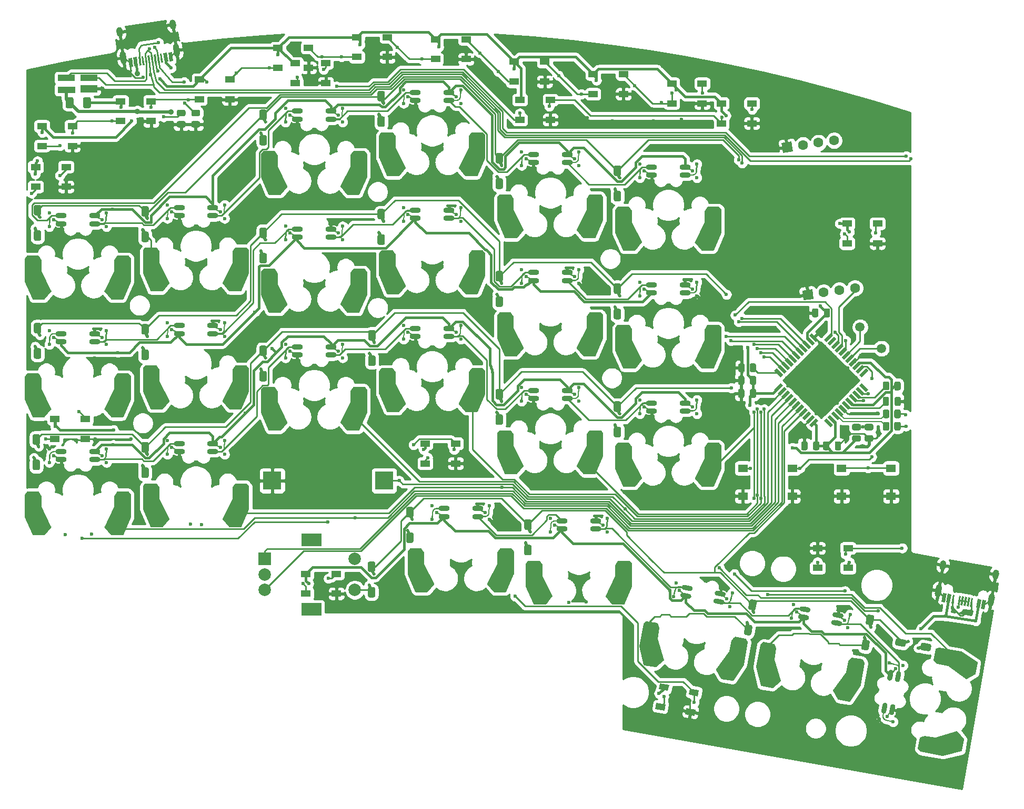
<source format=gbr>
%TF.GenerationSoftware,KiCad,Pcbnew,5.1.10*%
%TF.CreationDate,2021-05-26T10:29:04-05:00*%
%TF.ProjectId,nightwing,6e696768-7477-4696-9e67-2e6b69636164,rev?*%
%TF.SameCoordinates,Original*%
%TF.FileFunction,Copper,L1,Top*%
%TF.FilePolarity,Positive*%
%FSLAX46Y46*%
G04 Gerber Fmt 4.6, Leading zero omitted, Abs format (unit mm)*
G04 Created by KiCad (PCBNEW 5.1.10) date 2021-05-26 10:29:04*
%MOMM*%
%LPD*%
G01*
G04 APERTURE LIST*
%TA.AperFunction,SMDPad,CuDef*%
%ADD10R,1.500000X1.000000*%
%TD*%
%TA.AperFunction,SMDPad,CuDef*%
%ADD11R,1.550000X1.300000*%
%TD*%
%TA.AperFunction,SMDPad,CuDef*%
%ADD12C,0.150000*%
%TD*%
%TA.AperFunction,ComponentPad*%
%ADD13C,0.150000*%
%TD*%
%TA.AperFunction,ComponentPad*%
%ADD14C,1.600000*%
%TD*%
%TA.AperFunction,ComponentPad*%
%ADD15C,2.000000*%
%TD*%
%TA.AperFunction,WasherPad*%
%ADD16R,3.200000X2.000000*%
%TD*%
%TA.AperFunction,ComponentPad*%
%ADD17R,2.000000X2.000000*%
%TD*%
%TA.AperFunction,ComponentPad*%
%ADD18C,0.500000*%
%TD*%
%TA.AperFunction,SMDPad,CuDef*%
%ADD19R,2.350000X2.500000*%
%TD*%
%TA.AperFunction,ComponentPad*%
%ADD20C,0.800000*%
%TD*%
%TA.AperFunction,SMDPad,CuDef*%
%ADD21R,2.150000X2.500000*%
%TD*%
%TA.AperFunction,SMDPad,CuDef*%
%ADD22R,3.000000X3.000000*%
%TD*%
%TA.AperFunction,SMDPad,CuDef*%
%ADD23R,2.800000X1.200000*%
%TD*%
%TA.AperFunction,SMDPad,CuDef*%
%ADD24R,2.800000X1.000000*%
%TD*%
%TA.AperFunction,ComponentPad*%
%ADD25C,1.500000*%
%TD*%
%TA.AperFunction,ComponentPad*%
%ADD26C,0.600000*%
%TD*%
%TA.AperFunction,SMDPad,CuDef*%
%ADD27O,1.800000X0.820000*%
%TD*%
%TA.AperFunction,ViaPad*%
%ADD28C,0.600000*%
%TD*%
%TA.AperFunction,ViaPad*%
%ADD29C,0.900000*%
%TD*%
%TA.AperFunction,Conductor*%
%ADD30C,0.250000*%
%TD*%
%TA.AperFunction,Conductor*%
%ADD31C,0.450000*%
%TD*%
%TA.AperFunction,Conductor*%
%ADD32C,0.550000*%
%TD*%
%TA.AperFunction,Conductor*%
%ADD33C,0.200000*%
%TD*%
%TA.AperFunction,Conductor*%
%ADD34C,0.400000*%
%TD*%
%TA.AperFunction,Conductor*%
%ADD35C,0.254000*%
%TD*%
%TA.AperFunction,Conductor*%
%ADD36C,0.150000*%
%TD*%
G04 APERTURE END LIST*
D10*
%TO.P,L31,4*%
%TO.N,Net-(L30-Pad2)*%
X40325000Y-29652641D03*
%TO.P,L31,1*%
%TO.N,+5V*%
X35425000Y-29652641D03*
%TO.P,L31,3*%
%TO.N,GND*%
X40325000Y-32852641D03*
%TO.P,L31,2*%
%TO.N,Net-(L31-Pad2)*%
X35425000Y-32852641D03*
%TD*%
%TO.P,RIGHT,2*%
%TO.N,GND*%
%TA.AperFunction,SMDPad,CuDef*%
G36*
G01*
X155369998Y-83450000D02*
X156270002Y-83450000D01*
G75*
G02*
X156520000Y-83699998I0J-249998D01*
G01*
X156520000Y-84225002D01*
G75*
G02*
X156270002Y-84475000I-249998J0D01*
G01*
X155369998Y-84475000D01*
G75*
G02*
X155120000Y-84225002I0J249998D01*
G01*
X155120000Y-83699998D01*
G75*
G02*
X155369998Y-83450000I249998J0D01*
G01*
G37*
%TD.AperFunction*%
%TO.P,RIGHT,1*%
%TO.N,SPLIT_HAND_PIN*%
%TA.AperFunction,SMDPad,CuDef*%
G36*
G01*
X155369998Y-81625000D02*
X156270002Y-81625000D01*
G75*
G02*
X156520000Y-81874998I0J-249998D01*
G01*
X156520000Y-82400002D01*
G75*
G02*
X156270002Y-82650000I-249998J0D01*
G01*
X155369998Y-82650000D01*
G75*
G02*
X155120000Y-82400002I0J249998D01*
G01*
X155120000Y-81874998D01*
G75*
G02*
X155369998Y-81625000I249998J0D01*
G01*
G37*
%TD.AperFunction*%
%TD*%
%TO.P,LEFT,1*%
%TO.N,+5V*%
%TA.AperFunction,SMDPad,CuDef*%
G36*
G01*
X154270002Y-84475000D02*
X153369998Y-84475000D01*
G75*
G02*
X153120000Y-84225002I0J249998D01*
G01*
X153120000Y-83699998D01*
G75*
G02*
X153369998Y-83450000I249998J0D01*
G01*
X154270002Y-83450000D01*
G75*
G02*
X154520000Y-83699998I0J-249998D01*
G01*
X154520000Y-84225002D01*
G75*
G02*
X154270002Y-84475000I-249998J0D01*
G01*
G37*
%TD.AperFunction*%
%TO.P,LEFT,2*%
%TO.N,SPLIT_HAND_PIN*%
%TA.AperFunction,SMDPad,CuDef*%
G36*
G01*
X154270002Y-82650000D02*
X153369998Y-82650000D01*
G75*
G02*
X153120000Y-82400002I0J249998D01*
G01*
X153120000Y-81874998D01*
G75*
G02*
X153369998Y-81625000I249998J0D01*
G01*
X154270002Y-81625000D01*
G75*
G02*
X154520000Y-81874998I0J-249998D01*
G01*
X154520000Y-82400002D01*
G75*
G02*
X154270002Y-82650000I-249998J0D01*
G01*
G37*
%TD.AperFunction*%
%TD*%
D11*
%TO.P,BOOT,2*%
%TO.N,GND*%
X159373000Y-93250000D03*
%TO.P,BOOT,1*%
%TO.N,BOOT*%
X159373000Y-88750000D03*
X151423000Y-88750000D03*
%TO.P,BOOT,2*%
%TO.N,GND*%
X151423000Y-93250000D03*
%TD*%
D10*
%TO.P,L32,4*%
%TO.N,Net-(L31-Pad2)*%
X27655000Y-33652641D03*
%TO.P,L32,1*%
%TO.N,+5V*%
X22755000Y-33652641D03*
%TO.P,L32,3*%
%TO.N,GND*%
X27655000Y-36852641D03*
%TO.P,L32,2*%
%TO.N,Net-(L32-Pad2)*%
X22755000Y-36852641D03*
%TD*%
D11*
%TO.P,RESET,2*%
%TO.N,GND*%
X135554000Y-93250000D03*
%TO.P,RESET,1*%
%TO.N,RESET*%
X135554000Y-88750000D03*
X143504000Y-88750000D03*
%TO.P,RESET,2*%
%TO.N,GND*%
X143504000Y-93250000D03*
%TD*%
D10*
%TO.P,L39,3*%
%TO.N,GND*%
X136983000Y-33205000D03*
%TO.P,L39,1*%
%TO.N,+5V*%
X132083000Y-30005000D03*
%TO.P,L39,2*%
%TO.N,Net-(L39-Pad2)*%
X132083000Y-33205000D03*
%TO.P,L39,4*%
%TO.N,Net-(L38-Pad2)*%
X136983000Y-30005000D03*
%TD*%
%TO.P,R7,2*%
%TO.N,DP*%
%TA.AperFunction,SMDPad,CuDef*%
G36*
G01*
X159900000Y-80450002D02*
X159900000Y-79549998D01*
G75*
G02*
X160149998Y-79300000I249998J0D01*
G01*
X160675002Y-79300000D01*
G75*
G02*
X160925000Y-79549998I0J-249998D01*
G01*
X160925000Y-80450002D01*
G75*
G02*
X160675002Y-80700000I-249998J0D01*
G01*
X160149998Y-80700000D01*
G75*
G02*
X159900000Y-80450002I0J249998D01*
G01*
G37*
%TD.AperFunction*%
%TO.P,R7,1*%
%TO.N,D+*%
%TA.AperFunction,SMDPad,CuDef*%
G36*
G01*
X158075000Y-80450002D02*
X158075000Y-79549998D01*
G75*
G02*
X158324998Y-79300000I249998J0D01*
G01*
X158850002Y-79300000D01*
G75*
G02*
X159100000Y-79549998I0J-249998D01*
G01*
X159100000Y-80450002D01*
G75*
G02*
X158850002Y-80700000I-249998J0D01*
G01*
X158324998Y-80700000D01*
G75*
G02*
X158075000Y-80450002I0J249998D01*
G01*
G37*
%TD.AperFunction*%
%TD*%
%TO.P,R8,2*%
%TO.N,PLUG_DETECT*%
%TA.AperFunction,SMDPad,CuDef*%
G36*
G01*
X159100000Y-75049998D02*
X159100000Y-75950002D01*
G75*
G02*
X158850002Y-76200000I-249998J0D01*
G01*
X158324998Y-76200000D01*
G75*
G02*
X158075000Y-75950002I0J249998D01*
G01*
X158075000Y-75049998D01*
G75*
G02*
X158324998Y-74800000I249998J0D01*
G01*
X158850002Y-74800000D01*
G75*
G02*
X159100000Y-75049998I0J-249998D01*
G01*
G37*
%TD.AperFunction*%
%TO.P,R8,1*%
%TO.N,+5V*%
%TA.AperFunction,SMDPad,CuDef*%
G36*
G01*
X160925000Y-75049998D02*
X160925000Y-75950002D01*
G75*
G02*
X160675002Y-76200000I-249998J0D01*
G01*
X160149998Y-76200000D01*
G75*
G02*
X159900000Y-75950002I0J249998D01*
G01*
X159900000Y-75049998D01*
G75*
G02*
X160149998Y-74800000I249998J0D01*
G01*
X160675002Y-74800000D01*
G75*
G02*
X160925000Y-75049998I0J-249998D01*
G01*
G37*
%TD.AperFunction*%
%TD*%
%TA.AperFunction,SMDPad,CuDef*%
D12*
%TO.P,J2,B1*%
%TO.N,GND*%
G36*
X168307305Y-108929300D02*
G01*
X168055515Y-110357271D01*
X167464631Y-110253082D01*
X167716421Y-108825111D01*
X168307305Y-108929300D01*
G37*
%TD.AperFunction*%
%TA.AperFunction,SMDPad,CuDef*%
%TO.P,J2,A1*%
G36*
X174708555Y-110058013D02*
G01*
X174456765Y-111485984D01*
X173865881Y-111381795D01*
X174117671Y-109953824D01*
X174708555Y-110058013D01*
G37*
%TD.AperFunction*%
%TA.AperFunction,SMDPad,CuDef*%
%TO.P,J2,A4*%
%TO.N,+5V*%
G36*
X173920709Y-109919094D02*
G01*
X173668919Y-111347065D01*
X173078035Y-111242876D01*
X173329825Y-109814905D01*
X173920709Y-109919094D01*
G37*
%TD.AperFunction*%
%TA.AperFunction,SMDPad,CuDef*%
%TO.P,J2,B4*%
G36*
X169095151Y-109068218D02*
G01*
X168843361Y-110496189D01*
X168252477Y-110392000D01*
X168504267Y-108964029D01*
X169095151Y-109068218D01*
G37*
%TD.AperFunction*%
%TA.AperFunction,SMDPad,CuDef*%
%TO.P,J2,A5*%
%TO.N,GND*%
G36*
X172591219Y-109684670D02*
G01*
X172339429Y-111112641D01*
X172043987Y-111060546D01*
X172295777Y-109632575D01*
X172591219Y-109684670D01*
G37*
%TD.AperFunction*%
%TA.AperFunction,SMDPad,CuDef*%
%TO.P,J2,B7*%
%TO.N,RX*%
G36*
X172098815Y-109597845D02*
G01*
X171847025Y-111025816D01*
X171551583Y-110973721D01*
X171803373Y-109545750D01*
X172098815Y-109597845D01*
G37*
%TD.AperFunction*%
%TA.AperFunction,SMDPad,CuDef*%
%TO.P,J2,A7*%
G36*
X171114007Y-109424197D02*
G01*
X170862217Y-110852168D01*
X170566775Y-110800073D01*
X170818565Y-109372102D01*
X171114007Y-109424197D01*
G37*
%TD.AperFunction*%
%TA.AperFunction,SMDPad,CuDef*%
%TO.P,J2,B6*%
G36*
X170621603Y-109337373D02*
G01*
X170369813Y-110765344D01*
X170074371Y-110713249D01*
X170326161Y-109285278D01*
X170621603Y-109337373D01*
G37*
%TD.AperFunction*%
%TA.AperFunction,SMDPad,CuDef*%
%TO.P,J2,B5*%
%TO.N,GND*%
G36*
X169636796Y-109163725D02*
G01*
X169385006Y-110591696D01*
X169089564Y-110539601D01*
X169341354Y-109111630D01*
X169636796Y-109163725D01*
G37*
%TD.AperFunction*%
%TA.AperFunction,SMDPad,CuDef*%
%TO.P,J2,A6*%
%TO.N,RX*%
G36*
X171606411Y-109511021D02*
G01*
X171354621Y-110938992D01*
X171059179Y-110886897D01*
X171310969Y-109458926D01*
X171606411Y-109511021D01*
G37*
%TD.AperFunction*%
%TO.P,J2,S1*%
%TO.N,GND*%
%TA.AperFunction,ComponentPad*%
G36*
G01*
X167579022Y-108049468D02*
X167388010Y-109132756D01*
G75*
G02*
X166808782Y-109538336I-492404J86824D01*
G01*
X166808782Y-109538336D01*
G75*
G02*
X166403202Y-108959108I86824J492404D01*
G01*
X166594214Y-107875820D01*
G75*
G02*
X167173442Y-107470240I492404J-86824D01*
G01*
X167173442Y-107470240D01*
G75*
G02*
X167579022Y-108049468I-86824J-492404D01*
G01*
G37*
%TD.AperFunction*%
%TA.AperFunction,ComponentPad*%
G36*
G01*
X176087761Y-109549788D02*
X175896749Y-110633076D01*
G75*
G02*
X175317521Y-111038656I-492404J86824D01*
G01*
X175317521Y-111038656D01*
G75*
G02*
X174911941Y-110459428I86824J492404D01*
G01*
X175102953Y-109376140D01*
G75*
G02*
X175682181Y-108970560I492404J-86824D01*
G01*
X175682181Y-108970560D01*
G75*
G02*
X176087761Y-109549788I-86824J-492404D01*
G01*
G37*
%TD.AperFunction*%
%TA.AperFunction,ComponentPad*%
G36*
G01*
X176770198Y-105679494D02*
X176666010Y-106270378D01*
G75*
G02*
X176086782Y-106675958I-492404J86824D01*
G01*
X176086782Y-106675958D01*
G75*
G02*
X175681202Y-106096730I86824J492404D01*
G01*
X175785390Y-105505846D01*
G75*
G02*
X176364618Y-105100266I492404J-86824D01*
G01*
X176364618Y-105100266D01*
G75*
G02*
X176770198Y-105679494I-86824J-492404D01*
G01*
G37*
%TD.AperFunction*%
%TA.AperFunction,ComponentPad*%
G36*
G01*
X168261459Y-104179174D02*
X168157271Y-104770058D01*
G75*
G02*
X167578043Y-105175638I-492404J86824D01*
G01*
X167578043Y-105175638D01*
G75*
G02*
X167172463Y-104596410I86824J492404D01*
G01*
X167276651Y-104005526D01*
G75*
G02*
X167855879Y-103599946I492404J-86824D01*
G01*
X167855879Y-103599946D01*
G75*
G02*
X168261459Y-104179174I-86824J-492404D01*
G01*
G37*
%TD.AperFunction*%
%TD*%
%TA.AperFunction,ComponentPad*%
D13*
%TO.P,J3,1*%
%TO.N,GND*%
G36*
X141996125Y-37944586D02*
G01*
X141773448Y-36360157D01*
X143357877Y-36137480D01*
X143580554Y-37721909D01*
X141996125Y-37944586D01*
G37*
%TD.AperFunction*%
D14*
%TO.P,J3,3*%
%TO.N,SCL*%
X147707563Y-36334033D03*
%TO.P,J3,4*%
%TO.N,SDA*%
X150222844Y-35980534D03*
%TO.P,J3,2*%
%TO.N,+5V*%
X145192282Y-36687533D03*
%TA.AperFunction,ComponentPad*%
D13*
%TO.P,J3,1*%
%TO.N,GND*%
G36*
X146698032Y-59903913D02*
G01*
X146920709Y-61488342D01*
X145336280Y-61711019D01*
X145113603Y-60126590D01*
X146698032Y-59903913D01*
G37*
%TD.AperFunction*%
D14*
%TO.P,J3,2*%
%TO.N,+5V*%
X148532437Y-60453967D03*
%TO.P,J3,3*%
%TO.N,SCL*%
X151047718Y-60100467D03*
%TO.P,J3,4*%
%TO.N,SDA*%
X153562999Y-59746967D03*
%TD*%
%TA.AperFunction,SMDPad,CuDef*%
D12*
%TO.P,U3,1*%
%TO.N,N/C*%
G36*
X150064866Y-81774812D02*
G01*
X149675958Y-82163720D01*
X148615298Y-81103060D01*
X149004206Y-80714152D01*
X150064866Y-81774812D01*
G37*
%TD.AperFunction*%
%TA.AperFunction,SMDPad,CuDef*%
%TO.P,U3,2*%
%TO.N,+5V*%
G36*
X150630551Y-81209126D02*
G01*
X150241643Y-81598034D01*
X149180983Y-80537374D01*
X149569891Y-80148466D01*
X150630551Y-81209126D01*
G37*
%TD.AperFunction*%
%TA.AperFunction,SMDPad,CuDef*%
%TO.P,U3,3*%
%TO.N,D-*%
G36*
X151196236Y-80643441D02*
G01*
X150807328Y-81032349D01*
X149746668Y-79971689D01*
X150135576Y-79582781D01*
X151196236Y-80643441D01*
G37*
%TD.AperFunction*%
%TA.AperFunction,SMDPad,CuDef*%
%TO.P,U3,4*%
%TO.N,D+*%
G36*
X151761922Y-80077756D02*
G01*
X151373014Y-80466664D01*
X150312354Y-79406004D01*
X150701262Y-79017096D01*
X151761922Y-80077756D01*
G37*
%TD.AperFunction*%
%TA.AperFunction,SMDPad,CuDef*%
%TO.P,U3,5*%
%TO.N,GND*%
G36*
X152327607Y-79512070D02*
G01*
X151938699Y-79900978D01*
X150878039Y-78840318D01*
X151266947Y-78451410D01*
X152327607Y-79512070D01*
G37*
%TD.AperFunction*%
%TA.AperFunction,SMDPad,CuDef*%
%TO.P,U3,6*%
%TO.N,Net-(C10-Pad1)*%
G36*
X152893293Y-78946385D02*
G01*
X152504385Y-79335293D01*
X151443725Y-78274633D01*
X151832633Y-77885725D01*
X152893293Y-78946385D01*
G37*
%TD.AperFunction*%
%TA.AperFunction,SMDPad,CuDef*%
%TO.P,U3,7*%
%TO.N,+5V*%
G36*
X153458978Y-78380699D02*
G01*
X153070070Y-78769607D01*
X152009410Y-77708947D01*
X152398318Y-77320039D01*
X153458978Y-78380699D01*
G37*
%TD.AperFunction*%
%TA.AperFunction,SMDPad,CuDef*%
%TO.P,U3,8*%
%TO.N,SPLIT_HAND_PIN*%
G36*
X154024664Y-77815014D02*
G01*
X153635756Y-78203922D01*
X152575096Y-77143262D01*
X152964004Y-76754354D01*
X154024664Y-77815014D01*
G37*
%TD.AperFunction*%
%TA.AperFunction,SMDPad,CuDef*%
%TO.P,U3,9*%
%TO.N,PLUG_DETECT*%
G36*
X154590349Y-77249328D02*
G01*
X154201441Y-77638236D01*
X153140781Y-76577576D01*
X153529689Y-76188668D01*
X154590349Y-77249328D01*
G37*
%TD.AperFunction*%
%TA.AperFunction,SMDPad,CuDef*%
%TO.P,U3,10*%
%TO.N,BOOT*%
G36*
X155156034Y-76683643D02*
G01*
X154767126Y-77072551D01*
X153706466Y-76011891D01*
X154095374Y-75622983D01*
X155156034Y-76683643D01*
G37*
%TD.AperFunction*%
%TA.AperFunction,SMDPad,CuDef*%
%TO.P,U3,11*%
%TO.N,N/C*%
G36*
X155721720Y-76117958D02*
G01*
X155332812Y-76506866D01*
X154272152Y-75446206D01*
X154661060Y-75057298D01*
X155721720Y-76117958D01*
G37*
%TD.AperFunction*%
%TA.AperFunction,SMDPad,CuDef*%
%TO.P,U3,12*%
G36*
X155332812Y-72653134D02*
G01*
X155721720Y-73042042D01*
X154661060Y-74102702D01*
X154272152Y-73713794D01*
X155332812Y-72653134D01*
G37*
%TD.AperFunction*%
%TA.AperFunction,SMDPad,CuDef*%
%TO.P,U3,13*%
%TO.N,RESET*%
G36*
X154767126Y-72087449D02*
G01*
X155156034Y-72476357D01*
X154095374Y-73537017D01*
X153706466Y-73148109D01*
X154767126Y-72087449D01*
G37*
%TD.AperFunction*%
%TA.AperFunction,SMDPad,CuDef*%
%TO.P,U3,14*%
%TO.N,+5V*%
G36*
X154201441Y-71521764D02*
G01*
X154590349Y-71910672D01*
X153529689Y-72971332D01*
X153140781Y-72582424D01*
X154201441Y-71521764D01*
G37*
%TD.AperFunction*%
%TA.AperFunction,SMDPad,CuDef*%
%TO.P,U3,15*%
%TO.N,GND*%
G36*
X153635756Y-70956078D02*
G01*
X154024664Y-71344986D01*
X152964004Y-72405646D01*
X152575096Y-72016738D01*
X153635756Y-70956078D01*
G37*
%TD.AperFunction*%
%TA.AperFunction,SMDPad,CuDef*%
%TO.P,U3,16*%
%TO.N,XTAL2*%
G36*
X153070070Y-70390393D02*
G01*
X153458978Y-70779301D01*
X152398318Y-71839961D01*
X152009410Y-71451053D01*
X153070070Y-70390393D01*
G37*
%TD.AperFunction*%
%TA.AperFunction,SMDPad,CuDef*%
%TO.P,U3,17*%
%TO.N,XTAL1*%
G36*
X152504385Y-69824707D02*
G01*
X152893293Y-70213615D01*
X151832633Y-71274275D01*
X151443725Y-70885367D01*
X152504385Y-69824707D01*
G37*
%TD.AperFunction*%
%TA.AperFunction,SMDPad,CuDef*%
%TO.P,U3,18*%
%TO.N,SCL*%
G36*
X151938699Y-69259022D02*
G01*
X152327607Y-69647930D01*
X151266947Y-70708590D01*
X150878039Y-70319682D01*
X151938699Y-69259022D01*
G37*
%TD.AperFunction*%
%TA.AperFunction,SMDPad,CuDef*%
%TO.P,U3,19*%
%TO.N,SDA*%
G36*
X151373014Y-68693336D02*
G01*
X151761922Y-69082244D01*
X150701262Y-70142904D01*
X150312354Y-69753996D01*
X151373014Y-68693336D01*
G37*
%TD.AperFunction*%
%TA.AperFunction,SMDPad,CuDef*%
%TO.P,U3,20*%
%TO.N,RX*%
G36*
X150807328Y-68127651D02*
G01*
X151196236Y-68516559D01*
X150135576Y-69577219D01*
X149746668Y-69188311D01*
X150807328Y-68127651D01*
G37*
%TD.AperFunction*%
%TA.AperFunction,SMDPad,CuDef*%
%TO.P,U3,21*%
%TO.N,N/C*%
G36*
X150241643Y-67561966D02*
G01*
X150630551Y-67950874D01*
X149569891Y-69011534D01*
X149180983Y-68622626D01*
X150241643Y-67561966D01*
G37*
%TD.AperFunction*%
%TA.AperFunction,SMDPad,CuDef*%
%TO.P,U3,22*%
%TO.N,WS_LED*%
G36*
X149675958Y-66996280D02*
G01*
X150064866Y-67385188D01*
X149004206Y-68445848D01*
X148615298Y-68056940D01*
X149675958Y-66996280D01*
G37*
%TD.AperFunction*%
%TA.AperFunction,SMDPad,CuDef*%
%TO.P,U3,23*%
%TO.N,GND*%
G36*
X147660702Y-68056940D02*
G01*
X147271794Y-68445848D01*
X146211134Y-67385188D01*
X146600042Y-66996280D01*
X147660702Y-68056940D01*
G37*
%TD.AperFunction*%
%TA.AperFunction,SMDPad,CuDef*%
%TO.P,U3,24*%
%TO.N,+5V*%
G36*
X147095017Y-68622626D02*
G01*
X146706109Y-69011534D01*
X145645449Y-67950874D01*
X146034357Y-67561966D01*
X147095017Y-68622626D01*
G37*
%TD.AperFunction*%
%TA.AperFunction,SMDPad,CuDef*%
%TO.P,U3,25*%
%TO.N,SK_LED*%
G36*
X146529332Y-69188311D02*
G01*
X146140424Y-69577219D01*
X145079764Y-68516559D01*
X145468672Y-68127651D01*
X146529332Y-69188311D01*
G37*
%TD.AperFunction*%
%TA.AperFunction,SMDPad,CuDef*%
%TO.P,U3,26*%
%TO.N,ROW0*%
G36*
X145963646Y-69753996D02*
G01*
X145574738Y-70142904D01*
X144514078Y-69082244D01*
X144902986Y-68693336D01*
X145963646Y-69753996D01*
G37*
%TD.AperFunction*%
%TA.AperFunction,SMDPad,CuDef*%
%TO.P,U3,27*%
%TO.N,ROW1*%
G36*
X145397961Y-70319682D02*
G01*
X145009053Y-70708590D01*
X143948393Y-69647930D01*
X144337301Y-69259022D01*
X145397961Y-70319682D01*
G37*
%TD.AperFunction*%
%TA.AperFunction,SMDPad,CuDef*%
%TO.P,U3,28*%
%TO.N,ROW2*%
G36*
X144832275Y-70885367D02*
G01*
X144443367Y-71274275D01*
X143382707Y-70213615D01*
X143771615Y-69824707D01*
X144832275Y-70885367D01*
G37*
%TD.AperFunction*%
%TA.AperFunction,SMDPad,CuDef*%
%TO.P,U3,29*%
%TO.N,COL5*%
G36*
X144266590Y-71451053D02*
G01*
X143877682Y-71839961D01*
X142817022Y-70779301D01*
X143205930Y-70390393D01*
X144266590Y-71451053D01*
G37*
%TD.AperFunction*%
%TA.AperFunction,SMDPad,CuDef*%
%TO.P,U3,30*%
%TO.N,COL4*%
G36*
X143700904Y-72016738D02*
G01*
X143311996Y-72405646D01*
X142251336Y-71344986D01*
X142640244Y-70956078D01*
X143700904Y-72016738D01*
G37*
%TD.AperFunction*%
%TA.AperFunction,SMDPad,CuDef*%
%TO.P,U3,31*%
%TO.N,COL3*%
G36*
X143135219Y-72582424D02*
G01*
X142746311Y-72971332D01*
X141685651Y-71910672D01*
X142074559Y-71521764D01*
X143135219Y-72582424D01*
G37*
%TD.AperFunction*%
%TA.AperFunction,SMDPad,CuDef*%
%TO.P,U3,32*%
%TO.N,COL2*%
G36*
X142569534Y-73148109D02*
G01*
X142180626Y-73537017D01*
X141119966Y-72476357D01*
X141508874Y-72087449D01*
X142569534Y-73148109D01*
G37*
%TD.AperFunction*%
%TA.AperFunction,SMDPad,CuDef*%
%TO.P,U3,33*%
%TO.N,Net-(R2-Pad2)*%
G36*
X142003848Y-73713794D02*
G01*
X141614940Y-74102702D01*
X140554280Y-73042042D01*
X140943188Y-72653134D01*
X142003848Y-73713794D01*
G37*
%TD.AperFunction*%
%TA.AperFunction,SMDPad,CuDef*%
%TO.P,U3,34*%
%TO.N,+5V*%
G36*
X141614940Y-75057298D02*
G01*
X142003848Y-75446206D01*
X140943188Y-76506866D01*
X140554280Y-76117958D01*
X141614940Y-75057298D01*
G37*
%TD.AperFunction*%
%TA.AperFunction,SMDPad,CuDef*%
%TO.P,U3,35*%
%TO.N,GND*%
G36*
X142180626Y-75622983D02*
G01*
X142569534Y-76011891D01*
X141508874Y-77072551D01*
X141119966Y-76683643D01*
X142180626Y-75622983D01*
G37*
%TD.AperFunction*%
%TA.AperFunction,SMDPad,CuDef*%
%TO.P,U3,36*%
%TO.N,BUZZER*%
G36*
X142746311Y-76188668D02*
G01*
X143135219Y-76577576D01*
X142074559Y-77638236D01*
X141685651Y-77249328D01*
X142746311Y-76188668D01*
G37*
%TD.AperFunction*%
%TA.AperFunction,SMDPad,CuDef*%
%TO.P,U3,37*%
%TO.N,COL1*%
G36*
X143311996Y-76754354D02*
G01*
X143700904Y-77143262D01*
X142640244Y-78203922D01*
X142251336Y-77815014D01*
X143311996Y-76754354D01*
G37*
%TD.AperFunction*%
%TA.AperFunction,SMDPad,CuDef*%
%TO.P,U3,38*%
%TO.N,COL0*%
G36*
X143877682Y-77320039D02*
G01*
X144266590Y-77708947D01*
X143205930Y-78769607D01*
X142817022Y-78380699D01*
X143877682Y-77320039D01*
G37*
%TD.AperFunction*%
%TA.AperFunction,SMDPad,CuDef*%
%TO.P,U3,39*%
%TO.N,ROT_A*%
G36*
X144443367Y-77885725D02*
G01*
X144832275Y-78274633D01*
X143771615Y-79335293D01*
X143382707Y-78946385D01*
X144443367Y-77885725D01*
G37*
%TD.AperFunction*%
%TA.AperFunction,SMDPad,CuDef*%
%TO.P,U3,40*%
%TO.N,ROT_B*%
G36*
X145009053Y-78451410D02*
G01*
X145397961Y-78840318D01*
X144337301Y-79900978D01*
X143948393Y-79512070D01*
X145009053Y-78451410D01*
G37*
%TD.AperFunction*%
%TA.AperFunction,SMDPad,CuDef*%
%TO.P,U3,41*%
%TO.N,ROW3*%
G36*
X145574738Y-79017096D02*
G01*
X145963646Y-79406004D01*
X144902986Y-80466664D01*
X144514078Y-80077756D01*
X145574738Y-79017096D01*
G37*
%TD.AperFunction*%
%TA.AperFunction,SMDPad,CuDef*%
%TO.P,U3,42*%
%TO.N,N/C*%
G36*
X146140424Y-79582781D02*
G01*
X146529332Y-79971689D01*
X145468672Y-81032349D01*
X145079764Y-80643441D01*
X146140424Y-79582781D01*
G37*
%TD.AperFunction*%
%TA.AperFunction,SMDPad,CuDef*%
%TO.P,U3,43*%
%TO.N,GND*%
G36*
X146706109Y-80148466D02*
G01*
X147095017Y-80537374D01*
X146034357Y-81598034D01*
X145645449Y-81209126D01*
X146706109Y-80148466D01*
G37*
%TD.AperFunction*%
%TA.AperFunction,SMDPad,CuDef*%
%TO.P,U3,44*%
%TO.N,+5V*%
G36*
X147271794Y-80714152D02*
G01*
X147660702Y-81103060D01*
X146600042Y-82163720D01*
X146211134Y-81774812D01*
X147271794Y-80714152D01*
G37*
%TD.AperFunction*%
%TD*%
%TO.P,R2,1*%
%TO.N,GND*%
%TA.AperFunction,SMDPad,CuDef*%
G36*
G01*
X134805000Y-73030002D02*
X134805000Y-72129998D01*
G75*
G02*
X135054998Y-71880000I249998J0D01*
G01*
X135580002Y-71880000D01*
G75*
G02*
X135830000Y-72129998I0J-249998D01*
G01*
X135830000Y-73030002D01*
G75*
G02*
X135580002Y-73280000I-249998J0D01*
G01*
X135054998Y-73280000D01*
G75*
G02*
X134805000Y-73030002I0J249998D01*
G01*
G37*
%TD.AperFunction*%
%TO.P,R2,2*%
%TO.N,Net-(R2-Pad2)*%
%TA.AperFunction,SMDPad,CuDef*%
G36*
G01*
X136630000Y-73030002D02*
X136630000Y-72129998D01*
G75*
G02*
X136879998Y-71880000I249998J0D01*
G01*
X137405002Y-71880000D01*
G75*
G02*
X137655000Y-72129998I0J-249998D01*
G01*
X137655000Y-73030002D01*
G75*
G02*
X137405002Y-73280000I-249998J0D01*
G01*
X136879998Y-73280000D01*
G75*
G02*
X136630000Y-73030002I0J249998D01*
G01*
G37*
%TD.AperFunction*%
%TD*%
D10*
%TO.P,L42,3*%
%TO.N,GND*%
X68426000Y-26721000D03*
%TO.P,L42,1*%
%TO.N,+5V*%
X63526000Y-23521000D03*
%TO.P,L42,2*%
%TO.N,Net-(L42-Pad2)*%
X63526000Y-26721000D03*
%TO.P,L42,4*%
%TO.N,Net-(L41-Pad2)*%
X68426000Y-23521000D03*
%TD*%
%TO.P,L41,3*%
%TO.N,GND*%
X104571000Y-32633000D03*
%TO.P,L41,1*%
%TO.N,+5V*%
X99671000Y-29433000D03*
%TO.P,L41,2*%
%TO.N,Net-(L41-Pad2)*%
X99671000Y-32633000D03*
%TO.P,L41,4*%
%TO.N,Net-(L39-Pad2)*%
X104571000Y-29433000D03*
%TD*%
%TO.P,L40,3*%
%TO.N,GND*%
X89324000Y-87988000D03*
%TO.P,L40,1*%
%TO.N,+5V*%
X84424000Y-84788000D03*
%TO.P,L40,2*%
%TO.N,Net-(L36-Pad4)*%
X84424000Y-87988000D03*
%TO.P,L40,4*%
%TO.N,Net-(L35-Pad2)*%
X89324000Y-84788000D03*
%TD*%
%TO.P,C10,1*%
%TO.N,Net-(C10-Pad1)*%
%TA.AperFunction,SMDPad,CuDef*%
G36*
G01*
X158050000Y-78475000D02*
X158050000Y-77525000D01*
G75*
G02*
X158300000Y-77275000I250000J0D01*
G01*
X158800000Y-77275000D01*
G75*
G02*
X159050000Y-77525000I0J-250000D01*
G01*
X159050000Y-78475000D01*
G75*
G02*
X158800000Y-78725000I-250000J0D01*
G01*
X158300000Y-78725000D01*
G75*
G02*
X158050000Y-78475000I0J250000D01*
G01*
G37*
%TD.AperFunction*%
%TO.P,C10,2*%
%TO.N,GND*%
%TA.AperFunction,SMDPad,CuDef*%
G36*
G01*
X159950000Y-78475000D02*
X159950000Y-77525000D01*
G75*
G02*
X160200000Y-77275000I250000J0D01*
G01*
X160700000Y-77275000D01*
G75*
G02*
X160950000Y-77525000I0J-250000D01*
G01*
X160950000Y-78475000D01*
G75*
G02*
X160700000Y-78725000I-250000J0D01*
G01*
X160200000Y-78725000D01*
G75*
G02*
X159950000Y-78475000I0J250000D01*
G01*
G37*
%TD.AperFunction*%
%TD*%
%TO.P,C9,1*%
%TO.N,+5V*%
%TA.AperFunction,SMDPad,CuDef*%
G36*
G01*
X149570000Y-63255000D02*
X149570000Y-64205000D01*
G75*
G02*
X149320000Y-64455000I-250000J0D01*
G01*
X148820000Y-64455000D01*
G75*
G02*
X148570000Y-64205000I0J250000D01*
G01*
X148570000Y-63255000D01*
G75*
G02*
X148820000Y-63005000I250000J0D01*
G01*
X149320000Y-63005000D01*
G75*
G02*
X149570000Y-63255000I0J-250000D01*
G01*
G37*
%TD.AperFunction*%
%TO.P,C9,2*%
%TO.N,GND*%
%TA.AperFunction,SMDPad,CuDef*%
G36*
G01*
X147670000Y-63255000D02*
X147670000Y-64205000D01*
G75*
G02*
X147420000Y-64455000I-250000J0D01*
G01*
X146920000Y-64455000D01*
G75*
G02*
X146670000Y-64205000I0J250000D01*
G01*
X146670000Y-63255000D01*
G75*
G02*
X146920000Y-63005000I250000J0D01*
G01*
X147420000Y-63005000D01*
G75*
G02*
X147670000Y-63255000I0J-250000D01*
G01*
G37*
%TD.AperFunction*%
%TD*%
%TO.P,C5,1*%
%TO.N,+5V*%
%TA.AperFunction,SMDPad,CuDef*%
G36*
G01*
X137680000Y-76235000D02*
X137680000Y-77185000D01*
G75*
G02*
X137430000Y-77435000I-250000J0D01*
G01*
X136930000Y-77435000D01*
G75*
G02*
X136680000Y-77185000I0J250000D01*
G01*
X136680000Y-76235000D01*
G75*
G02*
X136930000Y-75985000I250000J0D01*
G01*
X137430000Y-75985000D01*
G75*
G02*
X137680000Y-76235000I0J-250000D01*
G01*
G37*
%TD.AperFunction*%
%TO.P,C5,2*%
%TO.N,GND*%
%TA.AperFunction,SMDPad,CuDef*%
G36*
G01*
X135780000Y-76235000D02*
X135780000Y-77185000D01*
G75*
G02*
X135530000Y-77435000I-250000J0D01*
G01*
X135030000Y-77435000D01*
G75*
G02*
X134780000Y-77185000I0J250000D01*
G01*
X134780000Y-76235000D01*
G75*
G02*
X135030000Y-75985000I250000J0D01*
G01*
X135530000Y-75985000D01*
G75*
G02*
X135780000Y-76235000I0J-250000D01*
G01*
G37*
%TD.AperFunction*%
%TD*%
%TO.P,C4,1*%
%TO.N,+5V*%
%TA.AperFunction,SMDPad,CuDef*%
G36*
G01*
X137680000Y-74135000D02*
X137680000Y-75085000D01*
G75*
G02*
X137430000Y-75335000I-250000J0D01*
G01*
X136930000Y-75335000D01*
G75*
G02*
X136680000Y-75085000I0J250000D01*
G01*
X136680000Y-74135000D01*
G75*
G02*
X136930000Y-73885000I250000J0D01*
G01*
X137430000Y-73885000D01*
G75*
G02*
X137680000Y-74135000I0J-250000D01*
G01*
G37*
%TD.AperFunction*%
%TO.P,C4,2*%
%TO.N,GND*%
%TA.AperFunction,SMDPad,CuDef*%
G36*
G01*
X135780000Y-74135000D02*
X135780000Y-75085000D01*
G75*
G02*
X135530000Y-75335000I-250000J0D01*
G01*
X135030000Y-75335000D01*
G75*
G02*
X134780000Y-75085000I0J250000D01*
G01*
X134780000Y-74135000D01*
G75*
G02*
X135030000Y-73885000I250000J0D01*
G01*
X135530000Y-73885000D01*
G75*
G02*
X135780000Y-74135000I0J-250000D01*
G01*
G37*
%TD.AperFunction*%
%TD*%
%TO.P,C2,1*%
%TO.N,+5V*%
%TA.AperFunction,SMDPad,CuDef*%
G36*
G01*
X147834000Y-84678000D02*
X147834000Y-85628000D01*
G75*
G02*
X147584000Y-85878000I-250000J0D01*
G01*
X147084000Y-85878000D01*
G75*
G02*
X146834000Y-85628000I0J250000D01*
G01*
X146834000Y-84678000D01*
G75*
G02*
X147084000Y-84428000I250000J0D01*
G01*
X147584000Y-84428000D01*
G75*
G02*
X147834000Y-84678000I0J-250000D01*
G01*
G37*
%TD.AperFunction*%
%TO.P,C2,2*%
%TO.N,GND*%
%TA.AperFunction,SMDPad,CuDef*%
G36*
G01*
X145934000Y-84678000D02*
X145934000Y-85628000D01*
G75*
G02*
X145684000Y-85878000I-250000J0D01*
G01*
X145184000Y-85878000D01*
G75*
G02*
X144934000Y-85628000I0J250000D01*
G01*
X144934000Y-84678000D01*
G75*
G02*
X145184000Y-84428000I250000J0D01*
G01*
X145684000Y-84428000D01*
G75*
G02*
X145934000Y-84678000I0J-250000D01*
G01*
G37*
%TD.AperFunction*%
%TD*%
%TO.P,C1,1*%
%TO.N,+5V*%
%TA.AperFunction,SMDPad,CuDef*%
G36*
G01*
X148436000Y-85628000D02*
X148436000Y-84678000D01*
G75*
G02*
X148686000Y-84428000I250000J0D01*
G01*
X149186000Y-84428000D01*
G75*
G02*
X149436000Y-84678000I0J-250000D01*
G01*
X149436000Y-85628000D01*
G75*
G02*
X149186000Y-85878000I-250000J0D01*
G01*
X148686000Y-85878000D01*
G75*
G02*
X148436000Y-85628000I0J250000D01*
G01*
G37*
%TD.AperFunction*%
%TO.P,C1,2*%
%TO.N,GND*%
%TA.AperFunction,SMDPad,CuDef*%
G36*
G01*
X150336000Y-85628000D02*
X150336000Y-84678000D01*
G75*
G02*
X150586000Y-84428000I250000J0D01*
G01*
X151086000Y-84428000D01*
G75*
G02*
X151336000Y-84678000I0J-250000D01*
G01*
X151336000Y-85628000D01*
G75*
G02*
X151086000Y-85878000I-250000J0D01*
G01*
X150586000Y-85878000D01*
G75*
G02*
X150336000Y-85628000I0J250000D01*
G01*
G37*
%TD.AperFunction*%
%TD*%
%TO.P,L35,3*%
%TO.N,GND*%
X70144324Y-108961721D03*
%TO.P,L35,1*%
%TO.N,+5V*%
X65244324Y-105761721D03*
%TO.P,L35,2*%
%TO.N,Net-(L35-Pad2)*%
X65244324Y-108961721D03*
%TO.P,L35,4*%
%TO.N,Net-(L34-Pad2)*%
X70144324Y-105761721D03*
%TD*%
%TO.P,L29,4*%
%TO.N,Net-(L28-Pad2)*%
X65655000Y-21052641D03*
%TO.P,L29,1*%
%TO.N,+5V*%
X60755000Y-21052641D03*
%TO.P,L29,3*%
%TO.N,GND*%
X65655000Y-24252641D03*
%TO.P,L29,2*%
%TO.N,Net-(L29-Pad2)*%
X60755000Y-24252641D03*
%TD*%
%TO.P,L30,4*%
%TO.N,Net-(L29-Pad2)*%
X52995000Y-26152641D03*
%TO.P,L30,1*%
%TO.N,+5V*%
X48095000Y-26152641D03*
%TO.P,L30,3*%
%TO.N,GND*%
X52995000Y-29352641D03*
%TO.P,L30,2*%
%TO.N,Net-(L30-Pad2)*%
X48095000Y-29352641D03*
%TD*%
%TA.AperFunction,SMDPad,CuDef*%
D12*
%TO.P,J1,B1*%
%TO.N,GND*%
G36*
X37223764Y-22640251D02*
G01*
X37425565Y-24076139D01*
X36831404Y-24159643D01*
X36629603Y-22723755D01*
X37223764Y-22640251D01*
G37*
%TD.AperFunction*%
%TA.AperFunction,SMDPad,CuDef*%
%TO.P,J1,A1*%
G36*
X43660506Y-21735626D02*
G01*
X43862307Y-23171514D01*
X43268146Y-23255018D01*
X43066345Y-21819130D01*
X43660506Y-21735626D01*
G37*
%TD.AperFunction*%
%TA.AperFunction,SMDPad,CuDef*%
%TO.P,J1,A4*%
%TO.N,VCC*%
G36*
X42868292Y-21846964D02*
G01*
X43070093Y-23282852D01*
X42475932Y-23366356D01*
X42274131Y-21930468D01*
X42868292Y-21846964D01*
G37*
%TD.AperFunction*%
%TA.AperFunction,SMDPad,CuDef*%
%TO.P,J1,B4*%
G36*
X38015978Y-22528912D02*
G01*
X38217779Y-23964800D01*
X37623618Y-24048304D01*
X37421817Y-22612416D01*
X38015978Y-22528912D01*
G37*
%TD.AperFunction*%
%TA.AperFunction,SMDPad,CuDef*%
%TO.P,J1,A5*%
%TO.N,Net-(J1-PadA5)*%
G36*
X41531430Y-22034848D02*
G01*
X41733231Y-23470736D01*
X41436150Y-23512488D01*
X41234349Y-22076600D01*
X41531430Y-22034848D01*
G37*
%TD.AperFunction*%
%TA.AperFunction,SMDPad,CuDef*%
%TO.P,J1,B7*%
%TO.N,DN*%
G36*
X41036296Y-22104435D02*
G01*
X41238097Y-23540323D01*
X40941016Y-23582075D01*
X40739215Y-22146187D01*
X41036296Y-22104435D01*
G37*
%TD.AperFunction*%
%TA.AperFunction,SMDPad,CuDef*%
%TO.P,J1,A7*%
G36*
X40046028Y-22243608D02*
G01*
X40247829Y-23679496D01*
X39950748Y-23721248D01*
X39748947Y-22285360D01*
X40046028Y-22243608D01*
G37*
%TD.AperFunction*%
%TA.AperFunction,SMDPad,CuDef*%
%TO.P,J1,B6*%
%TO.N,DP*%
G36*
X39550894Y-22313194D02*
G01*
X39752695Y-23749082D01*
X39455614Y-23790834D01*
X39253813Y-22354946D01*
X39550894Y-22313194D01*
G37*
%TD.AperFunction*%
%TA.AperFunction,SMDPad,CuDef*%
%TO.P,J1,B5*%
%TO.N,Net-(J1-PadB5)*%
G36*
X38560626Y-22452367D02*
G01*
X38762427Y-23888255D01*
X38465346Y-23930007D01*
X38263545Y-22494119D01*
X38560626Y-22452367D01*
G37*
%TD.AperFunction*%
%TA.AperFunction,SMDPad,CuDef*%
%TO.P,J1,A6*%
%TO.N,DP*%
G36*
X40541162Y-22174021D02*
G01*
X40742963Y-23609909D01*
X40445882Y-23651661D01*
X40244081Y-22215773D01*
X40541162Y-22174021D01*
G37*
%TD.AperFunction*%
%TO.P,J1,S1*%
%TO.N,GND*%
%TA.AperFunction,ComponentPad*%
G36*
G01*
X36259243Y-22028533D02*
X36412333Y-23117827D01*
G75*
G02*
X35986786Y-23682548I-495134J-69587D01*
G01*
X35986786Y-23682548D01*
G75*
G02*
X35422065Y-23257001I-69587J495134D01*
G01*
X35268975Y-22167707D01*
G75*
G02*
X35694522Y-21602986I495134J69587D01*
G01*
X35694522Y-21602986D01*
G75*
G02*
X36259243Y-22028533I69587J-495134D01*
G01*
G37*
%TD.AperFunction*%
%TA.AperFunction,ComponentPad*%
G36*
G01*
X44815159Y-20826077D02*
X44968249Y-21915371D01*
G75*
G02*
X44542702Y-22480092I-495134J-69587D01*
G01*
X44542702Y-22480092D01*
G75*
G02*
X43977981Y-22054545I-69587J495134D01*
G01*
X43824891Y-20965251D01*
G75*
G02*
X44250438Y-20400530I495134J69587D01*
G01*
X44250438Y-20400530D01*
G75*
G02*
X44815159Y-20826077I69587J-495134D01*
G01*
G37*
%TD.AperFunction*%
%TA.AperFunction,ComponentPad*%
G36*
G01*
X44268208Y-16934324D02*
X44351712Y-17528484D01*
G75*
G02*
X43926165Y-18093205I-495134J-69587D01*
G01*
X43926165Y-18093205D01*
G75*
G02*
X43361444Y-17667658I-69587J495134D01*
G01*
X43277940Y-17073498D01*
G75*
G02*
X43703487Y-16508777I495134J69587D01*
G01*
X43703487Y-16508777D01*
G75*
G02*
X44268208Y-16934324I69587J-495134D01*
G01*
G37*
%TD.AperFunction*%
%TA.AperFunction,ComponentPad*%
G36*
G01*
X35712292Y-18136779D02*
X35795796Y-18730939D01*
G75*
G02*
X35370249Y-19295660I-495134J-69587D01*
G01*
X35370249Y-19295660D01*
G75*
G02*
X34805528Y-18870113I-69587J495134D01*
G01*
X34722024Y-18275953D01*
G75*
G02*
X35147571Y-17711232I495134J69587D01*
G01*
X35147571Y-17711232D01*
G75*
G02*
X35712292Y-18136779I69587J-495134D01*
G01*
G37*
%TD.AperFunction*%
%TA.AperFunction,SMDPad,CuDef*%
%TO.P,J1,B8*%
%TO.N,N/C*%
G36*
X41931284Y-23442901D02*
G01*
X41729483Y-22007013D01*
X42026564Y-21965261D01*
X42228365Y-23401149D01*
X41931284Y-23442901D01*
G37*
%TD.AperFunction*%
%TA.AperFunction,SMDPad,CuDef*%
%TO.P,J1,A8*%
G36*
X38960480Y-23860421D02*
G01*
X38758679Y-22424533D01*
X39055760Y-22382781D01*
X39257561Y-23818669D01*
X38960480Y-23860421D01*
G37*
%TD.AperFunction*%
%TD*%
D15*
%TO.P,SW19,S1*%
%TO.N,Net-(D19-Pad2)*%
X73110000Y-108364000D03*
%TO.P,SW19,S2*%
%TO.N,COL0*%
X73110000Y-103364000D03*
D16*
%TO.P,SW19,*%
%TO.N,*%
X66110000Y-111464000D03*
X66110000Y-100264000D03*
D15*
%TO.P,SW19,B*%
%TO.N,ROT_B*%
X58610000Y-108364000D03*
%TO.P,SW19,C*%
%TO.N,GND*%
X58610000Y-105864000D03*
D17*
%TO.P,SW19,A*%
%TO.N,ROT_A*%
X58610000Y-103364000D03*
%TD*%
D10*
%TO.P,L38,3*%
%TO.N,GND*%
X157200000Y-52554000D03*
%TO.P,L38,1*%
%TO.N,+5V*%
X152300000Y-49354000D03*
%TO.P,L38,2*%
%TO.N,Net-(L38-Pad2)*%
X152300000Y-52554000D03*
%TO.P,L38,4*%
%TO.N,Net-(L37-Pad2)*%
X157200000Y-49354000D03*
%TD*%
%TO.P,L37,3*%
%TO.N,GND*%
X147556000Y-101628000D03*
%TO.P,L37,1*%
%TO.N,+5V*%
X152456000Y-104828000D03*
%TO.P,L37,2*%
%TO.N,Net-(L37-Pad2)*%
X152456000Y-101628000D03*
%TO.P,L37,4*%
%TO.N,Net-(L36-Pad2)*%
X147556000Y-104828000D03*
%TD*%
%TA.AperFunction,SMDPad,CuDef*%
D12*
%TO.P,L36,3*%
%TO.N,GND*%
G36*
X126284475Y-128381070D02*
G01*
X126458123Y-127396262D01*
X127935335Y-127656734D01*
X127761687Y-128641542D01*
X126284475Y-128381070D01*
G37*
%TD.AperFunction*%
%TA.AperFunction,SMDPad,CuDef*%
%TO.P,L36,1*%
%TO.N,+5V*%
G36*
X122014591Y-124378810D02*
G01*
X122188239Y-123394002D01*
X123665451Y-123654474D01*
X123491803Y-124639282D01*
X122014591Y-124378810D01*
G37*
%TD.AperFunction*%
%TA.AperFunction,SMDPad,CuDef*%
%TO.P,L36,2*%
%TO.N,Net-(L36-Pad2)*%
G36*
X121458917Y-127530194D02*
G01*
X121632565Y-126545386D01*
X123109777Y-126805858D01*
X122936129Y-127790666D01*
X121458917Y-127530194D01*
G37*
%TD.AperFunction*%
%TA.AperFunction,SMDPad,CuDef*%
%TO.P,L36,4*%
%TO.N,Net-(L36-Pad4)*%
G36*
X126840149Y-125229686D02*
G01*
X127013797Y-124244878D01*
X128491009Y-124505350D01*
X128317361Y-125490158D01*
X126840149Y-125229686D01*
G37*
%TD.AperFunction*%
%TD*%
D10*
%TO.P,L34,3*%
%TO.N,GND*%
X29738505Y-84024487D03*
%TO.P,L34,1*%
%TO.N,+5V*%
X24838505Y-80824487D03*
%TO.P,L34,2*%
%TO.N,Net-(L34-Pad2)*%
X24838505Y-84024487D03*
%TO.P,L34,4*%
%TO.N,Net-(L33-Pad2)*%
X29738505Y-80824487D03*
%TD*%
%TO.P,L33,3*%
%TO.N,GND*%
X26644788Y-43431170D03*
%TO.P,L33,1*%
%TO.N,+5V*%
X21744788Y-40231170D03*
%TO.P,L33,2*%
%TO.N,Net-(L33-Pad2)*%
X21744788Y-43431170D03*
%TO.P,L33,4*%
%TO.N,Net-(L32-Pad2)*%
X26644788Y-40231170D03*
%TD*%
%TO.P,L28,4*%
%TO.N,Net-(L27-Pad2)*%
X78325000Y-19324000D03*
%TO.P,L28,1*%
%TO.N,+5V*%
X73425000Y-19324000D03*
%TO.P,L28,3*%
%TO.N,GND*%
X78325000Y-22524000D03*
%TO.P,L28,2*%
%TO.N,Net-(L28-Pad2)*%
X73425000Y-22524000D03*
%TD*%
%TO.P,L27,4*%
%TO.N,Net-(L26-Pad2)*%
X90995000Y-19664000D03*
%TO.P,L27,1*%
%TO.N,+5V*%
X86095000Y-19664000D03*
%TO.P,L27,3*%
%TO.N,GND*%
X90995000Y-22864000D03*
%TO.P,L27,2*%
%TO.N,Net-(L27-Pad2)*%
X86095000Y-22864000D03*
%TD*%
%TO.P,L26,4*%
%TO.N,Net-(L25-Pad2)*%
X103655000Y-23294000D03*
%TO.P,L26,1*%
%TO.N,+5V*%
X98755000Y-23294000D03*
%TO.P,L26,3*%
%TO.N,GND*%
X103655000Y-26494000D03*
%TO.P,L26,2*%
%TO.N,Net-(L26-Pad2)*%
X98755000Y-26494000D03*
%TD*%
%TO.P,L25,4*%
%TO.N,Net-(L24-Pad2)*%
X116325000Y-25294000D03*
%TO.P,L25,1*%
%TO.N,+5V*%
X111425000Y-25294000D03*
%TO.P,L25,3*%
%TO.N,GND*%
X116325000Y-28494000D03*
%TO.P,L25,2*%
%TO.N,Net-(L25-Pad2)*%
X111425000Y-28494000D03*
%TD*%
%TO.P,L24,4*%
%TO.N,WS_LED*%
X128995000Y-26794000D03*
%TO.P,L24,1*%
%TO.N,+5V*%
X124095000Y-26794000D03*
%TO.P,L24,3*%
%TO.N,GND*%
X128995000Y-29994000D03*
%TO.P,L24,2*%
%TO.N,Net-(L24-Pad2)*%
X124095000Y-29994000D03*
%TD*%
%TO.P,R5,2*%
%TO.N,DN*%
%TA.AperFunction,SMDPad,CuDef*%
G36*
G01*
X159900000Y-82450002D02*
X159900000Y-81549998D01*
G75*
G02*
X160149998Y-81300000I249998J0D01*
G01*
X160675002Y-81300000D01*
G75*
G02*
X160925000Y-81549998I0J-249998D01*
G01*
X160925000Y-82450002D01*
G75*
G02*
X160675002Y-82700000I-249998J0D01*
G01*
X160149998Y-82700000D01*
G75*
G02*
X159900000Y-82450002I0J249998D01*
G01*
G37*
%TD.AperFunction*%
%TO.P,R5,1*%
%TO.N,D-*%
%TA.AperFunction,SMDPad,CuDef*%
G36*
G01*
X158075000Y-82450002D02*
X158075000Y-81549998D01*
G75*
G02*
X158324998Y-81300000I249998J0D01*
G01*
X158850002Y-81300000D01*
G75*
G02*
X159100000Y-81549998I0J-249998D01*
G01*
X159100000Y-82450002D01*
G75*
G02*
X158850002Y-82700000I-249998J0D01*
G01*
X158324998Y-82700000D01*
G75*
G02*
X158075000Y-82450002I0J249998D01*
G01*
G37*
%TD.AperFunction*%
%TD*%
%TO.P,R3,1*%
%TO.N,GND*%
%TA.AperFunction,SMDPad,CuDef*%
G36*
G01*
X47952546Y-33882498D02*
X47052542Y-33882498D01*
G75*
G02*
X46802544Y-33632500I0J249998D01*
G01*
X46802544Y-33107496D01*
G75*
G02*
X47052542Y-32857498I249998J0D01*
G01*
X47952546Y-32857498D01*
G75*
G02*
X48202544Y-33107496I0J-249998D01*
G01*
X48202544Y-33632500D01*
G75*
G02*
X47952546Y-33882498I-249998J0D01*
G01*
G37*
%TD.AperFunction*%
%TO.P,R3,2*%
%TO.N,Net-(J1-PadA5)*%
%TA.AperFunction,SMDPad,CuDef*%
G36*
G01*
X47952546Y-32057498D02*
X47052542Y-32057498D01*
G75*
G02*
X46802544Y-31807500I0J249998D01*
G01*
X46802544Y-31282496D01*
G75*
G02*
X47052542Y-31032498I249998J0D01*
G01*
X47952546Y-31032498D01*
G75*
G02*
X48202544Y-31282496I0J-249998D01*
G01*
X48202544Y-31807500D01*
G75*
G02*
X47952546Y-32057498I-249998J0D01*
G01*
G37*
%TD.AperFunction*%
%TD*%
%TO.P,R4,2*%
%TO.N,Net-(J1-PadB5)*%
%TA.AperFunction,SMDPad,CuDef*%
G36*
G01*
X45608821Y-32057498D02*
X44708817Y-32057498D01*
G75*
G02*
X44458819Y-31807500I0J249998D01*
G01*
X44458819Y-31282496D01*
G75*
G02*
X44708817Y-31032498I249998J0D01*
G01*
X45608821Y-31032498D01*
G75*
G02*
X45858819Y-31282496I0J-249998D01*
G01*
X45858819Y-31807500D01*
G75*
G02*
X45608821Y-32057498I-249998J0D01*
G01*
G37*
%TD.AperFunction*%
%TO.P,R4,1*%
%TO.N,GND*%
%TA.AperFunction,SMDPad,CuDef*%
G36*
G01*
X45608821Y-33882498D02*
X44708817Y-33882498D01*
G75*
G02*
X44458819Y-33632500I0J249998D01*
G01*
X44458819Y-33107496D01*
G75*
G02*
X44708817Y-32857498I249998J0D01*
G01*
X45608821Y-32857498D01*
G75*
G02*
X45858819Y-33107496I0J-249998D01*
G01*
X45858819Y-33632500D01*
G75*
G02*
X45608821Y-33882498I-249998J0D01*
G01*
G37*
%TD.AperFunction*%
%TD*%
%TA.AperFunction,SMDPad,CuDef*%
D12*
%TO.P,D1,1*%
%TO.N,ROW0*%
G36*
X22673666Y-48380080D02*
G01*
X22669159Y-48404086D01*
X22662330Y-48427536D01*
X22653245Y-48450208D01*
X22641992Y-48471887D01*
X22628677Y-48492363D01*
X22613427Y-48511442D01*
X22596388Y-48528942D01*
X22577723Y-48544697D01*
X22557609Y-48558554D01*
X22536240Y-48570382D01*
X22513818Y-48580068D01*
X22490558Y-48587521D01*
X22466681Y-48592668D01*
X22442416Y-48595461D01*
X22417995Y-48595872D01*
X22393650Y-48593898D01*
X22369614Y-48589558D01*
X22346116Y-48582894D01*
X22323380Y-48573967D01*
X22301625Y-48562866D01*
X22281055Y-48549694D01*
X22261870Y-48534578D01*
X22244252Y-48517661D01*
X22228368Y-48499107D01*
X22214371Y-48479090D01*
X22202393Y-48457803D01*
X21821393Y-47695803D01*
X21819853Y-47692670D01*
X21810324Y-47670182D01*
X21803034Y-47646870D01*
X21798054Y-47622959D01*
X21795431Y-47598675D01*
X21795190Y-47574251D01*
X21797334Y-47549920D01*
X21801841Y-47525915D01*
X21808670Y-47502464D01*
X21817755Y-47479792D01*
X21829008Y-47458113D01*
X21842323Y-47437637D01*
X21857573Y-47418558D01*
X21874613Y-47401058D01*
X21893277Y-47385303D01*
X21913391Y-47371447D01*
X21934760Y-47359618D01*
X21957182Y-47349932D01*
X21980442Y-47342479D01*
X22004319Y-47337332D01*
X22028584Y-47334539D01*
X22053005Y-47334128D01*
X22077350Y-47336102D01*
X22101386Y-47340442D01*
X22124884Y-47347106D01*
X22147620Y-47356033D01*
X22169375Y-47367134D01*
X22189945Y-47380306D01*
X22209130Y-47395422D01*
X22226748Y-47412339D01*
X22242632Y-47430893D01*
X22256630Y-47450910D01*
X22268607Y-47472197D01*
X22649607Y-48234197D01*
X22651147Y-48237330D01*
X22660676Y-48259818D01*
X22667966Y-48283130D01*
X22672946Y-48307042D01*
X22675569Y-48331325D01*
X22675810Y-48355749D01*
X22673666Y-48380080D01*
G37*
%TD.AperFunction*%
%TA.AperFunction,SMDPad,CuDef*%
%TO.P,D1,2*%
%TO.N,Net-(D1-Pad2)*%
G36*
X22292666Y-50921080D02*
G01*
X22288159Y-50945086D01*
X22281330Y-50968536D01*
X22272245Y-50991208D01*
X22260992Y-51012887D01*
X22247677Y-51033363D01*
X22232427Y-51052442D01*
X22215388Y-51069942D01*
X22196723Y-51085697D01*
X22176609Y-51099554D01*
X22155240Y-51111382D01*
X22132818Y-51121068D01*
X22109558Y-51128521D01*
X22085681Y-51133668D01*
X22061416Y-51136461D01*
X22036995Y-51136872D01*
X22012650Y-51134898D01*
X21988614Y-51130558D01*
X21965116Y-51123894D01*
X21942380Y-51114967D01*
X21920625Y-51103866D01*
X21900055Y-51090694D01*
X21880870Y-51075578D01*
X21863252Y-51058661D01*
X21847368Y-51040107D01*
X21833371Y-51020090D01*
X21821393Y-50998803D01*
X21440393Y-50236803D01*
X21438853Y-50233670D01*
X21429324Y-50211182D01*
X21422034Y-50187870D01*
X21417054Y-50163959D01*
X21414431Y-50139675D01*
X21414190Y-50115251D01*
X21416334Y-50090920D01*
X21420841Y-50066915D01*
X21427670Y-50043464D01*
X21436755Y-50020792D01*
X21448008Y-49999113D01*
X21461323Y-49978637D01*
X21476573Y-49959558D01*
X21493613Y-49942058D01*
X21512277Y-49926303D01*
X21532391Y-49912447D01*
X21553760Y-49900618D01*
X21576182Y-49890932D01*
X21599442Y-49883479D01*
X21623319Y-49878332D01*
X21647584Y-49875539D01*
X21672005Y-49875128D01*
X21696350Y-49877102D01*
X21720386Y-49881442D01*
X21743884Y-49888106D01*
X21766620Y-49897033D01*
X21788375Y-49908134D01*
X21808945Y-49921306D01*
X21828130Y-49936422D01*
X21845748Y-49953339D01*
X21861632Y-49971893D01*
X21875630Y-49991910D01*
X21887607Y-50013197D01*
X22268607Y-50775197D01*
X22270147Y-50778330D01*
X22279676Y-50800818D01*
X22286966Y-50824130D01*
X22291946Y-50848042D01*
X22294569Y-50872325D01*
X22294810Y-50896749D01*
X22292666Y-50921080D01*
G37*
%TD.AperFunction*%
D18*
X21664000Y-50105000D03*
%TO.P,D1,1*%
%TO.N,ROW0*%
X22426000Y-48346000D03*
%TA.AperFunction,SMDPad,CuDef*%
G36*
G01*
X21745000Y-46333500D02*
X22345000Y-46333500D01*
G75*
G02*
X22645000Y-46633500I0J-300000D01*
G01*
X22645000Y-47734500D01*
G75*
G02*
X22345000Y-48034500I-300000J0D01*
G01*
X21745000Y-48034500D01*
G75*
G02*
X21445000Y-47734500I0J300000D01*
G01*
X21445000Y-46633500D01*
G75*
G02*
X21745000Y-46333500I300000J0D01*
G01*
G37*
%TD.AperFunction*%
%TO.P,D1,2*%
%TO.N,Net-(D1-Pad2)*%
%TA.AperFunction,SMDPad,CuDef*%
G36*
G01*
X21745000Y-50435500D02*
X22345000Y-50435500D01*
G75*
G02*
X22645000Y-50735500I0J-300000D01*
G01*
X22645000Y-51836500D01*
G75*
G02*
X22345000Y-52136500I-300000J0D01*
G01*
X21745000Y-52136500D01*
G75*
G02*
X21445000Y-51836500I0J300000D01*
G01*
X21445000Y-50735500D01*
G75*
G02*
X21745000Y-50435500I300000J0D01*
G01*
G37*
%TD.AperFunction*%
%TD*%
%TA.AperFunction,SMDPad,CuDef*%
D12*
%TO.P,D2,1*%
%TO.N,ROW0*%
G36*
X39973666Y-48580080D02*
G01*
X39969159Y-48604086D01*
X39962330Y-48627536D01*
X39953245Y-48650208D01*
X39941992Y-48671887D01*
X39928677Y-48692363D01*
X39913427Y-48711442D01*
X39896388Y-48728942D01*
X39877723Y-48744697D01*
X39857609Y-48758554D01*
X39836240Y-48770382D01*
X39813818Y-48780068D01*
X39790558Y-48787521D01*
X39766681Y-48792668D01*
X39742416Y-48795461D01*
X39717995Y-48795872D01*
X39693650Y-48793898D01*
X39669614Y-48789558D01*
X39646116Y-48782894D01*
X39623380Y-48773967D01*
X39601625Y-48762866D01*
X39581055Y-48749694D01*
X39561870Y-48734578D01*
X39544252Y-48717661D01*
X39528368Y-48699107D01*
X39514371Y-48679090D01*
X39502393Y-48657803D01*
X39121393Y-47895803D01*
X39119853Y-47892670D01*
X39110324Y-47870182D01*
X39103034Y-47846870D01*
X39098054Y-47822959D01*
X39095431Y-47798675D01*
X39095190Y-47774251D01*
X39097334Y-47749920D01*
X39101841Y-47725915D01*
X39108670Y-47702464D01*
X39117755Y-47679792D01*
X39129008Y-47658113D01*
X39142323Y-47637637D01*
X39157573Y-47618558D01*
X39174613Y-47601058D01*
X39193277Y-47585303D01*
X39213391Y-47571447D01*
X39234760Y-47559618D01*
X39257182Y-47549932D01*
X39280442Y-47542479D01*
X39304319Y-47537332D01*
X39328584Y-47534539D01*
X39353005Y-47534128D01*
X39377350Y-47536102D01*
X39401386Y-47540442D01*
X39424884Y-47547106D01*
X39447620Y-47556033D01*
X39469375Y-47567134D01*
X39489945Y-47580306D01*
X39509130Y-47595422D01*
X39526748Y-47612339D01*
X39542632Y-47630893D01*
X39556630Y-47650910D01*
X39568607Y-47672197D01*
X39949607Y-48434197D01*
X39951147Y-48437330D01*
X39960676Y-48459818D01*
X39967966Y-48483130D01*
X39972946Y-48507042D01*
X39975569Y-48531325D01*
X39975810Y-48555749D01*
X39973666Y-48580080D01*
G37*
%TD.AperFunction*%
%TA.AperFunction,SMDPad,CuDef*%
%TO.P,D2,2*%
%TO.N,Net-(D2-Pad2)*%
G36*
X39592666Y-51121080D02*
G01*
X39588159Y-51145086D01*
X39581330Y-51168536D01*
X39572245Y-51191208D01*
X39560992Y-51212887D01*
X39547677Y-51233363D01*
X39532427Y-51252442D01*
X39515388Y-51269942D01*
X39496723Y-51285697D01*
X39476609Y-51299554D01*
X39455240Y-51311382D01*
X39432818Y-51321068D01*
X39409558Y-51328521D01*
X39385681Y-51333668D01*
X39361416Y-51336461D01*
X39336995Y-51336872D01*
X39312650Y-51334898D01*
X39288614Y-51330558D01*
X39265116Y-51323894D01*
X39242380Y-51314967D01*
X39220625Y-51303866D01*
X39200055Y-51290694D01*
X39180870Y-51275578D01*
X39163252Y-51258661D01*
X39147368Y-51240107D01*
X39133371Y-51220090D01*
X39121393Y-51198803D01*
X38740393Y-50436803D01*
X38738853Y-50433670D01*
X38729324Y-50411182D01*
X38722034Y-50387870D01*
X38717054Y-50363959D01*
X38714431Y-50339675D01*
X38714190Y-50315251D01*
X38716334Y-50290920D01*
X38720841Y-50266915D01*
X38727670Y-50243464D01*
X38736755Y-50220792D01*
X38748008Y-50199113D01*
X38761323Y-50178637D01*
X38776573Y-50159558D01*
X38793613Y-50142058D01*
X38812277Y-50126303D01*
X38832391Y-50112447D01*
X38853760Y-50100618D01*
X38876182Y-50090932D01*
X38899442Y-50083479D01*
X38923319Y-50078332D01*
X38947584Y-50075539D01*
X38972005Y-50075128D01*
X38996350Y-50077102D01*
X39020386Y-50081442D01*
X39043884Y-50088106D01*
X39066620Y-50097033D01*
X39088375Y-50108134D01*
X39108945Y-50121306D01*
X39128130Y-50136422D01*
X39145748Y-50153339D01*
X39161632Y-50171893D01*
X39175630Y-50191910D01*
X39187607Y-50213197D01*
X39568607Y-50975197D01*
X39570147Y-50978330D01*
X39579676Y-51000818D01*
X39586966Y-51024130D01*
X39591946Y-51048042D01*
X39594569Y-51072325D01*
X39594810Y-51096749D01*
X39592666Y-51121080D01*
G37*
%TD.AperFunction*%
D18*
X38964000Y-50305000D03*
%TO.P,D2,1*%
%TO.N,ROW0*%
X39726000Y-48546000D03*
%TA.AperFunction,SMDPad,CuDef*%
G36*
G01*
X39045000Y-46533500D02*
X39645000Y-46533500D01*
G75*
G02*
X39945000Y-46833500I0J-300000D01*
G01*
X39945000Y-47934500D01*
G75*
G02*
X39645000Y-48234500I-300000J0D01*
G01*
X39045000Y-48234500D01*
G75*
G02*
X38745000Y-47934500I0J300000D01*
G01*
X38745000Y-46833500D01*
G75*
G02*
X39045000Y-46533500I300000J0D01*
G01*
G37*
%TD.AperFunction*%
%TO.P,D2,2*%
%TO.N,Net-(D2-Pad2)*%
%TA.AperFunction,SMDPad,CuDef*%
G36*
G01*
X39045000Y-50635500D02*
X39645000Y-50635500D01*
G75*
G02*
X39945000Y-50935500I0J-300000D01*
G01*
X39945000Y-52036500D01*
G75*
G02*
X39645000Y-52336500I-300000J0D01*
G01*
X39045000Y-52336500D01*
G75*
G02*
X38745000Y-52036500I0J300000D01*
G01*
X38745000Y-50935500D01*
G75*
G02*
X39045000Y-50635500I300000J0D01*
G01*
G37*
%TD.AperFunction*%
%TD*%
%TA.AperFunction,SMDPad,CuDef*%
D12*
%TO.P,D3,1*%
%TO.N,ROW0*%
G36*
X58973666Y-33030080D02*
G01*
X58969159Y-33054086D01*
X58962330Y-33077536D01*
X58953245Y-33100208D01*
X58941992Y-33121887D01*
X58928677Y-33142363D01*
X58913427Y-33161442D01*
X58896388Y-33178942D01*
X58877723Y-33194697D01*
X58857609Y-33208554D01*
X58836240Y-33220382D01*
X58813818Y-33230068D01*
X58790558Y-33237521D01*
X58766681Y-33242668D01*
X58742416Y-33245461D01*
X58717995Y-33245872D01*
X58693650Y-33243898D01*
X58669614Y-33239558D01*
X58646116Y-33232894D01*
X58623380Y-33223967D01*
X58601625Y-33212866D01*
X58581055Y-33199694D01*
X58561870Y-33184578D01*
X58544252Y-33167661D01*
X58528368Y-33149107D01*
X58514371Y-33129090D01*
X58502393Y-33107803D01*
X58121393Y-32345803D01*
X58119853Y-32342670D01*
X58110324Y-32320182D01*
X58103034Y-32296870D01*
X58098054Y-32272959D01*
X58095431Y-32248675D01*
X58095190Y-32224251D01*
X58097334Y-32199920D01*
X58101841Y-32175915D01*
X58108670Y-32152464D01*
X58117755Y-32129792D01*
X58129008Y-32108113D01*
X58142323Y-32087637D01*
X58157573Y-32068558D01*
X58174613Y-32051058D01*
X58193277Y-32035303D01*
X58213391Y-32021447D01*
X58234760Y-32009618D01*
X58257182Y-31999932D01*
X58280442Y-31992479D01*
X58304319Y-31987332D01*
X58328584Y-31984539D01*
X58353005Y-31984128D01*
X58377350Y-31986102D01*
X58401386Y-31990442D01*
X58424884Y-31997106D01*
X58447620Y-32006033D01*
X58469375Y-32017134D01*
X58489945Y-32030306D01*
X58509130Y-32045422D01*
X58526748Y-32062339D01*
X58542632Y-32080893D01*
X58556630Y-32100910D01*
X58568607Y-32122197D01*
X58949607Y-32884197D01*
X58951147Y-32887330D01*
X58960676Y-32909818D01*
X58967966Y-32933130D01*
X58972946Y-32957042D01*
X58975569Y-32981325D01*
X58975810Y-33005749D01*
X58973666Y-33030080D01*
G37*
%TD.AperFunction*%
%TA.AperFunction,SMDPad,CuDef*%
%TO.P,D3,2*%
%TO.N,Net-(D3-Pad2)*%
G36*
X58592666Y-35571080D02*
G01*
X58588159Y-35595086D01*
X58581330Y-35618536D01*
X58572245Y-35641208D01*
X58560992Y-35662887D01*
X58547677Y-35683363D01*
X58532427Y-35702442D01*
X58515388Y-35719942D01*
X58496723Y-35735697D01*
X58476609Y-35749554D01*
X58455240Y-35761382D01*
X58432818Y-35771068D01*
X58409558Y-35778521D01*
X58385681Y-35783668D01*
X58361416Y-35786461D01*
X58336995Y-35786872D01*
X58312650Y-35784898D01*
X58288614Y-35780558D01*
X58265116Y-35773894D01*
X58242380Y-35764967D01*
X58220625Y-35753866D01*
X58200055Y-35740694D01*
X58180870Y-35725578D01*
X58163252Y-35708661D01*
X58147368Y-35690107D01*
X58133371Y-35670090D01*
X58121393Y-35648803D01*
X57740393Y-34886803D01*
X57738853Y-34883670D01*
X57729324Y-34861182D01*
X57722034Y-34837870D01*
X57717054Y-34813959D01*
X57714431Y-34789675D01*
X57714190Y-34765251D01*
X57716334Y-34740920D01*
X57720841Y-34716915D01*
X57727670Y-34693464D01*
X57736755Y-34670792D01*
X57748008Y-34649113D01*
X57761323Y-34628637D01*
X57776573Y-34609558D01*
X57793613Y-34592058D01*
X57812277Y-34576303D01*
X57832391Y-34562447D01*
X57853760Y-34550618D01*
X57876182Y-34540932D01*
X57899442Y-34533479D01*
X57923319Y-34528332D01*
X57947584Y-34525539D01*
X57972005Y-34525128D01*
X57996350Y-34527102D01*
X58020386Y-34531442D01*
X58043884Y-34538106D01*
X58066620Y-34547033D01*
X58088375Y-34558134D01*
X58108945Y-34571306D01*
X58128130Y-34586422D01*
X58145748Y-34603339D01*
X58161632Y-34621893D01*
X58175630Y-34641910D01*
X58187607Y-34663197D01*
X58568607Y-35425197D01*
X58570147Y-35428330D01*
X58579676Y-35450818D01*
X58586966Y-35474130D01*
X58591946Y-35498042D01*
X58594569Y-35522325D01*
X58594810Y-35546749D01*
X58592666Y-35571080D01*
G37*
%TD.AperFunction*%
D18*
X57964000Y-34755000D03*
%TO.P,D3,1*%
%TO.N,ROW0*%
X58726000Y-32996000D03*
%TA.AperFunction,SMDPad,CuDef*%
G36*
G01*
X58045000Y-30983500D02*
X58645000Y-30983500D01*
G75*
G02*
X58945000Y-31283500I0J-300000D01*
G01*
X58945000Y-32384500D01*
G75*
G02*
X58645000Y-32684500I-300000J0D01*
G01*
X58045000Y-32684500D01*
G75*
G02*
X57745000Y-32384500I0J300000D01*
G01*
X57745000Y-31283500D01*
G75*
G02*
X58045000Y-30983500I300000J0D01*
G01*
G37*
%TD.AperFunction*%
%TO.P,D3,2*%
%TO.N,Net-(D3-Pad2)*%
%TA.AperFunction,SMDPad,CuDef*%
G36*
G01*
X58045000Y-35085500D02*
X58645000Y-35085500D01*
G75*
G02*
X58945000Y-35385500I0J-300000D01*
G01*
X58945000Y-36486500D01*
G75*
G02*
X58645000Y-36786500I-300000J0D01*
G01*
X58045000Y-36786500D01*
G75*
G02*
X57745000Y-36486500I0J300000D01*
G01*
X57745000Y-35385500D01*
G75*
G02*
X58045000Y-35085500I300000J0D01*
G01*
G37*
%TD.AperFunction*%
%TD*%
%TA.AperFunction,SMDPad,CuDef*%
D12*
%TO.P,D4,1*%
%TO.N,ROW0*%
G36*
X77973666Y-30030080D02*
G01*
X77969159Y-30054086D01*
X77962330Y-30077536D01*
X77953245Y-30100208D01*
X77941992Y-30121887D01*
X77928677Y-30142363D01*
X77913427Y-30161442D01*
X77896388Y-30178942D01*
X77877723Y-30194697D01*
X77857609Y-30208554D01*
X77836240Y-30220382D01*
X77813818Y-30230068D01*
X77790558Y-30237521D01*
X77766681Y-30242668D01*
X77742416Y-30245461D01*
X77717995Y-30245872D01*
X77693650Y-30243898D01*
X77669614Y-30239558D01*
X77646116Y-30232894D01*
X77623380Y-30223967D01*
X77601625Y-30212866D01*
X77581055Y-30199694D01*
X77561870Y-30184578D01*
X77544252Y-30167661D01*
X77528368Y-30149107D01*
X77514371Y-30129090D01*
X77502393Y-30107803D01*
X77121393Y-29345803D01*
X77119853Y-29342670D01*
X77110324Y-29320182D01*
X77103034Y-29296870D01*
X77098054Y-29272959D01*
X77095431Y-29248675D01*
X77095190Y-29224251D01*
X77097334Y-29199920D01*
X77101841Y-29175915D01*
X77108670Y-29152464D01*
X77117755Y-29129792D01*
X77129008Y-29108113D01*
X77142323Y-29087637D01*
X77157573Y-29068558D01*
X77174613Y-29051058D01*
X77193277Y-29035303D01*
X77213391Y-29021447D01*
X77234760Y-29009618D01*
X77257182Y-28999932D01*
X77280442Y-28992479D01*
X77304319Y-28987332D01*
X77328584Y-28984539D01*
X77353005Y-28984128D01*
X77377350Y-28986102D01*
X77401386Y-28990442D01*
X77424884Y-28997106D01*
X77447620Y-29006033D01*
X77469375Y-29017134D01*
X77489945Y-29030306D01*
X77509130Y-29045422D01*
X77526748Y-29062339D01*
X77542632Y-29080893D01*
X77556630Y-29100910D01*
X77568607Y-29122197D01*
X77949607Y-29884197D01*
X77951147Y-29887330D01*
X77960676Y-29909818D01*
X77967966Y-29933130D01*
X77972946Y-29957042D01*
X77975569Y-29981325D01*
X77975810Y-30005749D01*
X77973666Y-30030080D01*
G37*
%TD.AperFunction*%
%TA.AperFunction,SMDPad,CuDef*%
%TO.P,D4,2*%
%TO.N,Net-(D4-Pad2)*%
G36*
X77592666Y-32571080D02*
G01*
X77588159Y-32595086D01*
X77581330Y-32618536D01*
X77572245Y-32641208D01*
X77560992Y-32662887D01*
X77547677Y-32683363D01*
X77532427Y-32702442D01*
X77515388Y-32719942D01*
X77496723Y-32735697D01*
X77476609Y-32749554D01*
X77455240Y-32761382D01*
X77432818Y-32771068D01*
X77409558Y-32778521D01*
X77385681Y-32783668D01*
X77361416Y-32786461D01*
X77336995Y-32786872D01*
X77312650Y-32784898D01*
X77288614Y-32780558D01*
X77265116Y-32773894D01*
X77242380Y-32764967D01*
X77220625Y-32753866D01*
X77200055Y-32740694D01*
X77180870Y-32725578D01*
X77163252Y-32708661D01*
X77147368Y-32690107D01*
X77133371Y-32670090D01*
X77121393Y-32648803D01*
X76740393Y-31886803D01*
X76738853Y-31883670D01*
X76729324Y-31861182D01*
X76722034Y-31837870D01*
X76717054Y-31813959D01*
X76714431Y-31789675D01*
X76714190Y-31765251D01*
X76716334Y-31740920D01*
X76720841Y-31716915D01*
X76727670Y-31693464D01*
X76736755Y-31670792D01*
X76748008Y-31649113D01*
X76761323Y-31628637D01*
X76776573Y-31609558D01*
X76793613Y-31592058D01*
X76812277Y-31576303D01*
X76832391Y-31562447D01*
X76853760Y-31550618D01*
X76876182Y-31540932D01*
X76899442Y-31533479D01*
X76923319Y-31528332D01*
X76947584Y-31525539D01*
X76972005Y-31525128D01*
X76996350Y-31527102D01*
X77020386Y-31531442D01*
X77043884Y-31538106D01*
X77066620Y-31547033D01*
X77088375Y-31558134D01*
X77108945Y-31571306D01*
X77128130Y-31586422D01*
X77145748Y-31603339D01*
X77161632Y-31621893D01*
X77175630Y-31641910D01*
X77187607Y-31663197D01*
X77568607Y-32425197D01*
X77570147Y-32428330D01*
X77579676Y-32450818D01*
X77586966Y-32474130D01*
X77591946Y-32498042D01*
X77594569Y-32522325D01*
X77594810Y-32546749D01*
X77592666Y-32571080D01*
G37*
%TD.AperFunction*%
D18*
X76964000Y-31755000D03*
%TO.P,D4,1*%
%TO.N,ROW0*%
X77726000Y-29996000D03*
%TA.AperFunction,SMDPad,CuDef*%
G36*
G01*
X77045000Y-27983500D02*
X77645000Y-27983500D01*
G75*
G02*
X77945000Y-28283500I0J-300000D01*
G01*
X77945000Y-29384500D01*
G75*
G02*
X77645000Y-29684500I-300000J0D01*
G01*
X77045000Y-29684500D01*
G75*
G02*
X76745000Y-29384500I0J300000D01*
G01*
X76745000Y-28283500D01*
G75*
G02*
X77045000Y-27983500I300000J0D01*
G01*
G37*
%TD.AperFunction*%
%TO.P,D4,2*%
%TO.N,Net-(D4-Pad2)*%
%TA.AperFunction,SMDPad,CuDef*%
G36*
G01*
X77045000Y-32085500D02*
X77645000Y-32085500D01*
G75*
G02*
X77945000Y-32385500I0J-300000D01*
G01*
X77945000Y-33486500D01*
G75*
G02*
X77645000Y-33786500I-300000J0D01*
G01*
X77045000Y-33786500D01*
G75*
G02*
X76745000Y-33486500I0J300000D01*
G01*
X76745000Y-32385500D01*
G75*
G02*
X77045000Y-32085500I300000J0D01*
G01*
G37*
%TD.AperFunction*%
%TD*%
%TA.AperFunction,SMDPad,CuDef*%
D12*
%TO.P,D5,1*%
%TO.N,ROW0*%
G36*
X96973666Y-40030080D02*
G01*
X96969159Y-40054086D01*
X96962330Y-40077536D01*
X96953245Y-40100208D01*
X96941992Y-40121887D01*
X96928677Y-40142363D01*
X96913427Y-40161442D01*
X96896388Y-40178942D01*
X96877723Y-40194697D01*
X96857609Y-40208554D01*
X96836240Y-40220382D01*
X96813818Y-40230068D01*
X96790558Y-40237521D01*
X96766681Y-40242668D01*
X96742416Y-40245461D01*
X96717995Y-40245872D01*
X96693650Y-40243898D01*
X96669614Y-40239558D01*
X96646116Y-40232894D01*
X96623380Y-40223967D01*
X96601625Y-40212866D01*
X96581055Y-40199694D01*
X96561870Y-40184578D01*
X96544252Y-40167661D01*
X96528368Y-40149107D01*
X96514371Y-40129090D01*
X96502393Y-40107803D01*
X96121393Y-39345803D01*
X96119853Y-39342670D01*
X96110324Y-39320182D01*
X96103034Y-39296870D01*
X96098054Y-39272959D01*
X96095431Y-39248675D01*
X96095190Y-39224251D01*
X96097334Y-39199920D01*
X96101841Y-39175915D01*
X96108670Y-39152464D01*
X96117755Y-39129792D01*
X96129008Y-39108113D01*
X96142323Y-39087637D01*
X96157573Y-39068558D01*
X96174613Y-39051058D01*
X96193277Y-39035303D01*
X96213391Y-39021447D01*
X96234760Y-39009618D01*
X96257182Y-38999932D01*
X96280442Y-38992479D01*
X96304319Y-38987332D01*
X96328584Y-38984539D01*
X96353005Y-38984128D01*
X96377350Y-38986102D01*
X96401386Y-38990442D01*
X96424884Y-38997106D01*
X96447620Y-39006033D01*
X96469375Y-39017134D01*
X96489945Y-39030306D01*
X96509130Y-39045422D01*
X96526748Y-39062339D01*
X96542632Y-39080893D01*
X96556630Y-39100910D01*
X96568607Y-39122197D01*
X96949607Y-39884197D01*
X96951147Y-39887330D01*
X96960676Y-39909818D01*
X96967966Y-39933130D01*
X96972946Y-39957042D01*
X96975569Y-39981325D01*
X96975810Y-40005749D01*
X96973666Y-40030080D01*
G37*
%TD.AperFunction*%
%TA.AperFunction,SMDPad,CuDef*%
%TO.P,D5,2*%
%TO.N,Net-(D5-Pad2)*%
G36*
X96592666Y-42571080D02*
G01*
X96588159Y-42595086D01*
X96581330Y-42618536D01*
X96572245Y-42641208D01*
X96560992Y-42662887D01*
X96547677Y-42683363D01*
X96532427Y-42702442D01*
X96515388Y-42719942D01*
X96496723Y-42735697D01*
X96476609Y-42749554D01*
X96455240Y-42761382D01*
X96432818Y-42771068D01*
X96409558Y-42778521D01*
X96385681Y-42783668D01*
X96361416Y-42786461D01*
X96336995Y-42786872D01*
X96312650Y-42784898D01*
X96288614Y-42780558D01*
X96265116Y-42773894D01*
X96242380Y-42764967D01*
X96220625Y-42753866D01*
X96200055Y-42740694D01*
X96180870Y-42725578D01*
X96163252Y-42708661D01*
X96147368Y-42690107D01*
X96133371Y-42670090D01*
X96121393Y-42648803D01*
X95740393Y-41886803D01*
X95738853Y-41883670D01*
X95729324Y-41861182D01*
X95722034Y-41837870D01*
X95717054Y-41813959D01*
X95714431Y-41789675D01*
X95714190Y-41765251D01*
X95716334Y-41740920D01*
X95720841Y-41716915D01*
X95727670Y-41693464D01*
X95736755Y-41670792D01*
X95748008Y-41649113D01*
X95761323Y-41628637D01*
X95776573Y-41609558D01*
X95793613Y-41592058D01*
X95812277Y-41576303D01*
X95832391Y-41562447D01*
X95853760Y-41550618D01*
X95876182Y-41540932D01*
X95899442Y-41533479D01*
X95923319Y-41528332D01*
X95947584Y-41525539D01*
X95972005Y-41525128D01*
X95996350Y-41527102D01*
X96020386Y-41531442D01*
X96043884Y-41538106D01*
X96066620Y-41547033D01*
X96088375Y-41558134D01*
X96108945Y-41571306D01*
X96128130Y-41586422D01*
X96145748Y-41603339D01*
X96161632Y-41621893D01*
X96175630Y-41641910D01*
X96187607Y-41663197D01*
X96568607Y-42425197D01*
X96570147Y-42428330D01*
X96579676Y-42450818D01*
X96586966Y-42474130D01*
X96591946Y-42498042D01*
X96594569Y-42522325D01*
X96594810Y-42546749D01*
X96592666Y-42571080D01*
G37*
%TD.AperFunction*%
D18*
X95964000Y-41755000D03*
%TO.P,D5,1*%
%TO.N,ROW0*%
X96726000Y-39996000D03*
%TA.AperFunction,SMDPad,CuDef*%
G36*
G01*
X96045000Y-37983500D02*
X96645000Y-37983500D01*
G75*
G02*
X96945000Y-38283500I0J-300000D01*
G01*
X96945000Y-39384500D01*
G75*
G02*
X96645000Y-39684500I-300000J0D01*
G01*
X96045000Y-39684500D01*
G75*
G02*
X95745000Y-39384500I0J300000D01*
G01*
X95745000Y-38283500D01*
G75*
G02*
X96045000Y-37983500I300000J0D01*
G01*
G37*
%TD.AperFunction*%
%TO.P,D5,2*%
%TO.N,Net-(D5-Pad2)*%
%TA.AperFunction,SMDPad,CuDef*%
G36*
G01*
X96045000Y-42085500D02*
X96645000Y-42085500D01*
G75*
G02*
X96945000Y-42385500I0J-300000D01*
G01*
X96945000Y-43486500D01*
G75*
G02*
X96645000Y-43786500I-300000J0D01*
G01*
X96045000Y-43786500D01*
G75*
G02*
X95745000Y-43486500I0J300000D01*
G01*
X95745000Y-42385500D01*
G75*
G02*
X96045000Y-42085500I300000J0D01*
G01*
G37*
%TD.AperFunction*%
%TD*%
%TA.AperFunction,SMDPad,CuDef*%
D12*
%TO.P,D6,1*%
%TO.N,ROW0*%
G36*
X115973666Y-42030080D02*
G01*
X115969159Y-42054086D01*
X115962330Y-42077536D01*
X115953245Y-42100208D01*
X115941992Y-42121887D01*
X115928677Y-42142363D01*
X115913427Y-42161442D01*
X115896388Y-42178942D01*
X115877723Y-42194697D01*
X115857609Y-42208554D01*
X115836240Y-42220382D01*
X115813818Y-42230068D01*
X115790558Y-42237521D01*
X115766681Y-42242668D01*
X115742416Y-42245461D01*
X115717995Y-42245872D01*
X115693650Y-42243898D01*
X115669614Y-42239558D01*
X115646116Y-42232894D01*
X115623380Y-42223967D01*
X115601625Y-42212866D01*
X115581055Y-42199694D01*
X115561870Y-42184578D01*
X115544252Y-42167661D01*
X115528368Y-42149107D01*
X115514371Y-42129090D01*
X115502393Y-42107803D01*
X115121393Y-41345803D01*
X115119853Y-41342670D01*
X115110324Y-41320182D01*
X115103034Y-41296870D01*
X115098054Y-41272959D01*
X115095431Y-41248675D01*
X115095190Y-41224251D01*
X115097334Y-41199920D01*
X115101841Y-41175915D01*
X115108670Y-41152464D01*
X115117755Y-41129792D01*
X115129008Y-41108113D01*
X115142323Y-41087637D01*
X115157573Y-41068558D01*
X115174613Y-41051058D01*
X115193277Y-41035303D01*
X115213391Y-41021447D01*
X115234760Y-41009618D01*
X115257182Y-40999932D01*
X115280442Y-40992479D01*
X115304319Y-40987332D01*
X115328584Y-40984539D01*
X115353005Y-40984128D01*
X115377350Y-40986102D01*
X115401386Y-40990442D01*
X115424884Y-40997106D01*
X115447620Y-41006033D01*
X115469375Y-41017134D01*
X115489945Y-41030306D01*
X115509130Y-41045422D01*
X115526748Y-41062339D01*
X115542632Y-41080893D01*
X115556630Y-41100910D01*
X115568607Y-41122197D01*
X115949607Y-41884197D01*
X115951147Y-41887330D01*
X115960676Y-41909818D01*
X115967966Y-41933130D01*
X115972946Y-41957042D01*
X115975569Y-41981325D01*
X115975810Y-42005749D01*
X115973666Y-42030080D01*
G37*
%TD.AperFunction*%
%TA.AperFunction,SMDPad,CuDef*%
%TO.P,D6,2*%
%TO.N,Net-(D6-Pad2)*%
G36*
X115592666Y-44571080D02*
G01*
X115588159Y-44595086D01*
X115581330Y-44618536D01*
X115572245Y-44641208D01*
X115560992Y-44662887D01*
X115547677Y-44683363D01*
X115532427Y-44702442D01*
X115515388Y-44719942D01*
X115496723Y-44735697D01*
X115476609Y-44749554D01*
X115455240Y-44761382D01*
X115432818Y-44771068D01*
X115409558Y-44778521D01*
X115385681Y-44783668D01*
X115361416Y-44786461D01*
X115336995Y-44786872D01*
X115312650Y-44784898D01*
X115288614Y-44780558D01*
X115265116Y-44773894D01*
X115242380Y-44764967D01*
X115220625Y-44753866D01*
X115200055Y-44740694D01*
X115180870Y-44725578D01*
X115163252Y-44708661D01*
X115147368Y-44690107D01*
X115133371Y-44670090D01*
X115121393Y-44648803D01*
X114740393Y-43886803D01*
X114738853Y-43883670D01*
X114729324Y-43861182D01*
X114722034Y-43837870D01*
X114717054Y-43813959D01*
X114714431Y-43789675D01*
X114714190Y-43765251D01*
X114716334Y-43740920D01*
X114720841Y-43716915D01*
X114727670Y-43693464D01*
X114736755Y-43670792D01*
X114748008Y-43649113D01*
X114761323Y-43628637D01*
X114776573Y-43609558D01*
X114793613Y-43592058D01*
X114812277Y-43576303D01*
X114832391Y-43562447D01*
X114853760Y-43550618D01*
X114876182Y-43540932D01*
X114899442Y-43533479D01*
X114923319Y-43528332D01*
X114947584Y-43525539D01*
X114972005Y-43525128D01*
X114996350Y-43527102D01*
X115020386Y-43531442D01*
X115043884Y-43538106D01*
X115066620Y-43547033D01*
X115088375Y-43558134D01*
X115108945Y-43571306D01*
X115128130Y-43586422D01*
X115145748Y-43603339D01*
X115161632Y-43621893D01*
X115175630Y-43641910D01*
X115187607Y-43663197D01*
X115568607Y-44425197D01*
X115570147Y-44428330D01*
X115579676Y-44450818D01*
X115586966Y-44474130D01*
X115591946Y-44498042D01*
X115594569Y-44522325D01*
X115594810Y-44546749D01*
X115592666Y-44571080D01*
G37*
%TD.AperFunction*%
D18*
X114964000Y-43755000D03*
%TO.P,D6,1*%
%TO.N,ROW0*%
X115726000Y-41996000D03*
%TA.AperFunction,SMDPad,CuDef*%
G36*
G01*
X115045000Y-39983500D02*
X115645000Y-39983500D01*
G75*
G02*
X115945000Y-40283500I0J-300000D01*
G01*
X115945000Y-41384500D01*
G75*
G02*
X115645000Y-41684500I-300000J0D01*
G01*
X115045000Y-41684500D01*
G75*
G02*
X114745000Y-41384500I0J300000D01*
G01*
X114745000Y-40283500D01*
G75*
G02*
X115045000Y-39983500I300000J0D01*
G01*
G37*
%TD.AperFunction*%
%TO.P,D6,2*%
%TO.N,Net-(D6-Pad2)*%
%TA.AperFunction,SMDPad,CuDef*%
G36*
G01*
X115045000Y-44085500D02*
X115645000Y-44085500D01*
G75*
G02*
X115945000Y-44385500I0J-300000D01*
G01*
X115945000Y-45486500D01*
G75*
G02*
X115645000Y-45786500I-300000J0D01*
G01*
X115045000Y-45786500D01*
G75*
G02*
X114745000Y-45486500I0J300000D01*
G01*
X114745000Y-44385500D01*
G75*
G02*
X115045000Y-44085500I300000J0D01*
G01*
G37*
%TD.AperFunction*%
%TD*%
%TA.AperFunction,SMDPad,CuDef*%
D12*
%TO.P,D7,1*%
%TO.N,ROW1*%
G36*
X22673666Y-67380080D02*
G01*
X22669159Y-67404086D01*
X22662330Y-67427536D01*
X22653245Y-67450208D01*
X22641992Y-67471887D01*
X22628677Y-67492363D01*
X22613427Y-67511442D01*
X22596388Y-67528942D01*
X22577723Y-67544697D01*
X22557609Y-67558554D01*
X22536240Y-67570382D01*
X22513818Y-67580068D01*
X22490558Y-67587521D01*
X22466681Y-67592668D01*
X22442416Y-67595461D01*
X22417995Y-67595872D01*
X22393650Y-67593898D01*
X22369614Y-67589558D01*
X22346116Y-67582894D01*
X22323380Y-67573967D01*
X22301625Y-67562866D01*
X22281055Y-67549694D01*
X22261870Y-67534578D01*
X22244252Y-67517661D01*
X22228368Y-67499107D01*
X22214371Y-67479090D01*
X22202393Y-67457803D01*
X21821393Y-66695803D01*
X21819853Y-66692670D01*
X21810324Y-66670182D01*
X21803034Y-66646870D01*
X21798054Y-66622959D01*
X21795431Y-66598675D01*
X21795190Y-66574251D01*
X21797334Y-66549920D01*
X21801841Y-66525915D01*
X21808670Y-66502464D01*
X21817755Y-66479792D01*
X21829008Y-66458113D01*
X21842323Y-66437637D01*
X21857573Y-66418558D01*
X21874613Y-66401058D01*
X21893277Y-66385303D01*
X21913391Y-66371447D01*
X21934760Y-66359618D01*
X21957182Y-66349932D01*
X21980442Y-66342479D01*
X22004319Y-66337332D01*
X22028584Y-66334539D01*
X22053005Y-66334128D01*
X22077350Y-66336102D01*
X22101386Y-66340442D01*
X22124884Y-66347106D01*
X22147620Y-66356033D01*
X22169375Y-66367134D01*
X22189945Y-66380306D01*
X22209130Y-66395422D01*
X22226748Y-66412339D01*
X22242632Y-66430893D01*
X22256630Y-66450910D01*
X22268607Y-66472197D01*
X22649607Y-67234197D01*
X22651147Y-67237330D01*
X22660676Y-67259818D01*
X22667966Y-67283130D01*
X22672946Y-67307042D01*
X22675569Y-67331325D01*
X22675810Y-67355749D01*
X22673666Y-67380080D01*
G37*
%TD.AperFunction*%
%TA.AperFunction,SMDPad,CuDef*%
%TO.P,D7,2*%
%TO.N,Net-(D7-Pad2)*%
G36*
X22292666Y-69921080D02*
G01*
X22288159Y-69945086D01*
X22281330Y-69968536D01*
X22272245Y-69991208D01*
X22260992Y-70012887D01*
X22247677Y-70033363D01*
X22232427Y-70052442D01*
X22215388Y-70069942D01*
X22196723Y-70085697D01*
X22176609Y-70099554D01*
X22155240Y-70111382D01*
X22132818Y-70121068D01*
X22109558Y-70128521D01*
X22085681Y-70133668D01*
X22061416Y-70136461D01*
X22036995Y-70136872D01*
X22012650Y-70134898D01*
X21988614Y-70130558D01*
X21965116Y-70123894D01*
X21942380Y-70114967D01*
X21920625Y-70103866D01*
X21900055Y-70090694D01*
X21880870Y-70075578D01*
X21863252Y-70058661D01*
X21847368Y-70040107D01*
X21833371Y-70020090D01*
X21821393Y-69998803D01*
X21440393Y-69236803D01*
X21438853Y-69233670D01*
X21429324Y-69211182D01*
X21422034Y-69187870D01*
X21417054Y-69163959D01*
X21414431Y-69139675D01*
X21414190Y-69115251D01*
X21416334Y-69090920D01*
X21420841Y-69066915D01*
X21427670Y-69043464D01*
X21436755Y-69020792D01*
X21448008Y-68999113D01*
X21461323Y-68978637D01*
X21476573Y-68959558D01*
X21493613Y-68942058D01*
X21512277Y-68926303D01*
X21532391Y-68912447D01*
X21553760Y-68900618D01*
X21576182Y-68890932D01*
X21599442Y-68883479D01*
X21623319Y-68878332D01*
X21647584Y-68875539D01*
X21672005Y-68875128D01*
X21696350Y-68877102D01*
X21720386Y-68881442D01*
X21743884Y-68888106D01*
X21766620Y-68897033D01*
X21788375Y-68908134D01*
X21808945Y-68921306D01*
X21828130Y-68936422D01*
X21845748Y-68953339D01*
X21861632Y-68971893D01*
X21875630Y-68991910D01*
X21887607Y-69013197D01*
X22268607Y-69775197D01*
X22270147Y-69778330D01*
X22279676Y-69800818D01*
X22286966Y-69824130D01*
X22291946Y-69848042D01*
X22294569Y-69872325D01*
X22294810Y-69896749D01*
X22292666Y-69921080D01*
G37*
%TD.AperFunction*%
D18*
X21664000Y-69105000D03*
%TO.P,D7,1*%
%TO.N,ROW1*%
X22426000Y-67346000D03*
%TA.AperFunction,SMDPad,CuDef*%
G36*
G01*
X21745000Y-65333500D02*
X22345000Y-65333500D01*
G75*
G02*
X22645000Y-65633500I0J-300000D01*
G01*
X22645000Y-66734500D01*
G75*
G02*
X22345000Y-67034500I-300000J0D01*
G01*
X21745000Y-67034500D01*
G75*
G02*
X21445000Y-66734500I0J300000D01*
G01*
X21445000Y-65633500D01*
G75*
G02*
X21745000Y-65333500I300000J0D01*
G01*
G37*
%TD.AperFunction*%
%TO.P,D7,2*%
%TO.N,Net-(D7-Pad2)*%
%TA.AperFunction,SMDPad,CuDef*%
G36*
G01*
X21745000Y-69435500D02*
X22345000Y-69435500D01*
G75*
G02*
X22645000Y-69735500I0J-300000D01*
G01*
X22645000Y-70836500D01*
G75*
G02*
X22345000Y-71136500I-300000J0D01*
G01*
X21745000Y-71136500D01*
G75*
G02*
X21445000Y-70836500I0J300000D01*
G01*
X21445000Y-69735500D01*
G75*
G02*
X21745000Y-69435500I300000J0D01*
G01*
G37*
%TD.AperFunction*%
%TD*%
%TA.AperFunction,SMDPad,CuDef*%
D12*
%TO.P,D8,1*%
%TO.N,ROW1*%
G36*
X39973666Y-67580080D02*
G01*
X39969159Y-67604086D01*
X39962330Y-67627536D01*
X39953245Y-67650208D01*
X39941992Y-67671887D01*
X39928677Y-67692363D01*
X39913427Y-67711442D01*
X39896388Y-67728942D01*
X39877723Y-67744697D01*
X39857609Y-67758554D01*
X39836240Y-67770382D01*
X39813818Y-67780068D01*
X39790558Y-67787521D01*
X39766681Y-67792668D01*
X39742416Y-67795461D01*
X39717995Y-67795872D01*
X39693650Y-67793898D01*
X39669614Y-67789558D01*
X39646116Y-67782894D01*
X39623380Y-67773967D01*
X39601625Y-67762866D01*
X39581055Y-67749694D01*
X39561870Y-67734578D01*
X39544252Y-67717661D01*
X39528368Y-67699107D01*
X39514371Y-67679090D01*
X39502393Y-67657803D01*
X39121393Y-66895803D01*
X39119853Y-66892670D01*
X39110324Y-66870182D01*
X39103034Y-66846870D01*
X39098054Y-66822959D01*
X39095431Y-66798675D01*
X39095190Y-66774251D01*
X39097334Y-66749920D01*
X39101841Y-66725915D01*
X39108670Y-66702464D01*
X39117755Y-66679792D01*
X39129008Y-66658113D01*
X39142323Y-66637637D01*
X39157573Y-66618558D01*
X39174613Y-66601058D01*
X39193277Y-66585303D01*
X39213391Y-66571447D01*
X39234760Y-66559618D01*
X39257182Y-66549932D01*
X39280442Y-66542479D01*
X39304319Y-66537332D01*
X39328584Y-66534539D01*
X39353005Y-66534128D01*
X39377350Y-66536102D01*
X39401386Y-66540442D01*
X39424884Y-66547106D01*
X39447620Y-66556033D01*
X39469375Y-66567134D01*
X39489945Y-66580306D01*
X39509130Y-66595422D01*
X39526748Y-66612339D01*
X39542632Y-66630893D01*
X39556630Y-66650910D01*
X39568607Y-66672197D01*
X39949607Y-67434197D01*
X39951147Y-67437330D01*
X39960676Y-67459818D01*
X39967966Y-67483130D01*
X39972946Y-67507042D01*
X39975569Y-67531325D01*
X39975810Y-67555749D01*
X39973666Y-67580080D01*
G37*
%TD.AperFunction*%
%TA.AperFunction,SMDPad,CuDef*%
%TO.P,D8,2*%
%TO.N,Net-(D8-Pad2)*%
G36*
X39592666Y-70121080D02*
G01*
X39588159Y-70145086D01*
X39581330Y-70168536D01*
X39572245Y-70191208D01*
X39560992Y-70212887D01*
X39547677Y-70233363D01*
X39532427Y-70252442D01*
X39515388Y-70269942D01*
X39496723Y-70285697D01*
X39476609Y-70299554D01*
X39455240Y-70311382D01*
X39432818Y-70321068D01*
X39409558Y-70328521D01*
X39385681Y-70333668D01*
X39361416Y-70336461D01*
X39336995Y-70336872D01*
X39312650Y-70334898D01*
X39288614Y-70330558D01*
X39265116Y-70323894D01*
X39242380Y-70314967D01*
X39220625Y-70303866D01*
X39200055Y-70290694D01*
X39180870Y-70275578D01*
X39163252Y-70258661D01*
X39147368Y-70240107D01*
X39133371Y-70220090D01*
X39121393Y-70198803D01*
X38740393Y-69436803D01*
X38738853Y-69433670D01*
X38729324Y-69411182D01*
X38722034Y-69387870D01*
X38717054Y-69363959D01*
X38714431Y-69339675D01*
X38714190Y-69315251D01*
X38716334Y-69290920D01*
X38720841Y-69266915D01*
X38727670Y-69243464D01*
X38736755Y-69220792D01*
X38748008Y-69199113D01*
X38761323Y-69178637D01*
X38776573Y-69159558D01*
X38793613Y-69142058D01*
X38812277Y-69126303D01*
X38832391Y-69112447D01*
X38853760Y-69100618D01*
X38876182Y-69090932D01*
X38899442Y-69083479D01*
X38923319Y-69078332D01*
X38947584Y-69075539D01*
X38972005Y-69075128D01*
X38996350Y-69077102D01*
X39020386Y-69081442D01*
X39043884Y-69088106D01*
X39066620Y-69097033D01*
X39088375Y-69108134D01*
X39108945Y-69121306D01*
X39128130Y-69136422D01*
X39145748Y-69153339D01*
X39161632Y-69171893D01*
X39175630Y-69191910D01*
X39187607Y-69213197D01*
X39568607Y-69975197D01*
X39570147Y-69978330D01*
X39579676Y-70000818D01*
X39586966Y-70024130D01*
X39591946Y-70048042D01*
X39594569Y-70072325D01*
X39594810Y-70096749D01*
X39592666Y-70121080D01*
G37*
%TD.AperFunction*%
D18*
X38964000Y-69305000D03*
%TO.P,D8,1*%
%TO.N,ROW1*%
X39726000Y-67546000D03*
%TA.AperFunction,SMDPad,CuDef*%
G36*
G01*
X39045000Y-65533500D02*
X39645000Y-65533500D01*
G75*
G02*
X39945000Y-65833500I0J-300000D01*
G01*
X39945000Y-66934500D01*
G75*
G02*
X39645000Y-67234500I-300000J0D01*
G01*
X39045000Y-67234500D01*
G75*
G02*
X38745000Y-66934500I0J300000D01*
G01*
X38745000Y-65833500D01*
G75*
G02*
X39045000Y-65533500I300000J0D01*
G01*
G37*
%TD.AperFunction*%
%TO.P,D8,2*%
%TO.N,Net-(D8-Pad2)*%
%TA.AperFunction,SMDPad,CuDef*%
G36*
G01*
X39045000Y-69635500D02*
X39645000Y-69635500D01*
G75*
G02*
X39945000Y-69935500I0J-300000D01*
G01*
X39945000Y-71036500D01*
G75*
G02*
X39645000Y-71336500I-300000J0D01*
G01*
X39045000Y-71336500D01*
G75*
G02*
X38745000Y-71036500I0J300000D01*
G01*
X38745000Y-69935500D01*
G75*
G02*
X39045000Y-69635500I300000J0D01*
G01*
G37*
%TD.AperFunction*%
%TD*%
%TA.AperFunction,SMDPad,CuDef*%
D12*
%TO.P,D9,1*%
%TO.N,ROW1*%
G36*
X58973666Y-52030080D02*
G01*
X58969159Y-52054086D01*
X58962330Y-52077536D01*
X58953245Y-52100208D01*
X58941992Y-52121887D01*
X58928677Y-52142363D01*
X58913427Y-52161442D01*
X58896388Y-52178942D01*
X58877723Y-52194697D01*
X58857609Y-52208554D01*
X58836240Y-52220382D01*
X58813818Y-52230068D01*
X58790558Y-52237521D01*
X58766681Y-52242668D01*
X58742416Y-52245461D01*
X58717995Y-52245872D01*
X58693650Y-52243898D01*
X58669614Y-52239558D01*
X58646116Y-52232894D01*
X58623380Y-52223967D01*
X58601625Y-52212866D01*
X58581055Y-52199694D01*
X58561870Y-52184578D01*
X58544252Y-52167661D01*
X58528368Y-52149107D01*
X58514371Y-52129090D01*
X58502393Y-52107803D01*
X58121393Y-51345803D01*
X58119853Y-51342670D01*
X58110324Y-51320182D01*
X58103034Y-51296870D01*
X58098054Y-51272959D01*
X58095431Y-51248675D01*
X58095190Y-51224251D01*
X58097334Y-51199920D01*
X58101841Y-51175915D01*
X58108670Y-51152464D01*
X58117755Y-51129792D01*
X58129008Y-51108113D01*
X58142323Y-51087637D01*
X58157573Y-51068558D01*
X58174613Y-51051058D01*
X58193277Y-51035303D01*
X58213391Y-51021447D01*
X58234760Y-51009618D01*
X58257182Y-50999932D01*
X58280442Y-50992479D01*
X58304319Y-50987332D01*
X58328584Y-50984539D01*
X58353005Y-50984128D01*
X58377350Y-50986102D01*
X58401386Y-50990442D01*
X58424884Y-50997106D01*
X58447620Y-51006033D01*
X58469375Y-51017134D01*
X58489945Y-51030306D01*
X58509130Y-51045422D01*
X58526748Y-51062339D01*
X58542632Y-51080893D01*
X58556630Y-51100910D01*
X58568607Y-51122197D01*
X58949607Y-51884197D01*
X58951147Y-51887330D01*
X58960676Y-51909818D01*
X58967966Y-51933130D01*
X58972946Y-51957042D01*
X58975569Y-51981325D01*
X58975810Y-52005749D01*
X58973666Y-52030080D01*
G37*
%TD.AperFunction*%
%TA.AperFunction,SMDPad,CuDef*%
%TO.P,D9,2*%
%TO.N,Net-(D9-Pad2)*%
G36*
X58592666Y-54571080D02*
G01*
X58588159Y-54595086D01*
X58581330Y-54618536D01*
X58572245Y-54641208D01*
X58560992Y-54662887D01*
X58547677Y-54683363D01*
X58532427Y-54702442D01*
X58515388Y-54719942D01*
X58496723Y-54735697D01*
X58476609Y-54749554D01*
X58455240Y-54761382D01*
X58432818Y-54771068D01*
X58409558Y-54778521D01*
X58385681Y-54783668D01*
X58361416Y-54786461D01*
X58336995Y-54786872D01*
X58312650Y-54784898D01*
X58288614Y-54780558D01*
X58265116Y-54773894D01*
X58242380Y-54764967D01*
X58220625Y-54753866D01*
X58200055Y-54740694D01*
X58180870Y-54725578D01*
X58163252Y-54708661D01*
X58147368Y-54690107D01*
X58133371Y-54670090D01*
X58121393Y-54648803D01*
X57740393Y-53886803D01*
X57738853Y-53883670D01*
X57729324Y-53861182D01*
X57722034Y-53837870D01*
X57717054Y-53813959D01*
X57714431Y-53789675D01*
X57714190Y-53765251D01*
X57716334Y-53740920D01*
X57720841Y-53716915D01*
X57727670Y-53693464D01*
X57736755Y-53670792D01*
X57748008Y-53649113D01*
X57761323Y-53628637D01*
X57776573Y-53609558D01*
X57793613Y-53592058D01*
X57812277Y-53576303D01*
X57832391Y-53562447D01*
X57853760Y-53550618D01*
X57876182Y-53540932D01*
X57899442Y-53533479D01*
X57923319Y-53528332D01*
X57947584Y-53525539D01*
X57972005Y-53525128D01*
X57996350Y-53527102D01*
X58020386Y-53531442D01*
X58043884Y-53538106D01*
X58066620Y-53547033D01*
X58088375Y-53558134D01*
X58108945Y-53571306D01*
X58128130Y-53586422D01*
X58145748Y-53603339D01*
X58161632Y-53621893D01*
X58175630Y-53641910D01*
X58187607Y-53663197D01*
X58568607Y-54425197D01*
X58570147Y-54428330D01*
X58579676Y-54450818D01*
X58586966Y-54474130D01*
X58591946Y-54498042D01*
X58594569Y-54522325D01*
X58594810Y-54546749D01*
X58592666Y-54571080D01*
G37*
%TD.AperFunction*%
D18*
X57964000Y-53755000D03*
%TO.P,D9,1*%
%TO.N,ROW1*%
X58726000Y-51996000D03*
%TA.AperFunction,SMDPad,CuDef*%
G36*
G01*
X58045000Y-49983500D02*
X58645000Y-49983500D01*
G75*
G02*
X58945000Y-50283500I0J-300000D01*
G01*
X58945000Y-51384500D01*
G75*
G02*
X58645000Y-51684500I-300000J0D01*
G01*
X58045000Y-51684500D01*
G75*
G02*
X57745000Y-51384500I0J300000D01*
G01*
X57745000Y-50283500D01*
G75*
G02*
X58045000Y-49983500I300000J0D01*
G01*
G37*
%TD.AperFunction*%
%TO.P,D9,2*%
%TO.N,Net-(D9-Pad2)*%
%TA.AperFunction,SMDPad,CuDef*%
G36*
G01*
X58045000Y-54085500D02*
X58645000Y-54085500D01*
G75*
G02*
X58945000Y-54385500I0J-300000D01*
G01*
X58945000Y-55486500D01*
G75*
G02*
X58645000Y-55786500I-300000J0D01*
G01*
X58045000Y-55786500D01*
G75*
G02*
X57745000Y-55486500I0J300000D01*
G01*
X57745000Y-54385500D01*
G75*
G02*
X58045000Y-54085500I300000J0D01*
G01*
G37*
%TD.AperFunction*%
%TD*%
%TA.AperFunction,SMDPad,CuDef*%
D12*
%TO.P,D10,1*%
%TO.N,ROW1*%
G36*
X77973666Y-49030080D02*
G01*
X77969159Y-49054086D01*
X77962330Y-49077536D01*
X77953245Y-49100208D01*
X77941992Y-49121887D01*
X77928677Y-49142363D01*
X77913427Y-49161442D01*
X77896388Y-49178942D01*
X77877723Y-49194697D01*
X77857609Y-49208554D01*
X77836240Y-49220382D01*
X77813818Y-49230068D01*
X77790558Y-49237521D01*
X77766681Y-49242668D01*
X77742416Y-49245461D01*
X77717995Y-49245872D01*
X77693650Y-49243898D01*
X77669614Y-49239558D01*
X77646116Y-49232894D01*
X77623380Y-49223967D01*
X77601625Y-49212866D01*
X77581055Y-49199694D01*
X77561870Y-49184578D01*
X77544252Y-49167661D01*
X77528368Y-49149107D01*
X77514371Y-49129090D01*
X77502393Y-49107803D01*
X77121393Y-48345803D01*
X77119853Y-48342670D01*
X77110324Y-48320182D01*
X77103034Y-48296870D01*
X77098054Y-48272959D01*
X77095431Y-48248675D01*
X77095190Y-48224251D01*
X77097334Y-48199920D01*
X77101841Y-48175915D01*
X77108670Y-48152464D01*
X77117755Y-48129792D01*
X77129008Y-48108113D01*
X77142323Y-48087637D01*
X77157573Y-48068558D01*
X77174613Y-48051058D01*
X77193277Y-48035303D01*
X77213391Y-48021447D01*
X77234760Y-48009618D01*
X77257182Y-47999932D01*
X77280442Y-47992479D01*
X77304319Y-47987332D01*
X77328584Y-47984539D01*
X77353005Y-47984128D01*
X77377350Y-47986102D01*
X77401386Y-47990442D01*
X77424884Y-47997106D01*
X77447620Y-48006033D01*
X77469375Y-48017134D01*
X77489945Y-48030306D01*
X77509130Y-48045422D01*
X77526748Y-48062339D01*
X77542632Y-48080893D01*
X77556630Y-48100910D01*
X77568607Y-48122197D01*
X77949607Y-48884197D01*
X77951147Y-48887330D01*
X77960676Y-48909818D01*
X77967966Y-48933130D01*
X77972946Y-48957042D01*
X77975569Y-48981325D01*
X77975810Y-49005749D01*
X77973666Y-49030080D01*
G37*
%TD.AperFunction*%
%TA.AperFunction,SMDPad,CuDef*%
%TO.P,D10,2*%
%TO.N,Net-(D10-Pad2)*%
G36*
X77592666Y-51571080D02*
G01*
X77588159Y-51595086D01*
X77581330Y-51618536D01*
X77572245Y-51641208D01*
X77560992Y-51662887D01*
X77547677Y-51683363D01*
X77532427Y-51702442D01*
X77515388Y-51719942D01*
X77496723Y-51735697D01*
X77476609Y-51749554D01*
X77455240Y-51761382D01*
X77432818Y-51771068D01*
X77409558Y-51778521D01*
X77385681Y-51783668D01*
X77361416Y-51786461D01*
X77336995Y-51786872D01*
X77312650Y-51784898D01*
X77288614Y-51780558D01*
X77265116Y-51773894D01*
X77242380Y-51764967D01*
X77220625Y-51753866D01*
X77200055Y-51740694D01*
X77180870Y-51725578D01*
X77163252Y-51708661D01*
X77147368Y-51690107D01*
X77133371Y-51670090D01*
X77121393Y-51648803D01*
X76740393Y-50886803D01*
X76738853Y-50883670D01*
X76729324Y-50861182D01*
X76722034Y-50837870D01*
X76717054Y-50813959D01*
X76714431Y-50789675D01*
X76714190Y-50765251D01*
X76716334Y-50740920D01*
X76720841Y-50716915D01*
X76727670Y-50693464D01*
X76736755Y-50670792D01*
X76748008Y-50649113D01*
X76761323Y-50628637D01*
X76776573Y-50609558D01*
X76793613Y-50592058D01*
X76812277Y-50576303D01*
X76832391Y-50562447D01*
X76853760Y-50550618D01*
X76876182Y-50540932D01*
X76899442Y-50533479D01*
X76923319Y-50528332D01*
X76947584Y-50525539D01*
X76972005Y-50525128D01*
X76996350Y-50527102D01*
X77020386Y-50531442D01*
X77043884Y-50538106D01*
X77066620Y-50547033D01*
X77088375Y-50558134D01*
X77108945Y-50571306D01*
X77128130Y-50586422D01*
X77145748Y-50603339D01*
X77161632Y-50621893D01*
X77175630Y-50641910D01*
X77187607Y-50663197D01*
X77568607Y-51425197D01*
X77570147Y-51428330D01*
X77579676Y-51450818D01*
X77586966Y-51474130D01*
X77591946Y-51498042D01*
X77594569Y-51522325D01*
X77594810Y-51546749D01*
X77592666Y-51571080D01*
G37*
%TD.AperFunction*%
D18*
X76964000Y-50755000D03*
%TO.P,D10,1*%
%TO.N,ROW1*%
X77726000Y-48996000D03*
%TA.AperFunction,SMDPad,CuDef*%
G36*
G01*
X77045000Y-46983500D02*
X77645000Y-46983500D01*
G75*
G02*
X77945000Y-47283500I0J-300000D01*
G01*
X77945000Y-48384500D01*
G75*
G02*
X77645000Y-48684500I-300000J0D01*
G01*
X77045000Y-48684500D01*
G75*
G02*
X76745000Y-48384500I0J300000D01*
G01*
X76745000Y-47283500D01*
G75*
G02*
X77045000Y-46983500I300000J0D01*
G01*
G37*
%TD.AperFunction*%
%TO.P,D10,2*%
%TO.N,Net-(D10-Pad2)*%
%TA.AperFunction,SMDPad,CuDef*%
G36*
G01*
X77045000Y-51085500D02*
X77645000Y-51085500D01*
G75*
G02*
X77945000Y-51385500I0J-300000D01*
G01*
X77945000Y-52486500D01*
G75*
G02*
X77645000Y-52786500I-300000J0D01*
G01*
X77045000Y-52786500D01*
G75*
G02*
X76745000Y-52486500I0J300000D01*
G01*
X76745000Y-51385500D01*
G75*
G02*
X77045000Y-51085500I300000J0D01*
G01*
G37*
%TD.AperFunction*%
%TD*%
%TA.AperFunction,SMDPad,CuDef*%
D12*
%TO.P,D11,1*%
%TO.N,ROW1*%
G36*
X96973666Y-59030080D02*
G01*
X96969159Y-59054086D01*
X96962330Y-59077536D01*
X96953245Y-59100208D01*
X96941992Y-59121887D01*
X96928677Y-59142363D01*
X96913427Y-59161442D01*
X96896388Y-59178942D01*
X96877723Y-59194697D01*
X96857609Y-59208554D01*
X96836240Y-59220382D01*
X96813818Y-59230068D01*
X96790558Y-59237521D01*
X96766681Y-59242668D01*
X96742416Y-59245461D01*
X96717995Y-59245872D01*
X96693650Y-59243898D01*
X96669614Y-59239558D01*
X96646116Y-59232894D01*
X96623380Y-59223967D01*
X96601625Y-59212866D01*
X96581055Y-59199694D01*
X96561870Y-59184578D01*
X96544252Y-59167661D01*
X96528368Y-59149107D01*
X96514371Y-59129090D01*
X96502393Y-59107803D01*
X96121393Y-58345803D01*
X96119853Y-58342670D01*
X96110324Y-58320182D01*
X96103034Y-58296870D01*
X96098054Y-58272959D01*
X96095431Y-58248675D01*
X96095190Y-58224251D01*
X96097334Y-58199920D01*
X96101841Y-58175915D01*
X96108670Y-58152464D01*
X96117755Y-58129792D01*
X96129008Y-58108113D01*
X96142323Y-58087637D01*
X96157573Y-58068558D01*
X96174613Y-58051058D01*
X96193277Y-58035303D01*
X96213391Y-58021447D01*
X96234760Y-58009618D01*
X96257182Y-57999932D01*
X96280442Y-57992479D01*
X96304319Y-57987332D01*
X96328584Y-57984539D01*
X96353005Y-57984128D01*
X96377350Y-57986102D01*
X96401386Y-57990442D01*
X96424884Y-57997106D01*
X96447620Y-58006033D01*
X96469375Y-58017134D01*
X96489945Y-58030306D01*
X96509130Y-58045422D01*
X96526748Y-58062339D01*
X96542632Y-58080893D01*
X96556630Y-58100910D01*
X96568607Y-58122197D01*
X96949607Y-58884197D01*
X96951147Y-58887330D01*
X96960676Y-58909818D01*
X96967966Y-58933130D01*
X96972946Y-58957042D01*
X96975569Y-58981325D01*
X96975810Y-59005749D01*
X96973666Y-59030080D01*
G37*
%TD.AperFunction*%
%TA.AperFunction,SMDPad,CuDef*%
%TO.P,D11,2*%
%TO.N,Net-(D11-Pad2)*%
G36*
X96592666Y-61571080D02*
G01*
X96588159Y-61595086D01*
X96581330Y-61618536D01*
X96572245Y-61641208D01*
X96560992Y-61662887D01*
X96547677Y-61683363D01*
X96532427Y-61702442D01*
X96515388Y-61719942D01*
X96496723Y-61735697D01*
X96476609Y-61749554D01*
X96455240Y-61761382D01*
X96432818Y-61771068D01*
X96409558Y-61778521D01*
X96385681Y-61783668D01*
X96361416Y-61786461D01*
X96336995Y-61786872D01*
X96312650Y-61784898D01*
X96288614Y-61780558D01*
X96265116Y-61773894D01*
X96242380Y-61764967D01*
X96220625Y-61753866D01*
X96200055Y-61740694D01*
X96180870Y-61725578D01*
X96163252Y-61708661D01*
X96147368Y-61690107D01*
X96133371Y-61670090D01*
X96121393Y-61648803D01*
X95740393Y-60886803D01*
X95738853Y-60883670D01*
X95729324Y-60861182D01*
X95722034Y-60837870D01*
X95717054Y-60813959D01*
X95714431Y-60789675D01*
X95714190Y-60765251D01*
X95716334Y-60740920D01*
X95720841Y-60716915D01*
X95727670Y-60693464D01*
X95736755Y-60670792D01*
X95748008Y-60649113D01*
X95761323Y-60628637D01*
X95776573Y-60609558D01*
X95793613Y-60592058D01*
X95812277Y-60576303D01*
X95832391Y-60562447D01*
X95853760Y-60550618D01*
X95876182Y-60540932D01*
X95899442Y-60533479D01*
X95923319Y-60528332D01*
X95947584Y-60525539D01*
X95972005Y-60525128D01*
X95996350Y-60527102D01*
X96020386Y-60531442D01*
X96043884Y-60538106D01*
X96066620Y-60547033D01*
X96088375Y-60558134D01*
X96108945Y-60571306D01*
X96128130Y-60586422D01*
X96145748Y-60603339D01*
X96161632Y-60621893D01*
X96175630Y-60641910D01*
X96187607Y-60663197D01*
X96568607Y-61425197D01*
X96570147Y-61428330D01*
X96579676Y-61450818D01*
X96586966Y-61474130D01*
X96591946Y-61498042D01*
X96594569Y-61522325D01*
X96594810Y-61546749D01*
X96592666Y-61571080D01*
G37*
%TD.AperFunction*%
D18*
X95964000Y-60755000D03*
%TO.P,D11,1*%
%TO.N,ROW1*%
X96726000Y-58996000D03*
%TA.AperFunction,SMDPad,CuDef*%
G36*
G01*
X96045000Y-56983500D02*
X96645000Y-56983500D01*
G75*
G02*
X96945000Y-57283500I0J-300000D01*
G01*
X96945000Y-58384500D01*
G75*
G02*
X96645000Y-58684500I-300000J0D01*
G01*
X96045000Y-58684500D01*
G75*
G02*
X95745000Y-58384500I0J300000D01*
G01*
X95745000Y-57283500D01*
G75*
G02*
X96045000Y-56983500I300000J0D01*
G01*
G37*
%TD.AperFunction*%
%TO.P,D11,2*%
%TO.N,Net-(D11-Pad2)*%
%TA.AperFunction,SMDPad,CuDef*%
G36*
G01*
X96045000Y-61085500D02*
X96645000Y-61085500D01*
G75*
G02*
X96945000Y-61385500I0J-300000D01*
G01*
X96945000Y-62486500D01*
G75*
G02*
X96645000Y-62786500I-300000J0D01*
G01*
X96045000Y-62786500D01*
G75*
G02*
X95745000Y-62486500I0J300000D01*
G01*
X95745000Y-61385500D01*
G75*
G02*
X96045000Y-61085500I300000J0D01*
G01*
G37*
%TD.AperFunction*%
%TD*%
%TA.AperFunction,SMDPad,CuDef*%
D12*
%TO.P,D12,1*%
%TO.N,ROW1*%
G36*
X115973666Y-61030080D02*
G01*
X115969159Y-61054086D01*
X115962330Y-61077536D01*
X115953245Y-61100208D01*
X115941992Y-61121887D01*
X115928677Y-61142363D01*
X115913427Y-61161442D01*
X115896388Y-61178942D01*
X115877723Y-61194697D01*
X115857609Y-61208554D01*
X115836240Y-61220382D01*
X115813818Y-61230068D01*
X115790558Y-61237521D01*
X115766681Y-61242668D01*
X115742416Y-61245461D01*
X115717995Y-61245872D01*
X115693650Y-61243898D01*
X115669614Y-61239558D01*
X115646116Y-61232894D01*
X115623380Y-61223967D01*
X115601625Y-61212866D01*
X115581055Y-61199694D01*
X115561870Y-61184578D01*
X115544252Y-61167661D01*
X115528368Y-61149107D01*
X115514371Y-61129090D01*
X115502393Y-61107803D01*
X115121393Y-60345803D01*
X115119853Y-60342670D01*
X115110324Y-60320182D01*
X115103034Y-60296870D01*
X115098054Y-60272959D01*
X115095431Y-60248675D01*
X115095190Y-60224251D01*
X115097334Y-60199920D01*
X115101841Y-60175915D01*
X115108670Y-60152464D01*
X115117755Y-60129792D01*
X115129008Y-60108113D01*
X115142323Y-60087637D01*
X115157573Y-60068558D01*
X115174613Y-60051058D01*
X115193277Y-60035303D01*
X115213391Y-60021447D01*
X115234760Y-60009618D01*
X115257182Y-59999932D01*
X115280442Y-59992479D01*
X115304319Y-59987332D01*
X115328584Y-59984539D01*
X115353005Y-59984128D01*
X115377350Y-59986102D01*
X115401386Y-59990442D01*
X115424884Y-59997106D01*
X115447620Y-60006033D01*
X115469375Y-60017134D01*
X115489945Y-60030306D01*
X115509130Y-60045422D01*
X115526748Y-60062339D01*
X115542632Y-60080893D01*
X115556630Y-60100910D01*
X115568607Y-60122197D01*
X115949607Y-60884197D01*
X115951147Y-60887330D01*
X115960676Y-60909818D01*
X115967966Y-60933130D01*
X115972946Y-60957042D01*
X115975569Y-60981325D01*
X115975810Y-61005749D01*
X115973666Y-61030080D01*
G37*
%TD.AperFunction*%
%TA.AperFunction,SMDPad,CuDef*%
%TO.P,D12,2*%
%TO.N,Net-(D12-Pad2)*%
G36*
X115592666Y-63571080D02*
G01*
X115588159Y-63595086D01*
X115581330Y-63618536D01*
X115572245Y-63641208D01*
X115560992Y-63662887D01*
X115547677Y-63683363D01*
X115532427Y-63702442D01*
X115515388Y-63719942D01*
X115496723Y-63735697D01*
X115476609Y-63749554D01*
X115455240Y-63761382D01*
X115432818Y-63771068D01*
X115409558Y-63778521D01*
X115385681Y-63783668D01*
X115361416Y-63786461D01*
X115336995Y-63786872D01*
X115312650Y-63784898D01*
X115288614Y-63780558D01*
X115265116Y-63773894D01*
X115242380Y-63764967D01*
X115220625Y-63753866D01*
X115200055Y-63740694D01*
X115180870Y-63725578D01*
X115163252Y-63708661D01*
X115147368Y-63690107D01*
X115133371Y-63670090D01*
X115121393Y-63648803D01*
X114740393Y-62886803D01*
X114738853Y-62883670D01*
X114729324Y-62861182D01*
X114722034Y-62837870D01*
X114717054Y-62813959D01*
X114714431Y-62789675D01*
X114714190Y-62765251D01*
X114716334Y-62740920D01*
X114720841Y-62716915D01*
X114727670Y-62693464D01*
X114736755Y-62670792D01*
X114748008Y-62649113D01*
X114761323Y-62628637D01*
X114776573Y-62609558D01*
X114793613Y-62592058D01*
X114812277Y-62576303D01*
X114832391Y-62562447D01*
X114853760Y-62550618D01*
X114876182Y-62540932D01*
X114899442Y-62533479D01*
X114923319Y-62528332D01*
X114947584Y-62525539D01*
X114972005Y-62525128D01*
X114996350Y-62527102D01*
X115020386Y-62531442D01*
X115043884Y-62538106D01*
X115066620Y-62547033D01*
X115088375Y-62558134D01*
X115108945Y-62571306D01*
X115128130Y-62586422D01*
X115145748Y-62603339D01*
X115161632Y-62621893D01*
X115175630Y-62641910D01*
X115187607Y-62663197D01*
X115568607Y-63425197D01*
X115570147Y-63428330D01*
X115579676Y-63450818D01*
X115586966Y-63474130D01*
X115591946Y-63498042D01*
X115594569Y-63522325D01*
X115594810Y-63546749D01*
X115592666Y-63571080D01*
G37*
%TD.AperFunction*%
D18*
X114964000Y-62755000D03*
%TO.P,D12,1*%
%TO.N,ROW1*%
X115726000Y-60996000D03*
%TA.AperFunction,SMDPad,CuDef*%
G36*
G01*
X115045000Y-58983500D02*
X115645000Y-58983500D01*
G75*
G02*
X115945000Y-59283500I0J-300000D01*
G01*
X115945000Y-60384500D01*
G75*
G02*
X115645000Y-60684500I-300000J0D01*
G01*
X115045000Y-60684500D01*
G75*
G02*
X114745000Y-60384500I0J300000D01*
G01*
X114745000Y-59283500D01*
G75*
G02*
X115045000Y-58983500I300000J0D01*
G01*
G37*
%TD.AperFunction*%
%TO.P,D12,2*%
%TO.N,Net-(D12-Pad2)*%
%TA.AperFunction,SMDPad,CuDef*%
G36*
G01*
X115045000Y-63085500D02*
X115645000Y-63085500D01*
G75*
G02*
X115945000Y-63385500I0J-300000D01*
G01*
X115945000Y-64486500D01*
G75*
G02*
X115645000Y-64786500I-300000J0D01*
G01*
X115045000Y-64786500D01*
G75*
G02*
X114745000Y-64486500I0J300000D01*
G01*
X114745000Y-63385500D01*
G75*
G02*
X115045000Y-63085500I300000J0D01*
G01*
G37*
%TD.AperFunction*%
%TD*%
%TA.AperFunction,SMDPad,CuDef*%
D12*
%TO.P,D13,1*%
%TO.N,ROW2*%
G36*
X22479729Y-85319527D02*
G01*
X22475222Y-85343533D01*
X22468393Y-85366983D01*
X22459308Y-85389655D01*
X22448055Y-85411334D01*
X22434740Y-85431810D01*
X22419490Y-85450889D01*
X22402451Y-85468389D01*
X22383786Y-85484144D01*
X22363672Y-85498001D01*
X22342303Y-85509829D01*
X22319881Y-85519515D01*
X22296621Y-85526968D01*
X22272744Y-85532115D01*
X22248479Y-85534908D01*
X22224058Y-85535319D01*
X22199713Y-85533345D01*
X22175677Y-85529005D01*
X22152179Y-85522341D01*
X22129443Y-85513414D01*
X22107688Y-85502313D01*
X22087118Y-85489141D01*
X22067933Y-85474025D01*
X22050315Y-85457108D01*
X22034431Y-85438554D01*
X22020434Y-85418537D01*
X22008456Y-85397250D01*
X21627456Y-84635250D01*
X21625916Y-84632117D01*
X21616387Y-84609629D01*
X21609097Y-84586317D01*
X21604117Y-84562406D01*
X21601494Y-84538122D01*
X21601253Y-84513698D01*
X21603397Y-84489367D01*
X21607904Y-84465362D01*
X21614733Y-84441911D01*
X21623818Y-84419239D01*
X21635071Y-84397560D01*
X21648386Y-84377084D01*
X21663636Y-84358005D01*
X21680676Y-84340505D01*
X21699340Y-84324750D01*
X21719454Y-84310894D01*
X21740823Y-84299065D01*
X21763245Y-84289379D01*
X21786505Y-84281926D01*
X21810382Y-84276779D01*
X21834647Y-84273986D01*
X21859068Y-84273575D01*
X21883413Y-84275549D01*
X21907449Y-84279889D01*
X21930947Y-84286553D01*
X21953683Y-84295480D01*
X21975438Y-84306581D01*
X21996008Y-84319753D01*
X22015193Y-84334869D01*
X22032811Y-84351786D01*
X22048695Y-84370340D01*
X22062693Y-84390357D01*
X22074670Y-84411644D01*
X22455670Y-85173644D01*
X22457210Y-85176777D01*
X22466739Y-85199265D01*
X22474029Y-85222577D01*
X22479009Y-85246489D01*
X22481632Y-85270772D01*
X22481873Y-85295196D01*
X22479729Y-85319527D01*
G37*
%TD.AperFunction*%
%TA.AperFunction,SMDPad,CuDef*%
%TO.P,D13,2*%
%TO.N,Net-(D13-Pad2)*%
G36*
X22098729Y-87860527D02*
G01*
X22094222Y-87884533D01*
X22087393Y-87907983D01*
X22078308Y-87930655D01*
X22067055Y-87952334D01*
X22053740Y-87972810D01*
X22038490Y-87991889D01*
X22021451Y-88009389D01*
X22002786Y-88025144D01*
X21982672Y-88039001D01*
X21961303Y-88050829D01*
X21938881Y-88060515D01*
X21915621Y-88067968D01*
X21891744Y-88073115D01*
X21867479Y-88075908D01*
X21843058Y-88076319D01*
X21818713Y-88074345D01*
X21794677Y-88070005D01*
X21771179Y-88063341D01*
X21748443Y-88054414D01*
X21726688Y-88043313D01*
X21706118Y-88030141D01*
X21686933Y-88015025D01*
X21669315Y-87998108D01*
X21653431Y-87979554D01*
X21639434Y-87959537D01*
X21627456Y-87938250D01*
X21246456Y-87176250D01*
X21244916Y-87173117D01*
X21235387Y-87150629D01*
X21228097Y-87127317D01*
X21223117Y-87103406D01*
X21220494Y-87079122D01*
X21220253Y-87054698D01*
X21222397Y-87030367D01*
X21226904Y-87006362D01*
X21233733Y-86982911D01*
X21242818Y-86960239D01*
X21254071Y-86938560D01*
X21267386Y-86918084D01*
X21282636Y-86899005D01*
X21299676Y-86881505D01*
X21318340Y-86865750D01*
X21338454Y-86851894D01*
X21359823Y-86840065D01*
X21382245Y-86830379D01*
X21405505Y-86822926D01*
X21429382Y-86817779D01*
X21453647Y-86814986D01*
X21478068Y-86814575D01*
X21502413Y-86816549D01*
X21526449Y-86820889D01*
X21549947Y-86827553D01*
X21572683Y-86836480D01*
X21594438Y-86847581D01*
X21615008Y-86860753D01*
X21634193Y-86875869D01*
X21651811Y-86892786D01*
X21667695Y-86911340D01*
X21681693Y-86931357D01*
X21693670Y-86952644D01*
X22074670Y-87714644D01*
X22076210Y-87717777D01*
X22085739Y-87740265D01*
X22093029Y-87763577D01*
X22098009Y-87787489D01*
X22100632Y-87811772D01*
X22100873Y-87836196D01*
X22098729Y-87860527D01*
G37*
%TD.AperFunction*%
D18*
X21470063Y-87044447D03*
%TO.P,D13,1*%
%TO.N,ROW2*%
X22232063Y-85285447D03*
%TA.AperFunction,SMDPad,CuDef*%
G36*
G01*
X21551063Y-83272947D02*
X22151063Y-83272947D01*
G75*
G02*
X22451063Y-83572947I0J-300000D01*
G01*
X22451063Y-84673947D01*
G75*
G02*
X22151063Y-84973947I-300000J0D01*
G01*
X21551063Y-84973947D01*
G75*
G02*
X21251063Y-84673947I0J300000D01*
G01*
X21251063Y-83572947D01*
G75*
G02*
X21551063Y-83272947I300000J0D01*
G01*
G37*
%TD.AperFunction*%
%TO.P,D13,2*%
%TO.N,Net-(D13-Pad2)*%
%TA.AperFunction,SMDPad,CuDef*%
G36*
G01*
X21551063Y-87374947D02*
X22151063Y-87374947D01*
G75*
G02*
X22451063Y-87674947I0J-300000D01*
G01*
X22451063Y-88775947D01*
G75*
G02*
X22151063Y-89075947I-300000J0D01*
G01*
X21551063Y-89075947D01*
G75*
G02*
X21251063Y-88775947I0J300000D01*
G01*
X21251063Y-87674947D01*
G75*
G02*
X21551063Y-87374947I300000J0D01*
G01*
G37*
%TD.AperFunction*%
%TD*%
%TA.AperFunction,SMDPad,CuDef*%
D12*
%TO.P,D14,1*%
%TO.N,ROW2*%
G36*
X39973666Y-86580080D02*
G01*
X39969159Y-86604086D01*
X39962330Y-86627536D01*
X39953245Y-86650208D01*
X39941992Y-86671887D01*
X39928677Y-86692363D01*
X39913427Y-86711442D01*
X39896388Y-86728942D01*
X39877723Y-86744697D01*
X39857609Y-86758554D01*
X39836240Y-86770382D01*
X39813818Y-86780068D01*
X39790558Y-86787521D01*
X39766681Y-86792668D01*
X39742416Y-86795461D01*
X39717995Y-86795872D01*
X39693650Y-86793898D01*
X39669614Y-86789558D01*
X39646116Y-86782894D01*
X39623380Y-86773967D01*
X39601625Y-86762866D01*
X39581055Y-86749694D01*
X39561870Y-86734578D01*
X39544252Y-86717661D01*
X39528368Y-86699107D01*
X39514371Y-86679090D01*
X39502393Y-86657803D01*
X39121393Y-85895803D01*
X39119853Y-85892670D01*
X39110324Y-85870182D01*
X39103034Y-85846870D01*
X39098054Y-85822959D01*
X39095431Y-85798675D01*
X39095190Y-85774251D01*
X39097334Y-85749920D01*
X39101841Y-85725915D01*
X39108670Y-85702464D01*
X39117755Y-85679792D01*
X39129008Y-85658113D01*
X39142323Y-85637637D01*
X39157573Y-85618558D01*
X39174613Y-85601058D01*
X39193277Y-85585303D01*
X39213391Y-85571447D01*
X39234760Y-85559618D01*
X39257182Y-85549932D01*
X39280442Y-85542479D01*
X39304319Y-85537332D01*
X39328584Y-85534539D01*
X39353005Y-85534128D01*
X39377350Y-85536102D01*
X39401386Y-85540442D01*
X39424884Y-85547106D01*
X39447620Y-85556033D01*
X39469375Y-85567134D01*
X39489945Y-85580306D01*
X39509130Y-85595422D01*
X39526748Y-85612339D01*
X39542632Y-85630893D01*
X39556630Y-85650910D01*
X39568607Y-85672197D01*
X39949607Y-86434197D01*
X39951147Y-86437330D01*
X39960676Y-86459818D01*
X39967966Y-86483130D01*
X39972946Y-86507042D01*
X39975569Y-86531325D01*
X39975810Y-86555749D01*
X39973666Y-86580080D01*
G37*
%TD.AperFunction*%
%TA.AperFunction,SMDPad,CuDef*%
%TO.P,D14,2*%
%TO.N,Net-(D14-Pad2)*%
G36*
X39592666Y-89121080D02*
G01*
X39588159Y-89145086D01*
X39581330Y-89168536D01*
X39572245Y-89191208D01*
X39560992Y-89212887D01*
X39547677Y-89233363D01*
X39532427Y-89252442D01*
X39515388Y-89269942D01*
X39496723Y-89285697D01*
X39476609Y-89299554D01*
X39455240Y-89311382D01*
X39432818Y-89321068D01*
X39409558Y-89328521D01*
X39385681Y-89333668D01*
X39361416Y-89336461D01*
X39336995Y-89336872D01*
X39312650Y-89334898D01*
X39288614Y-89330558D01*
X39265116Y-89323894D01*
X39242380Y-89314967D01*
X39220625Y-89303866D01*
X39200055Y-89290694D01*
X39180870Y-89275578D01*
X39163252Y-89258661D01*
X39147368Y-89240107D01*
X39133371Y-89220090D01*
X39121393Y-89198803D01*
X38740393Y-88436803D01*
X38738853Y-88433670D01*
X38729324Y-88411182D01*
X38722034Y-88387870D01*
X38717054Y-88363959D01*
X38714431Y-88339675D01*
X38714190Y-88315251D01*
X38716334Y-88290920D01*
X38720841Y-88266915D01*
X38727670Y-88243464D01*
X38736755Y-88220792D01*
X38748008Y-88199113D01*
X38761323Y-88178637D01*
X38776573Y-88159558D01*
X38793613Y-88142058D01*
X38812277Y-88126303D01*
X38832391Y-88112447D01*
X38853760Y-88100618D01*
X38876182Y-88090932D01*
X38899442Y-88083479D01*
X38923319Y-88078332D01*
X38947584Y-88075539D01*
X38972005Y-88075128D01*
X38996350Y-88077102D01*
X39020386Y-88081442D01*
X39043884Y-88088106D01*
X39066620Y-88097033D01*
X39088375Y-88108134D01*
X39108945Y-88121306D01*
X39128130Y-88136422D01*
X39145748Y-88153339D01*
X39161632Y-88171893D01*
X39175630Y-88191910D01*
X39187607Y-88213197D01*
X39568607Y-88975197D01*
X39570147Y-88978330D01*
X39579676Y-89000818D01*
X39586966Y-89024130D01*
X39591946Y-89048042D01*
X39594569Y-89072325D01*
X39594810Y-89096749D01*
X39592666Y-89121080D01*
G37*
%TD.AperFunction*%
D18*
X38964000Y-88305000D03*
%TO.P,D14,1*%
%TO.N,ROW2*%
X39726000Y-86546000D03*
%TA.AperFunction,SMDPad,CuDef*%
G36*
G01*
X39045000Y-84533500D02*
X39645000Y-84533500D01*
G75*
G02*
X39945000Y-84833500I0J-300000D01*
G01*
X39945000Y-85934500D01*
G75*
G02*
X39645000Y-86234500I-300000J0D01*
G01*
X39045000Y-86234500D01*
G75*
G02*
X38745000Y-85934500I0J300000D01*
G01*
X38745000Y-84833500D01*
G75*
G02*
X39045000Y-84533500I300000J0D01*
G01*
G37*
%TD.AperFunction*%
%TO.P,D14,2*%
%TO.N,Net-(D14-Pad2)*%
%TA.AperFunction,SMDPad,CuDef*%
G36*
G01*
X39045000Y-88635500D02*
X39645000Y-88635500D01*
G75*
G02*
X39945000Y-88935500I0J-300000D01*
G01*
X39945000Y-90036500D01*
G75*
G02*
X39645000Y-90336500I-300000J0D01*
G01*
X39045000Y-90336500D01*
G75*
G02*
X38745000Y-90036500I0J300000D01*
G01*
X38745000Y-88935500D01*
G75*
G02*
X39045000Y-88635500I300000J0D01*
G01*
G37*
%TD.AperFunction*%
%TD*%
%TA.AperFunction,SMDPad,CuDef*%
D12*
%TO.P,D15,1*%
%TO.N,ROW2*%
G36*
X58973666Y-71030080D02*
G01*
X58969159Y-71054086D01*
X58962330Y-71077536D01*
X58953245Y-71100208D01*
X58941992Y-71121887D01*
X58928677Y-71142363D01*
X58913427Y-71161442D01*
X58896388Y-71178942D01*
X58877723Y-71194697D01*
X58857609Y-71208554D01*
X58836240Y-71220382D01*
X58813818Y-71230068D01*
X58790558Y-71237521D01*
X58766681Y-71242668D01*
X58742416Y-71245461D01*
X58717995Y-71245872D01*
X58693650Y-71243898D01*
X58669614Y-71239558D01*
X58646116Y-71232894D01*
X58623380Y-71223967D01*
X58601625Y-71212866D01*
X58581055Y-71199694D01*
X58561870Y-71184578D01*
X58544252Y-71167661D01*
X58528368Y-71149107D01*
X58514371Y-71129090D01*
X58502393Y-71107803D01*
X58121393Y-70345803D01*
X58119853Y-70342670D01*
X58110324Y-70320182D01*
X58103034Y-70296870D01*
X58098054Y-70272959D01*
X58095431Y-70248675D01*
X58095190Y-70224251D01*
X58097334Y-70199920D01*
X58101841Y-70175915D01*
X58108670Y-70152464D01*
X58117755Y-70129792D01*
X58129008Y-70108113D01*
X58142323Y-70087637D01*
X58157573Y-70068558D01*
X58174613Y-70051058D01*
X58193277Y-70035303D01*
X58213391Y-70021447D01*
X58234760Y-70009618D01*
X58257182Y-69999932D01*
X58280442Y-69992479D01*
X58304319Y-69987332D01*
X58328584Y-69984539D01*
X58353005Y-69984128D01*
X58377350Y-69986102D01*
X58401386Y-69990442D01*
X58424884Y-69997106D01*
X58447620Y-70006033D01*
X58469375Y-70017134D01*
X58489945Y-70030306D01*
X58509130Y-70045422D01*
X58526748Y-70062339D01*
X58542632Y-70080893D01*
X58556630Y-70100910D01*
X58568607Y-70122197D01*
X58949607Y-70884197D01*
X58951147Y-70887330D01*
X58960676Y-70909818D01*
X58967966Y-70933130D01*
X58972946Y-70957042D01*
X58975569Y-70981325D01*
X58975810Y-71005749D01*
X58973666Y-71030080D01*
G37*
%TD.AperFunction*%
%TA.AperFunction,SMDPad,CuDef*%
%TO.P,D15,2*%
%TO.N,Net-(D15-Pad2)*%
G36*
X58592666Y-73571080D02*
G01*
X58588159Y-73595086D01*
X58581330Y-73618536D01*
X58572245Y-73641208D01*
X58560992Y-73662887D01*
X58547677Y-73683363D01*
X58532427Y-73702442D01*
X58515388Y-73719942D01*
X58496723Y-73735697D01*
X58476609Y-73749554D01*
X58455240Y-73761382D01*
X58432818Y-73771068D01*
X58409558Y-73778521D01*
X58385681Y-73783668D01*
X58361416Y-73786461D01*
X58336995Y-73786872D01*
X58312650Y-73784898D01*
X58288614Y-73780558D01*
X58265116Y-73773894D01*
X58242380Y-73764967D01*
X58220625Y-73753866D01*
X58200055Y-73740694D01*
X58180870Y-73725578D01*
X58163252Y-73708661D01*
X58147368Y-73690107D01*
X58133371Y-73670090D01*
X58121393Y-73648803D01*
X57740393Y-72886803D01*
X57738853Y-72883670D01*
X57729324Y-72861182D01*
X57722034Y-72837870D01*
X57717054Y-72813959D01*
X57714431Y-72789675D01*
X57714190Y-72765251D01*
X57716334Y-72740920D01*
X57720841Y-72716915D01*
X57727670Y-72693464D01*
X57736755Y-72670792D01*
X57748008Y-72649113D01*
X57761323Y-72628637D01*
X57776573Y-72609558D01*
X57793613Y-72592058D01*
X57812277Y-72576303D01*
X57832391Y-72562447D01*
X57853760Y-72550618D01*
X57876182Y-72540932D01*
X57899442Y-72533479D01*
X57923319Y-72528332D01*
X57947584Y-72525539D01*
X57972005Y-72525128D01*
X57996350Y-72527102D01*
X58020386Y-72531442D01*
X58043884Y-72538106D01*
X58066620Y-72547033D01*
X58088375Y-72558134D01*
X58108945Y-72571306D01*
X58128130Y-72586422D01*
X58145748Y-72603339D01*
X58161632Y-72621893D01*
X58175630Y-72641910D01*
X58187607Y-72663197D01*
X58568607Y-73425197D01*
X58570147Y-73428330D01*
X58579676Y-73450818D01*
X58586966Y-73474130D01*
X58591946Y-73498042D01*
X58594569Y-73522325D01*
X58594810Y-73546749D01*
X58592666Y-73571080D01*
G37*
%TD.AperFunction*%
D18*
X57964000Y-72755000D03*
%TO.P,D15,1*%
%TO.N,ROW2*%
X58726000Y-70996000D03*
%TA.AperFunction,SMDPad,CuDef*%
G36*
G01*
X58045000Y-68983500D02*
X58645000Y-68983500D01*
G75*
G02*
X58945000Y-69283500I0J-300000D01*
G01*
X58945000Y-70384500D01*
G75*
G02*
X58645000Y-70684500I-300000J0D01*
G01*
X58045000Y-70684500D01*
G75*
G02*
X57745000Y-70384500I0J300000D01*
G01*
X57745000Y-69283500D01*
G75*
G02*
X58045000Y-68983500I300000J0D01*
G01*
G37*
%TD.AperFunction*%
%TO.P,D15,2*%
%TO.N,Net-(D15-Pad2)*%
%TA.AperFunction,SMDPad,CuDef*%
G36*
G01*
X58045000Y-73085500D02*
X58645000Y-73085500D01*
G75*
G02*
X58945000Y-73385500I0J-300000D01*
G01*
X58945000Y-74486500D01*
G75*
G02*
X58645000Y-74786500I-300000J0D01*
G01*
X58045000Y-74786500D01*
G75*
G02*
X57745000Y-74486500I0J300000D01*
G01*
X57745000Y-73385500D01*
G75*
G02*
X58045000Y-73085500I300000J0D01*
G01*
G37*
%TD.AperFunction*%
%TD*%
%TA.AperFunction,SMDPad,CuDef*%
D12*
%TO.P,D16,1*%
%TO.N,ROW2*%
G36*
X76479153Y-68549934D02*
G01*
X76474646Y-68573940D01*
X76467817Y-68597390D01*
X76458732Y-68620062D01*
X76447479Y-68641741D01*
X76434164Y-68662217D01*
X76418914Y-68681296D01*
X76401875Y-68698796D01*
X76383210Y-68714551D01*
X76363096Y-68728408D01*
X76341727Y-68740236D01*
X76319305Y-68749922D01*
X76296045Y-68757375D01*
X76272168Y-68762522D01*
X76247903Y-68765315D01*
X76223482Y-68765726D01*
X76199137Y-68763752D01*
X76175101Y-68759412D01*
X76151603Y-68752748D01*
X76128867Y-68743821D01*
X76107112Y-68732720D01*
X76086542Y-68719548D01*
X76067357Y-68704432D01*
X76049739Y-68687515D01*
X76033855Y-68668961D01*
X76019858Y-68648944D01*
X76007880Y-68627657D01*
X75626880Y-67865657D01*
X75625340Y-67862524D01*
X75615811Y-67840036D01*
X75608521Y-67816724D01*
X75603541Y-67792813D01*
X75600918Y-67768529D01*
X75600677Y-67744105D01*
X75602821Y-67719774D01*
X75607328Y-67695769D01*
X75614157Y-67672318D01*
X75623242Y-67649646D01*
X75634495Y-67627967D01*
X75647810Y-67607491D01*
X75663060Y-67588412D01*
X75680100Y-67570912D01*
X75698764Y-67555157D01*
X75718878Y-67541301D01*
X75740247Y-67529472D01*
X75762669Y-67519786D01*
X75785929Y-67512333D01*
X75809806Y-67507186D01*
X75834071Y-67504393D01*
X75858492Y-67503982D01*
X75882837Y-67505956D01*
X75906873Y-67510296D01*
X75930371Y-67516960D01*
X75953107Y-67525887D01*
X75974862Y-67536988D01*
X75995432Y-67550160D01*
X76014617Y-67565276D01*
X76032235Y-67582193D01*
X76048119Y-67600747D01*
X76062117Y-67620764D01*
X76074094Y-67642051D01*
X76455094Y-68404051D01*
X76456634Y-68407184D01*
X76466163Y-68429672D01*
X76473453Y-68452984D01*
X76478433Y-68476896D01*
X76481056Y-68501179D01*
X76481297Y-68525603D01*
X76479153Y-68549934D01*
G37*
%TD.AperFunction*%
%TA.AperFunction,SMDPad,CuDef*%
%TO.P,D16,2*%
%TO.N,Net-(D16-Pad2)*%
G36*
X76098153Y-71090934D02*
G01*
X76093646Y-71114940D01*
X76086817Y-71138390D01*
X76077732Y-71161062D01*
X76066479Y-71182741D01*
X76053164Y-71203217D01*
X76037914Y-71222296D01*
X76020875Y-71239796D01*
X76002210Y-71255551D01*
X75982096Y-71269408D01*
X75960727Y-71281236D01*
X75938305Y-71290922D01*
X75915045Y-71298375D01*
X75891168Y-71303522D01*
X75866903Y-71306315D01*
X75842482Y-71306726D01*
X75818137Y-71304752D01*
X75794101Y-71300412D01*
X75770603Y-71293748D01*
X75747867Y-71284821D01*
X75726112Y-71273720D01*
X75705542Y-71260548D01*
X75686357Y-71245432D01*
X75668739Y-71228515D01*
X75652855Y-71209961D01*
X75638858Y-71189944D01*
X75626880Y-71168657D01*
X75245880Y-70406657D01*
X75244340Y-70403524D01*
X75234811Y-70381036D01*
X75227521Y-70357724D01*
X75222541Y-70333813D01*
X75219918Y-70309529D01*
X75219677Y-70285105D01*
X75221821Y-70260774D01*
X75226328Y-70236769D01*
X75233157Y-70213318D01*
X75242242Y-70190646D01*
X75253495Y-70168967D01*
X75266810Y-70148491D01*
X75282060Y-70129412D01*
X75299100Y-70111912D01*
X75317764Y-70096157D01*
X75337878Y-70082301D01*
X75359247Y-70070472D01*
X75381669Y-70060786D01*
X75404929Y-70053333D01*
X75428806Y-70048186D01*
X75453071Y-70045393D01*
X75477492Y-70044982D01*
X75501837Y-70046956D01*
X75525873Y-70051296D01*
X75549371Y-70057960D01*
X75572107Y-70066887D01*
X75593862Y-70077988D01*
X75614432Y-70091160D01*
X75633617Y-70106276D01*
X75651235Y-70123193D01*
X75667119Y-70141747D01*
X75681117Y-70161764D01*
X75693094Y-70183051D01*
X76074094Y-70945051D01*
X76075634Y-70948184D01*
X76085163Y-70970672D01*
X76092453Y-70993984D01*
X76097433Y-71017896D01*
X76100056Y-71042179D01*
X76100297Y-71066603D01*
X76098153Y-71090934D01*
G37*
%TD.AperFunction*%
D18*
X75469487Y-70274854D03*
%TO.P,D16,1*%
%TO.N,ROW2*%
X76231487Y-68515854D03*
%TA.AperFunction,SMDPad,CuDef*%
G36*
G01*
X75550487Y-66503354D02*
X76150487Y-66503354D01*
G75*
G02*
X76450487Y-66803354I0J-300000D01*
G01*
X76450487Y-67904354D01*
G75*
G02*
X76150487Y-68204354I-300000J0D01*
G01*
X75550487Y-68204354D01*
G75*
G02*
X75250487Y-67904354I0J300000D01*
G01*
X75250487Y-66803354D01*
G75*
G02*
X75550487Y-66503354I300000J0D01*
G01*
G37*
%TD.AperFunction*%
%TO.P,D16,2*%
%TO.N,Net-(D16-Pad2)*%
%TA.AperFunction,SMDPad,CuDef*%
G36*
G01*
X75550487Y-70605354D02*
X76150487Y-70605354D01*
G75*
G02*
X76450487Y-70905354I0J-300000D01*
G01*
X76450487Y-72006354D01*
G75*
G02*
X76150487Y-72306354I-300000J0D01*
G01*
X75550487Y-72306354D01*
G75*
G02*
X75250487Y-72006354I0J300000D01*
G01*
X75250487Y-70905354D01*
G75*
G02*
X75550487Y-70605354I300000J0D01*
G01*
G37*
%TD.AperFunction*%
%TD*%
%TA.AperFunction,SMDPad,CuDef*%
D12*
%TO.P,D17,1*%
%TO.N,ROW2*%
G36*
X96973666Y-78030080D02*
G01*
X96969159Y-78054086D01*
X96962330Y-78077536D01*
X96953245Y-78100208D01*
X96941992Y-78121887D01*
X96928677Y-78142363D01*
X96913427Y-78161442D01*
X96896388Y-78178942D01*
X96877723Y-78194697D01*
X96857609Y-78208554D01*
X96836240Y-78220382D01*
X96813818Y-78230068D01*
X96790558Y-78237521D01*
X96766681Y-78242668D01*
X96742416Y-78245461D01*
X96717995Y-78245872D01*
X96693650Y-78243898D01*
X96669614Y-78239558D01*
X96646116Y-78232894D01*
X96623380Y-78223967D01*
X96601625Y-78212866D01*
X96581055Y-78199694D01*
X96561870Y-78184578D01*
X96544252Y-78167661D01*
X96528368Y-78149107D01*
X96514371Y-78129090D01*
X96502393Y-78107803D01*
X96121393Y-77345803D01*
X96119853Y-77342670D01*
X96110324Y-77320182D01*
X96103034Y-77296870D01*
X96098054Y-77272959D01*
X96095431Y-77248675D01*
X96095190Y-77224251D01*
X96097334Y-77199920D01*
X96101841Y-77175915D01*
X96108670Y-77152464D01*
X96117755Y-77129792D01*
X96129008Y-77108113D01*
X96142323Y-77087637D01*
X96157573Y-77068558D01*
X96174613Y-77051058D01*
X96193277Y-77035303D01*
X96213391Y-77021447D01*
X96234760Y-77009618D01*
X96257182Y-76999932D01*
X96280442Y-76992479D01*
X96304319Y-76987332D01*
X96328584Y-76984539D01*
X96353005Y-76984128D01*
X96377350Y-76986102D01*
X96401386Y-76990442D01*
X96424884Y-76997106D01*
X96447620Y-77006033D01*
X96469375Y-77017134D01*
X96489945Y-77030306D01*
X96509130Y-77045422D01*
X96526748Y-77062339D01*
X96542632Y-77080893D01*
X96556630Y-77100910D01*
X96568607Y-77122197D01*
X96949607Y-77884197D01*
X96951147Y-77887330D01*
X96960676Y-77909818D01*
X96967966Y-77933130D01*
X96972946Y-77957042D01*
X96975569Y-77981325D01*
X96975810Y-78005749D01*
X96973666Y-78030080D01*
G37*
%TD.AperFunction*%
%TA.AperFunction,SMDPad,CuDef*%
%TO.P,D17,2*%
%TO.N,Net-(D17-Pad2)*%
G36*
X96592666Y-80571080D02*
G01*
X96588159Y-80595086D01*
X96581330Y-80618536D01*
X96572245Y-80641208D01*
X96560992Y-80662887D01*
X96547677Y-80683363D01*
X96532427Y-80702442D01*
X96515388Y-80719942D01*
X96496723Y-80735697D01*
X96476609Y-80749554D01*
X96455240Y-80761382D01*
X96432818Y-80771068D01*
X96409558Y-80778521D01*
X96385681Y-80783668D01*
X96361416Y-80786461D01*
X96336995Y-80786872D01*
X96312650Y-80784898D01*
X96288614Y-80780558D01*
X96265116Y-80773894D01*
X96242380Y-80764967D01*
X96220625Y-80753866D01*
X96200055Y-80740694D01*
X96180870Y-80725578D01*
X96163252Y-80708661D01*
X96147368Y-80690107D01*
X96133371Y-80670090D01*
X96121393Y-80648803D01*
X95740393Y-79886803D01*
X95738853Y-79883670D01*
X95729324Y-79861182D01*
X95722034Y-79837870D01*
X95717054Y-79813959D01*
X95714431Y-79789675D01*
X95714190Y-79765251D01*
X95716334Y-79740920D01*
X95720841Y-79716915D01*
X95727670Y-79693464D01*
X95736755Y-79670792D01*
X95748008Y-79649113D01*
X95761323Y-79628637D01*
X95776573Y-79609558D01*
X95793613Y-79592058D01*
X95812277Y-79576303D01*
X95832391Y-79562447D01*
X95853760Y-79550618D01*
X95876182Y-79540932D01*
X95899442Y-79533479D01*
X95923319Y-79528332D01*
X95947584Y-79525539D01*
X95972005Y-79525128D01*
X95996350Y-79527102D01*
X96020386Y-79531442D01*
X96043884Y-79538106D01*
X96066620Y-79547033D01*
X96088375Y-79558134D01*
X96108945Y-79571306D01*
X96128130Y-79586422D01*
X96145748Y-79603339D01*
X96161632Y-79621893D01*
X96175630Y-79641910D01*
X96187607Y-79663197D01*
X96568607Y-80425197D01*
X96570147Y-80428330D01*
X96579676Y-80450818D01*
X96586966Y-80474130D01*
X96591946Y-80498042D01*
X96594569Y-80522325D01*
X96594810Y-80546749D01*
X96592666Y-80571080D01*
G37*
%TD.AperFunction*%
D18*
X95964000Y-79755000D03*
%TO.P,D17,1*%
%TO.N,ROW2*%
X96726000Y-77996000D03*
%TA.AperFunction,SMDPad,CuDef*%
G36*
G01*
X96045000Y-75983500D02*
X96645000Y-75983500D01*
G75*
G02*
X96945000Y-76283500I0J-300000D01*
G01*
X96945000Y-77384500D01*
G75*
G02*
X96645000Y-77684500I-300000J0D01*
G01*
X96045000Y-77684500D01*
G75*
G02*
X95745000Y-77384500I0J300000D01*
G01*
X95745000Y-76283500D01*
G75*
G02*
X96045000Y-75983500I300000J0D01*
G01*
G37*
%TD.AperFunction*%
%TO.P,D17,2*%
%TO.N,Net-(D17-Pad2)*%
%TA.AperFunction,SMDPad,CuDef*%
G36*
G01*
X96045000Y-80085500D02*
X96645000Y-80085500D01*
G75*
G02*
X96945000Y-80385500I0J-300000D01*
G01*
X96945000Y-81486500D01*
G75*
G02*
X96645000Y-81786500I-300000J0D01*
G01*
X96045000Y-81786500D01*
G75*
G02*
X95745000Y-81486500I0J300000D01*
G01*
X95745000Y-80385500D01*
G75*
G02*
X96045000Y-80085500I300000J0D01*
G01*
G37*
%TD.AperFunction*%
%TD*%
%TA.AperFunction,SMDPad,CuDef*%
D12*
%TO.P,D18,1*%
%TO.N,ROW2*%
G36*
X115973666Y-80030080D02*
G01*
X115969159Y-80054086D01*
X115962330Y-80077536D01*
X115953245Y-80100208D01*
X115941992Y-80121887D01*
X115928677Y-80142363D01*
X115913427Y-80161442D01*
X115896388Y-80178942D01*
X115877723Y-80194697D01*
X115857609Y-80208554D01*
X115836240Y-80220382D01*
X115813818Y-80230068D01*
X115790558Y-80237521D01*
X115766681Y-80242668D01*
X115742416Y-80245461D01*
X115717995Y-80245872D01*
X115693650Y-80243898D01*
X115669614Y-80239558D01*
X115646116Y-80232894D01*
X115623380Y-80223967D01*
X115601625Y-80212866D01*
X115581055Y-80199694D01*
X115561870Y-80184578D01*
X115544252Y-80167661D01*
X115528368Y-80149107D01*
X115514371Y-80129090D01*
X115502393Y-80107803D01*
X115121393Y-79345803D01*
X115119853Y-79342670D01*
X115110324Y-79320182D01*
X115103034Y-79296870D01*
X115098054Y-79272959D01*
X115095431Y-79248675D01*
X115095190Y-79224251D01*
X115097334Y-79199920D01*
X115101841Y-79175915D01*
X115108670Y-79152464D01*
X115117755Y-79129792D01*
X115129008Y-79108113D01*
X115142323Y-79087637D01*
X115157573Y-79068558D01*
X115174613Y-79051058D01*
X115193277Y-79035303D01*
X115213391Y-79021447D01*
X115234760Y-79009618D01*
X115257182Y-78999932D01*
X115280442Y-78992479D01*
X115304319Y-78987332D01*
X115328584Y-78984539D01*
X115353005Y-78984128D01*
X115377350Y-78986102D01*
X115401386Y-78990442D01*
X115424884Y-78997106D01*
X115447620Y-79006033D01*
X115469375Y-79017134D01*
X115489945Y-79030306D01*
X115509130Y-79045422D01*
X115526748Y-79062339D01*
X115542632Y-79080893D01*
X115556630Y-79100910D01*
X115568607Y-79122197D01*
X115949607Y-79884197D01*
X115951147Y-79887330D01*
X115960676Y-79909818D01*
X115967966Y-79933130D01*
X115972946Y-79957042D01*
X115975569Y-79981325D01*
X115975810Y-80005749D01*
X115973666Y-80030080D01*
G37*
%TD.AperFunction*%
%TA.AperFunction,SMDPad,CuDef*%
%TO.P,D18,2*%
%TO.N,Net-(D18-Pad2)*%
G36*
X115592666Y-82571080D02*
G01*
X115588159Y-82595086D01*
X115581330Y-82618536D01*
X115572245Y-82641208D01*
X115560992Y-82662887D01*
X115547677Y-82683363D01*
X115532427Y-82702442D01*
X115515388Y-82719942D01*
X115496723Y-82735697D01*
X115476609Y-82749554D01*
X115455240Y-82761382D01*
X115432818Y-82771068D01*
X115409558Y-82778521D01*
X115385681Y-82783668D01*
X115361416Y-82786461D01*
X115336995Y-82786872D01*
X115312650Y-82784898D01*
X115288614Y-82780558D01*
X115265116Y-82773894D01*
X115242380Y-82764967D01*
X115220625Y-82753866D01*
X115200055Y-82740694D01*
X115180870Y-82725578D01*
X115163252Y-82708661D01*
X115147368Y-82690107D01*
X115133371Y-82670090D01*
X115121393Y-82648803D01*
X114740393Y-81886803D01*
X114738853Y-81883670D01*
X114729324Y-81861182D01*
X114722034Y-81837870D01*
X114717054Y-81813959D01*
X114714431Y-81789675D01*
X114714190Y-81765251D01*
X114716334Y-81740920D01*
X114720841Y-81716915D01*
X114727670Y-81693464D01*
X114736755Y-81670792D01*
X114748008Y-81649113D01*
X114761323Y-81628637D01*
X114776573Y-81609558D01*
X114793613Y-81592058D01*
X114812277Y-81576303D01*
X114832391Y-81562447D01*
X114853760Y-81550618D01*
X114876182Y-81540932D01*
X114899442Y-81533479D01*
X114923319Y-81528332D01*
X114947584Y-81525539D01*
X114972005Y-81525128D01*
X114996350Y-81527102D01*
X115020386Y-81531442D01*
X115043884Y-81538106D01*
X115066620Y-81547033D01*
X115088375Y-81558134D01*
X115108945Y-81571306D01*
X115128130Y-81586422D01*
X115145748Y-81603339D01*
X115161632Y-81621893D01*
X115175630Y-81641910D01*
X115187607Y-81663197D01*
X115568607Y-82425197D01*
X115570147Y-82428330D01*
X115579676Y-82450818D01*
X115586966Y-82474130D01*
X115591946Y-82498042D01*
X115594569Y-82522325D01*
X115594810Y-82546749D01*
X115592666Y-82571080D01*
G37*
%TD.AperFunction*%
D18*
X114964000Y-81755000D03*
%TO.P,D18,1*%
%TO.N,ROW2*%
X115726000Y-79996000D03*
%TA.AperFunction,SMDPad,CuDef*%
G36*
G01*
X115045000Y-77983500D02*
X115645000Y-77983500D01*
G75*
G02*
X115945000Y-78283500I0J-300000D01*
G01*
X115945000Y-79384500D01*
G75*
G02*
X115645000Y-79684500I-300000J0D01*
G01*
X115045000Y-79684500D01*
G75*
G02*
X114745000Y-79384500I0J300000D01*
G01*
X114745000Y-78283500D01*
G75*
G02*
X115045000Y-77983500I300000J0D01*
G01*
G37*
%TD.AperFunction*%
%TO.P,D18,2*%
%TO.N,Net-(D18-Pad2)*%
%TA.AperFunction,SMDPad,CuDef*%
G36*
G01*
X115045000Y-82085500D02*
X115645000Y-82085500D01*
G75*
G02*
X115945000Y-82385500I0J-300000D01*
G01*
X115945000Y-83486500D01*
G75*
G02*
X115645000Y-83786500I-300000J0D01*
G01*
X115045000Y-83786500D01*
G75*
G02*
X114745000Y-83486500I0J300000D01*
G01*
X114745000Y-82385500D01*
G75*
G02*
X115045000Y-82085500I300000J0D01*
G01*
G37*
%TD.AperFunction*%
%TD*%
%TA.AperFunction,SMDPad,CuDef*%
D12*
%TO.P,D19,1*%
%TO.N,ROW3*%
G36*
X76417666Y-105826080D02*
G01*
X76413159Y-105850086D01*
X76406330Y-105873536D01*
X76397245Y-105896208D01*
X76385992Y-105917887D01*
X76372677Y-105938363D01*
X76357427Y-105957442D01*
X76340388Y-105974942D01*
X76321723Y-105990697D01*
X76301609Y-106004554D01*
X76280240Y-106016382D01*
X76257818Y-106026068D01*
X76234558Y-106033521D01*
X76210681Y-106038668D01*
X76186416Y-106041461D01*
X76161995Y-106041872D01*
X76137650Y-106039898D01*
X76113614Y-106035558D01*
X76090116Y-106028894D01*
X76067380Y-106019967D01*
X76045625Y-106008866D01*
X76025055Y-105995694D01*
X76005870Y-105980578D01*
X75988252Y-105963661D01*
X75972368Y-105945107D01*
X75958371Y-105925090D01*
X75946393Y-105903803D01*
X75565393Y-105141803D01*
X75563853Y-105138670D01*
X75554324Y-105116182D01*
X75547034Y-105092870D01*
X75542054Y-105068959D01*
X75539431Y-105044675D01*
X75539190Y-105020251D01*
X75541334Y-104995920D01*
X75545841Y-104971915D01*
X75552670Y-104948464D01*
X75561755Y-104925792D01*
X75573008Y-104904113D01*
X75586323Y-104883637D01*
X75601573Y-104864558D01*
X75618613Y-104847058D01*
X75637277Y-104831303D01*
X75657391Y-104817447D01*
X75678760Y-104805618D01*
X75701182Y-104795932D01*
X75724442Y-104788479D01*
X75748319Y-104783332D01*
X75772584Y-104780539D01*
X75797005Y-104780128D01*
X75821350Y-104782102D01*
X75845386Y-104786442D01*
X75868884Y-104793106D01*
X75891620Y-104802033D01*
X75913375Y-104813134D01*
X75933945Y-104826306D01*
X75953130Y-104841422D01*
X75970748Y-104858339D01*
X75986632Y-104876893D01*
X76000630Y-104896910D01*
X76012607Y-104918197D01*
X76393607Y-105680197D01*
X76395147Y-105683330D01*
X76404676Y-105705818D01*
X76411966Y-105729130D01*
X76416946Y-105753042D01*
X76419569Y-105777325D01*
X76419810Y-105801749D01*
X76417666Y-105826080D01*
G37*
%TD.AperFunction*%
%TA.AperFunction,SMDPad,CuDef*%
%TO.P,D19,2*%
%TO.N,Net-(D19-Pad2)*%
G36*
X76036666Y-108367080D02*
G01*
X76032159Y-108391086D01*
X76025330Y-108414536D01*
X76016245Y-108437208D01*
X76004992Y-108458887D01*
X75991677Y-108479363D01*
X75976427Y-108498442D01*
X75959388Y-108515942D01*
X75940723Y-108531697D01*
X75920609Y-108545554D01*
X75899240Y-108557382D01*
X75876818Y-108567068D01*
X75853558Y-108574521D01*
X75829681Y-108579668D01*
X75805416Y-108582461D01*
X75780995Y-108582872D01*
X75756650Y-108580898D01*
X75732614Y-108576558D01*
X75709116Y-108569894D01*
X75686380Y-108560967D01*
X75664625Y-108549866D01*
X75644055Y-108536694D01*
X75624870Y-108521578D01*
X75607252Y-108504661D01*
X75591368Y-108486107D01*
X75577371Y-108466090D01*
X75565393Y-108444803D01*
X75184393Y-107682803D01*
X75182853Y-107679670D01*
X75173324Y-107657182D01*
X75166034Y-107633870D01*
X75161054Y-107609959D01*
X75158431Y-107585675D01*
X75158190Y-107561251D01*
X75160334Y-107536920D01*
X75164841Y-107512915D01*
X75171670Y-107489464D01*
X75180755Y-107466792D01*
X75192008Y-107445113D01*
X75205323Y-107424637D01*
X75220573Y-107405558D01*
X75237613Y-107388058D01*
X75256277Y-107372303D01*
X75276391Y-107358447D01*
X75297760Y-107346618D01*
X75320182Y-107336932D01*
X75343442Y-107329479D01*
X75367319Y-107324332D01*
X75391584Y-107321539D01*
X75416005Y-107321128D01*
X75440350Y-107323102D01*
X75464386Y-107327442D01*
X75487884Y-107334106D01*
X75510620Y-107343033D01*
X75532375Y-107354134D01*
X75552945Y-107367306D01*
X75572130Y-107382422D01*
X75589748Y-107399339D01*
X75605632Y-107417893D01*
X75619630Y-107437910D01*
X75631607Y-107459197D01*
X76012607Y-108221197D01*
X76014147Y-108224330D01*
X76023676Y-108246818D01*
X76030966Y-108270130D01*
X76035946Y-108294042D01*
X76038569Y-108318325D01*
X76038810Y-108342749D01*
X76036666Y-108367080D01*
G37*
%TD.AperFunction*%
D18*
X75408000Y-107551000D03*
%TO.P,D19,1*%
%TO.N,ROW3*%
X76170000Y-105792000D03*
%TA.AperFunction,SMDPad,CuDef*%
G36*
G01*
X75489000Y-103779500D02*
X76089000Y-103779500D01*
G75*
G02*
X76389000Y-104079500I0J-300000D01*
G01*
X76389000Y-105180500D01*
G75*
G02*
X76089000Y-105480500I-300000J0D01*
G01*
X75489000Y-105480500D01*
G75*
G02*
X75189000Y-105180500I0J300000D01*
G01*
X75189000Y-104079500D01*
G75*
G02*
X75489000Y-103779500I300000J0D01*
G01*
G37*
%TD.AperFunction*%
%TO.P,D19,2*%
%TO.N,Net-(D19-Pad2)*%
%TA.AperFunction,SMDPad,CuDef*%
G36*
G01*
X75489000Y-107881500D02*
X76089000Y-107881500D01*
G75*
G02*
X76389000Y-108181500I0J-300000D01*
G01*
X76389000Y-109282500D01*
G75*
G02*
X76089000Y-109582500I-300000J0D01*
G01*
X75489000Y-109582500D01*
G75*
G02*
X75189000Y-109282500I0J300000D01*
G01*
X75189000Y-108181500D01*
G75*
G02*
X75489000Y-107881500I300000J0D01*
G01*
G37*
%TD.AperFunction*%
%TD*%
%TA.AperFunction,SMDPad,CuDef*%
D12*
%TO.P,D20,1*%
%TO.N,ROW3*%
G36*
X82586166Y-97039080D02*
G01*
X82581659Y-97063086D01*
X82574830Y-97086536D01*
X82565745Y-97109208D01*
X82554492Y-97130887D01*
X82541177Y-97151363D01*
X82525927Y-97170442D01*
X82508888Y-97187942D01*
X82490223Y-97203697D01*
X82470109Y-97217554D01*
X82448740Y-97229382D01*
X82426318Y-97239068D01*
X82403058Y-97246521D01*
X82379181Y-97251668D01*
X82354916Y-97254461D01*
X82330495Y-97254872D01*
X82306150Y-97252898D01*
X82282114Y-97248558D01*
X82258616Y-97241894D01*
X82235880Y-97232967D01*
X82214125Y-97221866D01*
X82193555Y-97208694D01*
X82174370Y-97193578D01*
X82156752Y-97176661D01*
X82140868Y-97158107D01*
X82126871Y-97138090D01*
X82114893Y-97116803D01*
X81733893Y-96354803D01*
X81732353Y-96351670D01*
X81722824Y-96329182D01*
X81715534Y-96305870D01*
X81710554Y-96281959D01*
X81707931Y-96257675D01*
X81707690Y-96233251D01*
X81709834Y-96208920D01*
X81714341Y-96184915D01*
X81721170Y-96161464D01*
X81730255Y-96138792D01*
X81741508Y-96117113D01*
X81754823Y-96096637D01*
X81770073Y-96077558D01*
X81787113Y-96060058D01*
X81805777Y-96044303D01*
X81825891Y-96030447D01*
X81847260Y-96018618D01*
X81869682Y-96008932D01*
X81892942Y-96001479D01*
X81916819Y-95996332D01*
X81941084Y-95993539D01*
X81965505Y-95993128D01*
X81989850Y-95995102D01*
X82013886Y-95999442D01*
X82037384Y-96006106D01*
X82060120Y-96015033D01*
X82081875Y-96026134D01*
X82102445Y-96039306D01*
X82121630Y-96054422D01*
X82139248Y-96071339D01*
X82155132Y-96089893D01*
X82169130Y-96109910D01*
X82181107Y-96131197D01*
X82562107Y-96893197D01*
X82563647Y-96896330D01*
X82573176Y-96918818D01*
X82580466Y-96942130D01*
X82585446Y-96966042D01*
X82588069Y-96990325D01*
X82588310Y-97014749D01*
X82586166Y-97039080D01*
G37*
%TD.AperFunction*%
%TA.AperFunction,SMDPad,CuDef*%
%TO.P,D20,2*%
%TO.N,Net-(D20-Pad2)*%
G36*
X82205166Y-99580080D02*
G01*
X82200659Y-99604086D01*
X82193830Y-99627536D01*
X82184745Y-99650208D01*
X82173492Y-99671887D01*
X82160177Y-99692363D01*
X82144927Y-99711442D01*
X82127888Y-99728942D01*
X82109223Y-99744697D01*
X82089109Y-99758554D01*
X82067740Y-99770382D01*
X82045318Y-99780068D01*
X82022058Y-99787521D01*
X81998181Y-99792668D01*
X81973916Y-99795461D01*
X81949495Y-99795872D01*
X81925150Y-99793898D01*
X81901114Y-99789558D01*
X81877616Y-99782894D01*
X81854880Y-99773967D01*
X81833125Y-99762866D01*
X81812555Y-99749694D01*
X81793370Y-99734578D01*
X81775752Y-99717661D01*
X81759868Y-99699107D01*
X81745871Y-99679090D01*
X81733893Y-99657803D01*
X81352893Y-98895803D01*
X81351353Y-98892670D01*
X81341824Y-98870182D01*
X81334534Y-98846870D01*
X81329554Y-98822959D01*
X81326931Y-98798675D01*
X81326690Y-98774251D01*
X81328834Y-98749920D01*
X81333341Y-98725915D01*
X81340170Y-98702464D01*
X81349255Y-98679792D01*
X81360508Y-98658113D01*
X81373823Y-98637637D01*
X81389073Y-98618558D01*
X81406113Y-98601058D01*
X81424777Y-98585303D01*
X81444891Y-98571447D01*
X81466260Y-98559618D01*
X81488682Y-98549932D01*
X81511942Y-98542479D01*
X81535819Y-98537332D01*
X81560084Y-98534539D01*
X81584505Y-98534128D01*
X81608850Y-98536102D01*
X81632886Y-98540442D01*
X81656384Y-98547106D01*
X81679120Y-98556033D01*
X81700875Y-98567134D01*
X81721445Y-98580306D01*
X81740630Y-98595422D01*
X81758248Y-98612339D01*
X81774132Y-98630893D01*
X81788130Y-98650910D01*
X81800107Y-98672197D01*
X82181107Y-99434197D01*
X82182647Y-99437330D01*
X82192176Y-99459818D01*
X82199466Y-99483130D01*
X82204446Y-99507042D01*
X82207069Y-99531325D01*
X82207310Y-99555749D01*
X82205166Y-99580080D01*
G37*
%TD.AperFunction*%
D18*
X81576500Y-98764000D03*
%TO.P,D20,1*%
%TO.N,ROW3*%
X82338500Y-97005000D03*
%TA.AperFunction,SMDPad,CuDef*%
G36*
G01*
X81657500Y-94992500D02*
X82257500Y-94992500D01*
G75*
G02*
X82557500Y-95292500I0J-300000D01*
G01*
X82557500Y-96393500D01*
G75*
G02*
X82257500Y-96693500I-300000J0D01*
G01*
X81657500Y-96693500D01*
G75*
G02*
X81357500Y-96393500I0J300000D01*
G01*
X81357500Y-95292500D01*
G75*
G02*
X81657500Y-94992500I300000J0D01*
G01*
G37*
%TD.AperFunction*%
%TO.P,D20,2*%
%TO.N,Net-(D20-Pad2)*%
%TA.AperFunction,SMDPad,CuDef*%
G36*
G01*
X81657500Y-99094500D02*
X82257500Y-99094500D01*
G75*
G02*
X82557500Y-99394500I0J-300000D01*
G01*
X82557500Y-100495500D01*
G75*
G02*
X82257500Y-100795500I-300000J0D01*
G01*
X81657500Y-100795500D01*
G75*
G02*
X81357500Y-100495500I0J300000D01*
G01*
X81357500Y-99394500D01*
G75*
G02*
X81657500Y-99094500I300000J0D01*
G01*
G37*
%TD.AperFunction*%
%TD*%
%TA.AperFunction,SMDPad,CuDef*%
D12*
%TO.P,D21,1*%
%TO.N,ROW3*%
G36*
X101586166Y-99039080D02*
G01*
X101581659Y-99063086D01*
X101574830Y-99086536D01*
X101565745Y-99109208D01*
X101554492Y-99130887D01*
X101541177Y-99151363D01*
X101525927Y-99170442D01*
X101508888Y-99187942D01*
X101490223Y-99203697D01*
X101470109Y-99217554D01*
X101448740Y-99229382D01*
X101426318Y-99239068D01*
X101403058Y-99246521D01*
X101379181Y-99251668D01*
X101354916Y-99254461D01*
X101330495Y-99254872D01*
X101306150Y-99252898D01*
X101282114Y-99248558D01*
X101258616Y-99241894D01*
X101235880Y-99232967D01*
X101214125Y-99221866D01*
X101193555Y-99208694D01*
X101174370Y-99193578D01*
X101156752Y-99176661D01*
X101140868Y-99158107D01*
X101126871Y-99138090D01*
X101114893Y-99116803D01*
X100733893Y-98354803D01*
X100732353Y-98351670D01*
X100722824Y-98329182D01*
X100715534Y-98305870D01*
X100710554Y-98281959D01*
X100707931Y-98257675D01*
X100707690Y-98233251D01*
X100709834Y-98208920D01*
X100714341Y-98184915D01*
X100721170Y-98161464D01*
X100730255Y-98138792D01*
X100741508Y-98117113D01*
X100754823Y-98096637D01*
X100770073Y-98077558D01*
X100787113Y-98060058D01*
X100805777Y-98044303D01*
X100825891Y-98030447D01*
X100847260Y-98018618D01*
X100869682Y-98008932D01*
X100892942Y-98001479D01*
X100916819Y-97996332D01*
X100941084Y-97993539D01*
X100965505Y-97993128D01*
X100989850Y-97995102D01*
X101013886Y-97999442D01*
X101037384Y-98006106D01*
X101060120Y-98015033D01*
X101081875Y-98026134D01*
X101102445Y-98039306D01*
X101121630Y-98054422D01*
X101139248Y-98071339D01*
X101155132Y-98089893D01*
X101169130Y-98109910D01*
X101181107Y-98131197D01*
X101562107Y-98893197D01*
X101563647Y-98896330D01*
X101573176Y-98918818D01*
X101580466Y-98942130D01*
X101585446Y-98966042D01*
X101588069Y-98990325D01*
X101588310Y-99014749D01*
X101586166Y-99039080D01*
G37*
%TD.AperFunction*%
%TA.AperFunction,SMDPad,CuDef*%
%TO.P,D21,2*%
%TO.N,Net-(D21-Pad2)*%
G36*
X101205166Y-101580080D02*
G01*
X101200659Y-101604086D01*
X101193830Y-101627536D01*
X101184745Y-101650208D01*
X101173492Y-101671887D01*
X101160177Y-101692363D01*
X101144927Y-101711442D01*
X101127888Y-101728942D01*
X101109223Y-101744697D01*
X101089109Y-101758554D01*
X101067740Y-101770382D01*
X101045318Y-101780068D01*
X101022058Y-101787521D01*
X100998181Y-101792668D01*
X100973916Y-101795461D01*
X100949495Y-101795872D01*
X100925150Y-101793898D01*
X100901114Y-101789558D01*
X100877616Y-101782894D01*
X100854880Y-101773967D01*
X100833125Y-101762866D01*
X100812555Y-101749694D01*
X100793370Y-101734578D01*
X100775752Y-101717661D01*
X100759868Y-101699107D01*
X100745871Y-101679090D01*
X100733893Y-101657803D01*
X100352893Y-100895803D01*
X100351353Y-100892670D01*
X100341824Y-100870182D01*
X100334534Y-100846870D01*
X100329554Y-100822959D01*
X100326931Y-100798675D01*
X100326690Y-100774251D01*
X100328834Y-100749920D01*
X100333341Y-100725915D01*
X100340170Y-100702464D01*
X100349255Y-100679792D01*
X100360508Y-100658113D01*
X100373823Y-100637637D01*
X100389073Y-100618558D01*
X100406113Y-100601058D01*
X100424777Y-100585303D01*
X100444891Y-100571447D01*
X100466260Y-100559618D01*
X100488682Y-100549932D01*
X100511942Y-100542479D01*
X100535819Y-100537332D01*
X100560084Y-100534539D01*
X100584505Y-100534128D01*
X100608850Y-100536102D01*
X100632886Y-100540442D01*
X100656384Y-100547106D01*
X100679120Y-100556033D01*
X100700875Y-100567134D01*
X100721445Y-100580306D01*
X100740630Y-100595422D01*
X100758248Y-100612339D01*
X100774132Y-100630893D01*
X100788130Y-100650910D01*
X100800107Y-100672197D01*
X101181107Y-101434197D01*
X101182647Y-101437330D01*
X101192176Y-101459818D01*
X101199466Y-101483130D01*
X101204446Y-101507042D01*
X101207069Y-101531325D01*
X101207310Y-101555749D01*
X101205166Y-101580080D01*
G37*
%TD.AperFunction*%
D18*
X100576500Y-100764000D03*
%TO.P,D21,1*%
%TO.N,ROW3*%
X101338500Y-99005000D03*
%TA.AperFunction,SMDPad,CuDef*%
G36*
G01*
X100657500Y-96992500D02*
X101257500Y-96992500D01*
G75*
G02*
X101557500Y-97292500I0J-300000D01*
G01*
X101557500Y-98393500D01*
G75*
G02*
X101257500Y-98693500I-300000J0D01*
G01*
X100657500Y-98693500D01*
G75*
G02*
X100357500Y-98393500I0J300000D01*
G01*
X100357500Y-97292500D01*
G75*
G02*
X100657500Y-96992500I300000J0D01*
G01*
G37*
%TD.AperFunction*%
%TO.P,D21,2*%
%TO.N,Net-(D21-Pad2)*%
%TA.AperFunction,SMDPad,CuDef*%
G36*
G01*
X100657500Y-101094500D02*
X101257500Y-101094500D01*
G75*
G02*
X101557500Y-101394500I0J-300000D01*
G01*
X101557500Y-102495500D01*
G75*
G02*
X101257500Y-102795500I-300000J0D01*
G01*
X100657500Y-102795500D01*
G75*
G02*
X100357500Y-102495500I0J300000D01*
G01*
X100357500Y-101394500D01*
G75*
G02*
X100657500Y-101094500I300000J0D01*
G01*
G37*
%TD.AperFunction*%
%TD*%
%TA.AperFunction,SMDPad,CuDef*%
D12*
%TO.P,D22,1*%
%TO.N,ROW3*%
G36*
X162207075Y-116432582D02*
G01*
X162229934Y-116441189D01*
X162251842Y-116451986D01*
X162272592Y-116464870D01*
X162291988Y-116479717D01*
X162309840Y-116496385D01*
X162325981Y-116514716D01*
X162340257Y-116534535D01*
X162352531Y-116555653D01*
X162362685Y-116577867D01*
X162370623Y-116600965D01*
X162376268Y-116624729D01*
X162379569Y-116648930D01*
X162380491Y-116673338D01*
X162379028Y-116697719D01*
X162375192Y-116721840D01*
X162369021Y-116745473D01*
X162360573Y-116768390D01*
X162349930Y-116790374D01*
X162337190Y-116811214D01*
X162322480Y-116830711D01*
X162305936Y-116848681D01*
X162287719Y-116864950D01*
X162267999Y-116879363D01*
X162246969Y-116891783D01*
X162224826Y-116902092D01*
X162201782Y-116910191D01*
X161385199Y-117153083D01*
X161381846Y-117154056D01*
X161358045Y-117159535D01*
X161333821Y-117162666D01*
X161309408Y-117163418D01*
X161285038Y-117161785D01*
X161260943Y-117157781D01*
X161237354Y-117151444D01*
X161214496Y-117142838D01*
X161192587Y-117132040D01*
X161171837Y-117119156D01*
X161152442Y-117104310D01*
X161134589Y-117087641D01*
X161118448Y-117069310D01*
X161104173Y-117049490D01*
X161091898Y-117028374D01*
X161081745Y-117006159D01*
X161073807Y-116983061D01*
X161068162Y-116959297D01*
X161064861Y-116935097D01*
X161063938Y-116910689D01*
X161065401Y-116886307D01*
X161069237Y-116862186D01*
X161075409Y-116838553D01*
X161083857Y-116815636D01*
X161094500Y-116793652D01*
X161107239Y-116772812D01*
X161121949Y-116753315D01*
X161138493Y-116735345D01*
X161156711Y-116719076D01*
X161176430Y-116704664D01*
X161197460Y-116692243D01*
X161219604Y-116681933D01*
X161242647Y-116673835D01*
X162059231Y-116430943D01*
X162062584Y-116429970D01*
X162086385Y-116424491D01*
X162110609Y-116421360D01*
X162135022Y-116420608D01*
X162159392Y-116422241D01*
X162183486Y-116426245D01*
X162207075Y-116432582D01*
G37*
%TD.AperFunction*%
%TA.AperFunction,SMDPad,CuDef*%
%TO.P,D22,2*%
%TO.N,Net-(D22-Pad2)*%
G36*
X164643313Y-117249033D02*
G01*
X164666171Y-117257640D01*
X164688079Y-117268438D01*
X164708829Y-117281322D01*
X164728225Y-117296168D01*
X164746078Y-117312836D01*
X164762219Y-117331168D01*
X164776494Y-117350987D01*
X164788769Y-117372104D01*
X164798922Y-117394319D01*
X164806860Y-117417417D01*
X164812505Y-117441180D01*
X164815806Y-117465381D01*
X164816729Y-117489789D01*
X164815266Y-117514170D01*
X164811430Y-117538292D01*
X164805258Y-117561924D01*
X164796810Y-117584841D01*
X164786167Y-117606825D01*
X164773428Y-117627666D01*
X164758718Y-117647162D01*
X164742174Y-117665133D01*
X164723956Y-117681401D01*
X164704237Y-117695814D01*
X164683206Y-117708235D01*
X164661063Y-117718543D01*
X164638019Y-117726643D01*
X163821436Y-117969535D01*
X163818083Y-117970507D01*
X163794282Y-117975987D01*
X163770058Y-117979118D01*
X163745646Y-117979870D01*
X163721275Y-117978236D01*
X163697180Y-117974232D01*
X163673591Y-117967896D01*
X163650734Y-117959289D01*
X163628825Y-117948492D01*
X163608075Y-117935608D01*
X163588679Y-117920761D01*
X163570826Y-117904093D01*
X163554685Y-117885761D01*
X163540410Y-117865941D01*
X163528136Y-117844825D01*
X163517983Y-117822611D01*
X163510044Y-117799512D01*
X163504399Y-117775749D01*
X163501098Y-117751548D01*
X163500176Y-117727140D01*
X163501639Y-117702759D01*
X163505475Y-117678637D01*
X163511646Y-117655005D01*
X163520094Y-117632088D01*
X163530737Y-117610104D01*
X163543476Y-117589263D01*
X163558187Y-117569767D01*
X163574730Y-117551796D01*
X163592948Y-117535528D01*
X163612667Y-117521115D01*
X163633698Y-117508694D01*
X163655841Y-117498385D01*
X163678885Y-117490286D01*
X164495468Y-117247394D01*
X164498821Y-117246422D01*
X164522622Y-117240943D01*
X164546846Y-117237811D01*
X164571259Y-117237059D01*
X164595629Y-117238693D01*
X164619724Y-117242697D01*
X164643313Y-117249033D01*
G37*
%TD.AperFunction*%
D18*
X163730464Y-117726438D03*
%TO.P,D22,1*%
%TO.N,ROW3*%
X162130507Y-116670567D03*
%TA.AperFunction,SMDPad,CuDef*%
G36*
G01*
X160030327Y-116991755D02*
X160134516Y-116400870D01*
G75*
G02*
X160482052Y-116157522I295442J-52094D01*
G01*
X161566325Y-116348709D01*
G75*
G02*
X161809673Y-116696245I-52094J-295442D01*
G01*
X161705484Y-117287130D01*
G75*
G02*
X161357948Y-117530478I-295442J52094D01*
G01*
X160273675Y-117339291D01*
G75*
G02*
X160030327Y-116991755I52094J295442D01*
G01*
G37*
%TD.AperFunction*%
%TO.P,D22,2*%
%TO.N,Net-(D22-Pad2)*%
%TA.AperFunction,SMDPad,CuDef*%
G36*
G01*
X164070009Y-117704059D02*
X164174198Y-117113174D01*
G75*
G02*
X164521734Y-116869826I295442J-52094D01*
G01*
X165606007Y-117061013D01*
G75*
G02*
X165849355Y-117408549I-52094J-295442D01*
G01*
X165745166Y-117999434D01*
G75*
G02*
X165397630Y-118242782I-295442J52094D01*
G01*
X164313357Y-118051595D01*
G75*
G02*
X164070009Y-117704059I52094J295442D01*
G01*
G37*
%TD.AperFunction*%
%TD*%
%TA.AperFunction,SMDPad,CuDef*%
D12*
%TO.P,D23,1*%
%TO.N,ROW3*%
G36*
X137511418Y-112061075D02*
G01*
X137502811Y-112083934D01*
X137492014Y-112105842D01*
X137479130Y-112126592D01*
X137464283Y-112145988D01*
X137447615Y-112163840D01*
X137429284Y-112179981D01*
X137409465Y-112194257D01*
X137388347Y-112206531D01*
X137366133Y-112216685D01*
X137343035Y-112224623D01*
X137319271Y-112230268D01*
X137295070Y-112233569D01*
X137270662Y-112234491D01*
X137246281Y-112233028D01*
X137222160Y-112229192D01*
X137198527Y-112223021D01*
X137175610Y-112214573D01*
X137153626Y-112203930D01*
X137132786Y-112191190D01*
X137113289Y-112176480D01*
X137095319Y-112159936D01*
X137079050Y-112141719D01*
X137064637Y-112121999D01*
X137052217Y-112100969D01*
X137041908Y-112078826D01*
X137033809Y-112055782D01*
X136790917Y-111239199D01*
X136789944Y-111235846D01*
X136784465Y-111212045D01*
X136781334Y-111187821D01*
X136780582Y-111163408D01*
X136782215Y-111139038D01*
X136786219Y-111114943D01*
X136792556Y-111091354D01*
X136801162Y-111068496D01*
X136811960Y-111046587D01*
X136824844Y-111025837D01*
X136839690Y-111006442D01*
X136856359Y-110988589D01*
X136874690Y-110972448D01*
X136894510Y-110958173D01*
X136915626Y-110945898D01*
X136937841Y-110935745D01*
X136960939Y-110927807D01*
X136984703Y-110922162D01*
X137008903Y-110918861D01*
X137033311Y-110917938D01*
X137057693Y-110919401D01*
X137081814Y-110923237D01*
X137105447Y-110929409D01*
X137128364Y-110937857D01*
X137150348Y-110948500D01*
X137171188Y-110961239D01*
X137190685Y-110975949D01*
X137208655Y-110992493D01*
X137224924Y-111010711D01*
X137239336Y-111030430D01*
X137251757Y-111051460D01*
X137262067Y-111073604D01*
X137270165Y-111096647D01*
X137513057Y-111913231D01*
X137514030Y-111916584D01*
X137519509Y-111940385D01*
X137522640Y-111964609D01*
X137523392Y-111989022D01*
X137521759Y-112013392D01*
X137517755Y-112037486D01*
X137511418Y-112061075D01*
G37*
%TD.AperFunction*%
%TA.AperFunction,SMDPad,CuDef*%
%TO.P,D23,2*%
%TO.N,Net-(D23-Pad2)*%
G36*
X136694967Y-114497313D02*
G01*
X136686360Y-114520171D01*
X136675562Y-114542079D01*
X136662678Y-114562829D01*
X136647832Y-114582225D01*
X136631164Y-114600078D01*
X136612832Y-114616219D01*
X136593013Y-114630494D01*
X136571896Y-114642769D01*
X136549681Y-114652922D01*
X136526583Y-114660860D01*
X136502820Y-114666505D01*
X136478619Y-114669806D01*
X136454211Y-114670729D01*
X136429830Y-114669266D01*
X136405708Y-114665430D01*
X136382076Y-114659258D01*
X136359159Y-114650810D01*
X136337175Y-114640167D01*
X136316334Y-114627428D01*
X136296838Y-114612718D01*
X136278867Y-114596174D01*
X136262599Y-114577956D01*
X136248186Y-114558237D01*
X136235765Y-114537206D01*
X136225457Y-114515063D01*
X136217357Y-114492019D01*
X135974465Y-113675436D01*
X135973493Y-113672083D01*
X135968013Y-113648282D01*
X135964882Y-113624058D01*
X135964130Y-113599646D01*
X135965764Y-113575275D01*
X135969768Y-113551180D01*
X135976104Y-113527591D01*
X135984711Y-113504734D01*
X135995508Y-113482825D01*
X136008392Y-113462075D01*
X136023239Y-113442679D01*
X136039907Y-113424826D01*
X136058239Y-113408685D01*
X136078059Y-113394410D01*
X136099175Y-113382136D01*
X136121389Y-113371983D01*
X136144488Y-113364044D01*
X136168251Y-113358399D01*
X136192452Y-113355098D01*
X136216860Y-113354176D01*
X136241241Y-113355639D01*
X136265363Y-113359475D01*
X136288995Y-113365646D01*
X136311912Y-113374094D01*
X136333896Y-113384737D01*
X136354737Y-113397476D01*
X136374233Y-113412187D01*
X136392204Y-113428730D01*
X136408472Y-113446948D01*
X136422885Y-113466667D01*
X136435306Y-113487698D01*
X136445615Y-113509841D01*
X136453714Y-113532885D01*
X136696606Y-114349468D01*
X136697578Y-114352821D01*
X136703057Y-114376622D01*
X136706189Y-114400846D01*
X136706941Y-114425259D01*
X136705307Y-114449629D01*
X136701303Y-114473724D01*
X136694967Y-114497313D01*
G37*
%TD.AperFunction*%
D18*
X136217562Y-113584464D03*
%TO.P,D23,1*%
%TO.N,ROW3*%
X137273433Y-111984507D03*
%TA.AperFunction,SMDPad,CuDef*%
G36*
G01*
X136952245Y-109884327D02*
X137543130Y-109988516D01*
G75*
G02*
X137786478Y-110336052I-52094J-295442D01*
G01*
X137595291Y-111420325D01*
G75*
G02*
X137247755Y-111663673I-295442J52094D01*
G01*
X136656870Y-111559484D01*
G75*
G02*
X136413522Y-111211948I52094J295442D01*
G01*
X136604709Y-110127675D01*
G75*
G02*
X136952245Y-109884327I295442J-52094D01*
G01*
G37*
%TD.AperFunction*%
%TO.P,D23,2*%
%TO.N,Net-(D23-Pad2)*%
%TA.AperFunction,SMDPad,CuDef*%
G36*
G01*
X136239941Y-113924009D02*
X136830826Y-114028198D01*
G75*
G02*
X137074174Y-114375734I-52094J-295442D01*
G01*
X136882987Y-115460007D01*
G75*
G02*
X136535451Y-115703355I-295442J52094D01*
G01*
X135944566Y-115599166D01*
G75*
G02*
X135701218Y-115251630I52094J295442D01*
G01*
X135892405Y-114167357D01*
G75*
G02*
X136239941Y-113924009I295442J-52094D01*
G01*
G37*
%TD.AperFunction*%
%TD*%
%TA.AperFunction,SMDPad,CuDef*%
D12*
%TO.P,D24,1*%
%TO.N,ROW3*%
G36*
X156391418Y-114471075D02*
G01*
X156382811Y-114493934D01*
X156372014Y-114515842D01*
X156359130Y-114536592D01*
X156344283Y-114555988D01*
X156327615Y-114573840D01*
X156309284Y-114589981D01*
X156289465Y-114604257D01*
X156268347Y-114616531D01*
X156246133Y-114626685D01*
X156223035Y-114634623D01*
X156199271Y-114640268D01*
X156175070Y-114643569D01*
X156150662Y-114644491D01*
X156126281Y-114643028D01*
X156102160Y-114639192D01*
X156078527Y-114633021D01*
X156055610Y-114624573D01*
X156033626Y-114613930D01*
X156012786Y-114601190D01*
X155993289Y-114586480D01*
X155975319Y-114569936D01*
X155959050Y-114551719D01*
X155944637Y-114531999D01*
X155932217Y-114510969D01*
X155921908Y-114488826D01*
X155913809Y-114465782D01*
X155670917Y-113649199D01*
X155669944Y-113645846D01*
X155664465Y-113622045D01*
X155661334Y-113597821D01*
X155660582Y-113573408D01*
X155662215Y-113549038D01*
X155666219Y-113524943D01*
X155672556Y-113501354D01*
X155681162Y-113478496D01*
X155691960Y-113456587D01*
X155704844Y-113435837D01*
X155719690Y-113416442D01*
X155736359Y-113398589D01*
X155754690Y-113382448D01*
X155774510Y-113368173D01*
X155795626Y-113355898D01*
X155817841Y-113345745D01*
X155840939Y-113337807D01*
X155864703Y-113332162D01*
X155888903Y-113328861D01*
X155913311Y-113327938D01*
X155937693Y-113329401D01*
X155961814Y-113333237D01*
X155985447Y-113339409D01*
X156008364Y-113347857D01*
X156030348Y-113358500D01*
X156051188Y-113371239D01*
X156070685Y-113385949D01*
X156088655Y-113402493D01*
X156104924Y-113420711D01*
X156119336Y-113440430D01*
X156131757Y-113461460D01*
X156142067Y-113483604D01*
X156150165Y-113506647D01*
X156393057Y-114323231D01*
X156394030Y-114326584D01*
X156399509Y-114350385D01*
X156402640Y-114374609D01*
X156403392Y-114399022D01*
X156401759Y-114423392D01*
X156397755Y-114447486D01*
X156391418Y-114471075D01*
G37*
%TD.AperFunction*%
%TA.AperFunction,SMDPad,CuDef*%
%TO.P,D24,2*%
%TO.N,Net-(D24-Pad2)*%
G36*
X155574967Y-116907313D02*
G01*
X155566360Y-116930171D01*
X155555562Y-116952079D01*
X155542678Y-116972829D01*
X155527832Y-116992225D01*
X155511164Y-117010078D01*
X155492832Y-117026219D01*
X155473013Y-117040494D01*
X155451896Y-117052769D01*
X155429681Y-117062922D01*
X155406583Y-117070860D01*
X155382820Y-117076505D01*
X155358619Y-117079806D01*
X155334211Y-117080729D01*
X155309830Y-117079266D01*
X155285708Y-117075430D01*
X155262076Y-117069258D01*
X155239159Y-117060810D01*
X155217175Y-117050167D01*
X155196334Y-117037428D01*
X155176838Y-117022718D01*
X155158867Y-117006174D01*
X155142599Y-116987956D01*
X155128186Y-116968237D01*
X155115765Y-116947206D01*
X155105457Y-116925063D01*
X155097357Y-116902019D01*
X154854465Y-116085436D01*
X154853493Y-116082083D01*
X154848013Y-116058282D01*
X154844882Y-116034058D01*
X154844130Y-116009646D01*
X154845764Y-115985275D01*
X154849768Y-115961180D01*
X154856104Y-115937591D01*
X154864711Y-115914734D01*
X154875508Y-115892825D01*
X154888392Y-115872075D01*
X154903239Y-115852679D01*
X154919907Y-115834826D01*
X154938239Y-115818685D01*
X154958059Y-115804410D01*
X154979175Y-115792136D01*
X155001389Y-115781983D01*
X155024488Y-115774044D01*
X155048251Y-115768399D01*
X155072452Y-115765098D01*
X155096860Y-115764176D01*
X155121241Y-115765639D01*
X155145363Y-115769475D01*
X155168995Y-115775646D01*
X155191912Y-115784094D01*
X155213896Y-115794737D01*
X155234737Y-115807476D01*
X155254233Y-115822187D01*
X155272204Y-115838730D01*
X155288472Y-115856948D01*
X155302885Y-115876667D01*
X155315306Y-115897698D01*
X155325615Y-115919841D01*
X155333714Y-115942885D01*
X155576606Y-116759468D01*
X155577578Y-116762821D01*
X155583057Y-116786622D01*
X155586189Y-116810846D01*
X155586941Y-116835259D01*
X155585307Y-116859629D01*
X155581303Y-116883724D01*
X155574967Y-116907313D01*
G37*
%TD.AperFunction*%
D18*
X155097562Y-115994464D03*
%TO.P,D24,1*%
%TO.N,ROW3*%
X156153433Y-114394507D03*
%TA.AperFunction,SMDPad,CuDef*%
G36*
G01*
X155832245Y-112294327D02*
X156423130Y-112398516D01*
G75*
G02*
X156666478Y-112746052I-52094J-295442D01*
G01*
X156475291Y-113830325D01*
G75*
G02*
X156127755Y-114073673I-295442J52094D01*
G01*
X155536870Y-113969484D01*
G75*
G02*
X155293522Y-113621948I52094J295442D01*
G01*
X155484709Y-112537675D01*
G75*
G02*
X155832245Y-112294327I295442J-52094D01*
G01*
G37*
%TD.AperFunction*%
%TO.P,D24,2*%
%TO.N,Net-(D24-Pad2)*%
%TA.AperFunction,SMDPad,CuDef*%
G36*
G01*
X155119941Y-116334009D02*
X155710826Y-116438198D01*
G75*
G02*
X155954174Y-116785734I-52094J-295442D01*
G01*
X155762987Y-117870007D01*
G75*
G02*
X155415451Y-118113355I-295442J52094D01*
G01*
X154824566Y-118009166D01*
G75*
G02*
X154581218Y-117661630I52094J295442D01*
G01*
X154772405Y-116577357D01*
G75*
G02*
X155119941Y-116334009I295442J-52094D01*
G01*
G37*
%TD.AperFunction*%
%TD*%
D19*
%TO.P,SW1,2*%
%TO.N,Net-(D1-Pad2)*%
X21333000Y-56775000D03*
D20*
%TO.P,SW1,1*%
%TO.N,COL0*%
X35530000Y-61093000D03*
X34133000Y-61093000D03*
%TO.P,SW1,2*%
%TO.N,Net-(D1-Pad2)*%
X22957000Y-61093000D03*
X21560000Y-61093000D03*
%TO.P,SW1,1*%
%TO.N,COL0*%
X36419000Y-54997000D03*
X35022000Y-54997000D03*
%TO.P,SW1,2*%
%TO.N,Net-(D1-Pad2)*%
X22068000Y-54997000D03*
X20671000Y-54997000D03*
%TO.P,SW1,1*%
%TO.N,COL0*%
X36419000Y-58553000D03*
%TO.P,SW1,2*%
%TO.N,Net-(D1-Pad2)*%
X20671000Y-58553000D03*
D21*
%TO.P,SW1,1*%
%TO.N,COL0*%
X34944200Y-59302300D03*
%TA.AperFunction,SMDPad,CuDef*%
D12*
%TO.P,SW1,2*%
%TO.N,Net-(D1-Pad2)*%
G36*
X22171337Y-54502594D02*
G01*
X22196662Y-54510276D01*
X22220002Y-54522752D01*
X22240459Y-54539541D01*
X22257327Y-54560115D01*
X22657327Y-55160115D01*
X22669778Y-55183468D01*
X22677433Y-55208801D01*
X22680000Y-55235000D01*
X22680000Y-57003130D01*
X24265748Y-60174626D01*
X24275206Y-60199343D01*
X24279660Y-60225430D01*
X24278940Y-60251885D01*
X24273072Y-60277691D01*
X24262283Y-60301856D01*
X24248710Y-60321425D01*
X23248710Y-61521425D01*
X23229856Y-61539997D01*
X23207742Y-61554534D01*
X23183217Y-61564478D01*
X23145000Y-61570000D01*
X21345000Y-61570000D01*
X21318663Y-61567406D01*
X21293338Y-61559724D01*
X21269998Y-61547248D01*
X21249541Y-61530459D01*
X21232752Y-61510002D01*
X21220915Y-61488179D01*
X20020915Y-58688179D01*
X20012925Y-58662950D01*
X20010000Y-58635000D01*
X20010000Y-55035000D01*
X20012594Y-55008663D01*
X20020276Y-54983338D01*
X20037000Y-54954000D01*
X20337000Y-54554000D01*
X20354878Y-54534487D01*
X20376218Y-54518836D01*
X20400202Y-54507649D01*
X20425908Y-54501357D01*
X20445000Y-54500000D01*
X22145000Y-54500000D01*
X22171337Y-54502594D01*
G37*
%TD.AperFunction*%
%TA.AperFunction,SMDPad,CuDef*%
%TO.P,SW1,1*%
%TO.N,COL0*%
G36*
X36671337Y-54502594D02*
G01*
X36696662Y-54510276D01*
X36720002Y-54522752D01*
X36740459Y-54539541D01*
X36753000Y-54554000D01*
X37053000Y-54954000D01*
X37066727Y-54976626D01*
X37075776Y-55001496D01*
X37080000Y-55035000D01*
X37080000Y-58635000D01*
X37077406Y-58661337D01*
X37069085Y-58688179D01*
X35869085Y-61488179D01*
X35856326Y-61511365D01*
X35839288Y-61531616D01*
X35818628Y-61548155D01*
X35795138Y-61560344D01*
X35769721Y-61567717D01*
X35745000Y-61570000D01*
X33945000Y-61570000D01*
X33918663Y-61567406D01*
X33893338Y-61559724D01*
X33869998Y-61547248D01*
X33841290Y-61521425D01*
X32841290Y-60321425D01*
X32826422Y-60299531D01*
X32816111Y-60275158D01*
X32810753Y-60249242D01*
X32810554Y-60222778D01*
X32815522Y-60196783D01*
X32824252Y-60174626D01*
X34410000Y-57003130D01*
X34410000Y-55235000D01*
X34412594Y-55208663D01*
X34420276Y-55183338D01*
X34432673Y-55160115D01*
X34832673Y-54560115D01*
X34849441Y-54539640D01*
X34869881Y-54522830D01*
X34893207Y-54510330D01*
X34918524Y-54502622D01*
X34945000Y-54500000D01*
X36645000Y-54500000D01*
X36671337Y-54502594D01*
G37*
%TD.AperFunction*%
D20*
%TO.P,SW1,2*%
%TO.N,Net-(D1-Pad2)*%
X23745000Y-60235000D03*
%TO.P,SW1,1*%
%TO.N,COL0*%
X33345000Y-60235000D03*
%TD*%
D19*
%TO.P,SW2,2*%
%TO.N,Net-(D2-Pad2)*%
X40333000Y-55475000D03*
D20*
%TO.P,SW2,1*%
%TO.N,COL1*%
X54530000Y-59793000D03*
X53133000Y-59793000D03*
%TO.P,SW2,2*%
%TO.N,Net-(D2-Pad2)*%
X41957000Y-59793000D03*
X40560000Y-59793000D03*
%TO.P,SW2,1*%
%TO.N,COL1*%
X55419000Y-53697000D03*
X54022000Y-53697000D03*
%TO.P,SW2,2*%
%TO.N,Net-(D2-Pad2)*%
X41068000Y-53697000D03*
X39671000Y-53697000D03*
%TO.P,SW2,1*%
%TO.N,COL1*%
X55419000Y-57253000D03*
%TO.P,SW2,2*%
%TO.N,Net-(D2-Pad2)*%
X39671000Y-57253000D03*
D21*
%TO.P,SW2,1*%
%TO.N,COL1*%
X53944200Y-58002300D03*
%TA.AperFunction,SMDPad,CuDef*%
D12*
%TO.P,SW2,2*%
%TO.N,Net-(D2-Pad2)*%
G36*
X41171337Y-53202594D02*
G01*
X41196662Y-53210276D01*
X41220002Y-53222752D01*
X41240459Y-53239541D01*
X41257327Y-53260115D01*
X41657327Y-53860115D01*
X41669778Y-53883468D01*
X41677433Y-53908801D01*
X41680000Y-53935000D01*
X41680000Y-55703130D01*
X43265748Y-58874626D01*
X43275206Y-58899343D01*
X43279660Y-58925430D01*
X43278940Y-58951885D01*
X43273072Y-58977691D01*
X43262283Y-59001856D01*
X43248710Y-59021425D01*
X42248710Y-60221425D01*
X42229856Y-60239997D01*
X42207742Y-60254534D01*
X42183217Y-60264478D01*
X42145000Y-60270000D01*
X40345000Y-60270000D01*
X40318663Y-60267406D01*
X40293338Y-60259724D01*
X40269998Y-60247248D01*
X40249541Y-60230459D01*
X40232752Y-60210002D01*
X40220915Y-60188179D01*
X39020915Y-57388179D01*
X39012925Y-57362950D01*
X39010000Y-57335000D01*
X39010000Y-53735000D01*
X39012594Y-53708663D01*
X39020276Y-53683338D01*
X39037000Y-53654000D01*
X39337000Y-53254000D01*
X39354878Y-53234487D01*
X39376218Y-53218836D01*
X39400202Y-53207649D01*
X39425908Y-53201357D01*
X39445000Y-53200000D01*
X41145000Y-53200000D01*
X41171337Y-53202594D01*
G37*
%TD.AperFunction*%
%TA.AperFunction,SMDPad,CuDef*%
%TO.P,SW2,1*%
%TO.N,COL1*%
G36*
X55671337Y-53202594D02*
G01*
X55696662Y-53210276D01*
X55720002Y-53222752D01*
X55740459Y-53239541D01*
X55753000Y-53254000D01*
X56053000Y-53654000D01*
X56066727Y-53676626D01*
X56075776Y-53701496D01*
X56080000Y-53735000D01*
X56080000Y-57335000D01*
X56077406Y-57361337D01*
X56069085Y-57388179D01*
X54869085Y-60188179D01*
X54856326Y-60211365D01*
X54839288Y-60231616D01*
X54818628Y-60248155D01*
X54795138Y-60260344D01*
X54769721Y-60267717D01*
X54745000Y-60270000D01*
X52945000Y-60270000D01*
X52918663Y-60267406D01*
X52893338Y-60259724D01*
X52869998Y-60247248D01*
X52841290Y-60221425D01*
X51841290Y-59021425D01*
X51826422Y-58999531D01*
X51816111Y-58975158D01*
X51810753Y-58949242D01*
X51810554Y-58922778D01*
X51815522Y-58896783D01*
X51824252Y-58874626D01*
X53410000Y-55703130D01*
X53410000Y-53935000D01*
X53412594Y-53908663D01*
X53420276Y-53883338D01*
X53432673Y-53860115D01*
X53832673Y-53260115D01*
X53849441Y-53239640D01*
X53869881Y-53222830D01*
X53893207Y-53210330D01*
X53918524Y-53202622D01*
X53945000Y-53200000D01*
X55645000Y-53200000D01*
X55671337Y-53202594D01*
G37*
%TD.AperFunction*%
D20*
%TO.P,SW2,2*%
%TO.N,Net-(D2-Pad2)*%
X42745000Y-58935000D03*
%TO.P,SW2,1*%
%TO.N,COL1*%
X52345000Y-58935000D03*
%TD*%
D19*
%TO.P,SW3,2*%
%TO.N,Net-(D3-Pad2)*%
X59333000Y-39925000D03*
D20*
%TO.P,SW3,1*%
%TO.N,COL2*%
X73530000Y-44243000D03*
X72133000Y-44243000D03*
%TO.P,SW3,2*%
%TO.N,Net-(D3-Pad2)*%
X60957000Y-44243000D03*
X59560000Y-44243000D03*
%TO.P,SW3,1*%
%TO.N,COL2*%
X74419000Y-38147000D03*
X73022000Y-38147000D03*
%TO.P,SW3,2*%
%TO.N,Net-(D3-Pad2)*%
X60068000Y-38147000D03*
X58671000Y-38147000D03*
%TO.P,SW3,1*%
%TO.N,COL2*%
X74419000Y-41703000D03*
%TO.P,SW3,2*%
%TO.N,Net-(D3-Pad2)*%
X58671000Y-41703000D03*
D21*
%TO.P,SW3,1*%
%TO.N,COL2*%
X72944200Y-42452300D03*
%TA.AperFunction,SMDPad,CuDef*%
D12*
%TO.P,SW3,2*%
%TO.N,Net-(D3-Pad2)*%
G36*
X60171337Y-37652594D02*
G01*
X60196662Y-37660276D01*
X60220002Y-37672752D01*
X60240459Y-37689541D01*
X60257327Y-37710115D01*
X60657327Y-38310115D01*
X60669778Y-38333468D01*
X60677433Y-38358801D01*
X60680000Y-38385000D01*
X60680000Y-40153130D01*
X62265748Y-43324626D01*
X62275206Y-43349343D01*
X62279660Y-43375430D01*
X62278940Y-43401885D01*
X62273072Y-43427691D01*
X62262283Y-43451856D01*
X62248710Y-43471425D01*
X61248710Y-44671425D01*
X61229856Y-44689997D01*
X61207742Y-44704534D01*
X61183217Y-44714478D01*
X61145000Y-44720000D01*
X59345000Y-44720000D01*
X59318663Y-44717406D01*
X59293338Y-44709724D01*
X59269998Y-44697248D01*
X59249541Y-44680459D01*
X59232752Y-44660002D01*
X59220915Y-44638179D01*
X58020915Y-41838179D01*
X58012925Y-41812950D01*
X58010000Y-41785000D01*
X58010000Y-38185000D01*
X58012594Y-38158663D01*
X58020276Y-38133338D01*
X58037000Y-38104000D01*
X58337000Y-37704000D01*
X58354878Y-37684487D01*
X58376218Y-37668836D01*
X58400202Y-37657649D01*
X58425908Y-37651357D01*
X58445000Y-37650000D01*
X60145000Y-37650000D01*
X60171337Y-37652594D01*
G37*
%TD.AperFunction*%
%TA.AperFunction,SMDPad,CuDef*%
%TO.P,SW3,1*%
%TO.N,COL2*%
G36*
X74671337Y-37652594D02*
G01*
X74696662Y-37660276D01*
X74720002Y-37672752D01*
X74740459Y-37689541D01*
X74753000Y-37704000D01*
X75053000Y-38104000D01*
X75066727Y-38126626D01*
X75075776Y-38151496D01*
X75080000Y-38185000D01*
X75080000Y-41785000D01*
X75077406Y-41811337D01*
X75069085Y-41838179D01*
X73869085Y-44638179D01*
X73856326Y-44661365D01*
X73839288Y-44681616D01*
X73818628Y-44698155D01*
X73795138Y-44710344D01*
X73769721Y-44717717D01*
X73745000Y-44720000D01*
X71945000Y-44720000D01*
X71918663Y-44717406D01*
X71893338Y-44709724D01*
X71869998Y-44697248D01*
X71841290Y-44671425D01*
X70841290Y-43471425D01*
X70826422Y-43449531D01*
X70816111Y-43425158D01*
X70810753Y-43399242D01*
X70810554Y-43372778D01*
X70815522Y-43346783D01*
X70824252Y-43324626D01*
X72410000Y-40153130D01*
X72410000Y-38385000D01*
X72412594Y-38358663D01*
X72420276Y-38333338D01*
X72432673Y-38310115D01*
X72832673Y-37710115D01*
X72849441Y-37689640D01*
X72869881Y-37672830D01*
X72893207Y-37660330D01*
X72918524Y-37652622D01*
X72945000Y-37650000D01*
X74645000Y-37650000D01*
X74671337Y-37652594D01*
G37*
%TD.AperFunction*%
D20*
%TO.P,SW3,2*%
%TO.N,Net-(D3-Pad2)*%
X61745000Y-43385000D03*
%TO.P,SW3,1*%
%TO.N,COL2*%
X71345000Y-43385000D03*
%TD*%
D19*
%TO.P,SW4,2*%
%TO.N,Net-(D4-Pad2)*%
X78333000Y-36925000D03*
D20*
%TO.P,SW4,1*%
%TO.N,COL3*%
X92530000Y-41243000D03*
X91133000Y-41243000D03*
%TO.P,SW4,2*%
%TO.N,Net-(D4-Pad2)*%
X79957000Y-41243000D03*
X78560000Y-41243000D03*
%TO.P,SW4,1*%
%TO.N,COL3*%
X93419000Y-35147000D03*
X92022000Y-35147000D03*
%TO.P,SW4,2*%
%TO.N,Net-(D4-Pad2)*%
X79068000Y-35147000D03*
X77671000Y-35147000D03*
%TO.P,SW4,1*%
%TO.N,COL3*%
X93419000Y-38703000D03*
%TO.P,SW4,2*%
%TO.N,Net-(D4-Pad2)*%
X77671000Y-38703000D03*
D21*
%TO.P,SW4,1*%
%TO.N,COL3*%
X91944200Y-39452300D03*
%TA.AperFunction,SMDPad,CuDef*%
D12*
%TO.P,SW4,2*%
%TO.N,Net-(D4-Pad2)*%
G36*
X79171337Y-34652594D02*
G01*
X79196662Y-34660276D01*
X79220002Y-34672752D01*
X79240459Y-34689541D01*
X79257327Y-34710115D01*
X79657327Y-35310115D01*
X79669778Y-35333468D01*
X79677433Y-35358801D01*
X79680000Y-35385000D01*
X79680000Y-37153130D01*
X81265748Y-40324626D01*
X81275206Y-40349343D01*
X81279660Y-40375430D01*
X81278940Y-40401885D01*
X81273072Y-40427691D01*
X81262283Y-40451856D01*
X81248710Y-40471425D01*
X80248710Y-41671425D01*
X80229856Y-41689997D01*
X80207742Y-41704534D01*
X80183217Y-41714478D01*
X80145000Y-41720000D01*
X78345000Y-41720000D01*
X78318663Y-41717406D01*
X78293338Y-41709724D01*
X78269998Y-41697248D01*
X78249541Y-41680459D01*
X78232752Y-41660002D01*
X78220915Y-41638179D01*
X77020915Y-38838179D01*
X77012925Y-38812950D01*
X77010000Y-38785000D01*
X77010000Y-35185000D01*
X77012594Y-35158663D01*
X77020276Y-35133338D01*
X77037000Y-35104000D01*
X77337000Y-34704000D01*
X77354878Y-34684487D01*
X77376218Y-34668836D01*
X77400202Y-34657649D01*
X77425908Y-34651357D01*
X77445000Y-34650000D01*
X79145000Y-34650000D01*
X79171337Y-34652594D01*
G37*
%TD.AperFunction*%
%TA.AperFunction,SMDPad,CuDef*%
%TO.P,SW4,1*%
%TO.N,COL3*%
G36*
X93671337Y-34652594D02*
G01*
X93696662Y-34660276D01*
X93720002Y-34672752D01*
X93740459Y-34689541D01*
X93753000Y-34704000D01*
X94053000Y-35104000D01*
X94066727Y-35126626D01*
X94075776Y-35151496D01*
X94080000Y-35185000D01*
X94080000Y-38785000D01*
X94077406Y-38811337D01*
X94069085Y-38838179D01*
X92869085Y-41638179D01*
X92856326Y-41661365D01*
X92839288Y-41681616D01*
X92818628Y-41698155D01*
X92795138Y-41710344D01*
X92769721Y-41717717D01*
X92745000Y-41720000D01*
X90945000Y-41720000D01*
X90918663Y-41717406D01*
X90893338Y-41709724D01*
X90869998Y-41697248D01*
X90841290Y-41671425D01*
X89841290Y-40471425D01*
X89826422Y-40449531D01*
X89816111Y-40425158D01*
X89810753Y-40399242D01*
X89810554Y-40372778D01*
X89815522Y-40346783D01*
X89824252Y-40324626D01*
X91410000Y-37153130D01*
X91410000Y-35385000D01*
X91412594Y-35358663D01*
X91420276Y-35333338D01*
X91432673Y-35310115D01*
X91832673Y-34710115D01*
X91849441Y-34689640D01*
X91869881Y-34672830D01*
X91893207Y-34660330D01*
X91918524Y-34652622D01*
X91945000Y-34650000D01*
X93645000Y-34650000D01*
X93671337Y-34652594D01*
G37*
%TD.AperFunction*%
D20*
%TO.P,SW4,2*%
%TO.N,Net-(D4-Pad2)*%
X80745000Y-40385000D03*
%TO.P,SW4,1*%
%TO.N,COL3*%
X90345000Y-40385000D03*
%TD*%
D19*
%TO.P,SW5,2*%
%TO.N,Net-(D5-Pad2)*%
X97333000Y-46925000D03*
D20*
%TO.P,SW5,1*%
%TO.N,COL4*%
X111530000Y-51243000D03*
X110133000Y-51243000D03*
%TO.P,SW5,2*%
%TO.N,Net-(D5-Pad2)*%
X98957000Y-51243000D03*
X97560000Y-51243000D03*
%TO.P,SW5,1*%
%TO.N,COL4*%
X112419000Y-45147000D03*
X111022000Y-45147000D03*
%TO.P,SW5,2*%
%TO.N,Net-(D5-Pad2)*%
X98068000Y-45147000D03*
X96671000Y-45147000D03*
%TO.P,SW5,1*%
%TO.N,COL4*%
X112419000Y-48703000D03*
%TO.P,SW5,2*%
%TO.N,Net-(D5-Pad2)*%
X96671000Y-48703000D03*
D21*
%TO.P,SW5,1*%
%TO.N,COL4*%
X110944200Y-49452300D03*
%TA.AperFunction,SMDPad,CuDef*%
D12*
%TO.P,SW5,2*%
%TO.N,Net-(D5-Pad2)*%
G36*
X98171337Y-44652594D02*
G01*
X98196662Y-44660276D01*
X98220002Y-44672752D01*
X98240459Y-44689541D01*
X98257327Y-44710115D01*
X98657327Y-45310115D01*
X98669778Y-45333468D01*
X98677433Y-45358801D01*
X98680000Y-45385000D01*
X98680000Y-47153130D01*
X100265748Y-50324626D01*
X100275206Y-50349343D01*
X100279660Y-50375430D01*
X100278940Y-50401885D01*
X100273072Y-50427691D01*
X100262283Y-50451856D01*
X100248710Y-50471425D01*
X99248710Y-51671425D01*
X99229856Y-51689997D01*
X99207742Y-51704534D01*
X99183217Y-51714478D01*
X99145000Y-51720000D01*
X97345000Y-51720000D01*
X97318663Y-51717406D01*
X97293338Y-51709724D01*
X97269998Y-51697248D01*
X97249541Y-51680459D01*
X97232752Y-51660002D01*
X97220915Y-51638179D01*
X96020915Y-48838179D01*
X96012925Y-48812950D01*
X96010000Y-48785000D01*
X96010000Y-45185000D01*
X96012594Y-45158663D01*
X96020276Y-45133338D01*
X96037000Y-45104000D01*
X96337000Y-44704000D01*
X96354878Y-44684487D01*
X96376218Y-44668836D01*
X96400202Y-44657649D01*
X96425908Y-44651357D01*
X96445000Y-44650000D01*
X98145000Y-44650000D01*
X98171337Y-44652594D01*
G37*
%TD.AperFunction*%
%TA.AperFunction,SMDPad,CuDef*%
%TO.P,SW5,1*%
%TO.N,COL4*%
G36*
X112671337Y-44652594D02*
G01*
X112696662Y-44660276D01*
X112720002Y-44672752D01*
X112740459Y-44689541D01*
X112753000Y-44704000D01*
X113053000Y-45104000D01*
X113066727Y-45126626D01*
X113075776Y-45151496D01*
X113080000Y-45185000D01*
X113080000Y-48785000D01*
X113077406Y-48811337D01*
X113069085Y-48838179D01*
X111869085Y-51638179D01*
X111856326Y-51661365D01*
X111839288Y-51681616D01*
X111818628Y-51698155D01*
X111795138Y-51710344D01*
X111769721Y-51717717D01*
X111745000Y-51720000D01*
X109945000Y-51720000D01*
X109918663Y-51717406D01*
X109893338Y-51709724D01*
X109869998Y-51697248D01*
X109841290Y-51671425D01*
X108841290Y-50471425D01*
X108826422Y-50449531D01*
X108816111Y-50425158D01*
X108810753Y-50399242D01*
X108810554Y-50372778D01*
X108815522Y-50346783D01*
X108824252Y-50324626D01*
X110410000Y-47153130D01*
X110410000Y-45385000D01*
X110412594Y-45358663D01*
X110420276Y-45333338D01*
X110432673Y-45310115D01*
X110832673Y-44710115D01*
X110849441Y-44689640D01*
X110869881Y-44672830D01*
X110893207Y-44660330D01*
X110918524Y-44652622D01*
X110945000Y-44650000D01*
X112645000Y-44650000D01*
X112671337Y-44652594D01*
G37*
%TD.AperFunction*%
D20*
%TO.P,SW5,2*%
%TO.N,Net-(D5-Pad2)*%
X99745000Y-50385000D03*
%TO.P,SW5,1*%
%TO.N,COL4*%
X109345000Y-50385000D03*
%TD*%
D19*
%TO.P,SW6,2*%
%TO.N,Net-(D6-Pad2)*%
X116333000Y-48925000D03*
D20*
%TO.P,SW6,1*%
%TO.N,COL5*%
X130530000Y-53243000D03*
X129133000Y-53243000D03*
%TO.P,SW6,2*%
%TO.N,Net-(D6-Pad2)*%
X117957000Y-53243000D03*
X116560000Y-53243000D03*
%TO.P,SW6,1*%
%TO.N,COL5*%
X131419000Y-47147000D03*
X130022000Y-47147000D03*
%TO.P,SW6,2*%
%TO.N,Net-(D6-Pad2)*%
X117068000Y-47147000D03*
X115671000Y-47147000D03*
%TO.P,SW6,1*%
%TO.N,COL5*%
X131419000Y-50703000D03*
%TO.P,SW6,2*%
%TO.N,Net-(D6-Pad2)*%
X115671000Y-50703000D03*
D21*
%TO.P,SW6,1*%
%TO.N,COL5*%
X129944200Y-51452300D03*
%TA.AperFunction,SMDPad,CuDef*%
D12*
%TO.P,SW6,2*%
%TO.N,Net-(D6-Pad2)*%
G36*
X117171337Y-46652594D02*
G01*
X117196662Y-46660276D01*
X117220002Y-46672752D01*
X117240459Y-46689541D01*
X117257327Y-46710115D01*
X117657327Y-47310115D01*
X117669778Y-47333468D01*
X117677433Y-47358801D01*
X117680000Y-47385000D01*
X117680000Y-49153130D01*
X119265748Y-52324626D01*
X119275206Y-52349343D01*
X119279660Y-52375430D01*
X119278940Y-52401885D01*
X119273072Y-52427691D01*
X119262283Y-52451856D01*
X119248710Y-52471425D01*
X118248710Y-53671425D01*
X118229856Y-53689997D01*
X118207742Y-53704534D01*
X118183217Y-53714478D01*
X118145000Y-53720000D01*
X116345000Y-53720000D01*
X116318663Y-53717406D01*
X116293338Y-53709724D01*
X116269998Y-53697248D01*
X116249541Y-53680459D01*
X116232752Y-53660002D01*
X116220915Y-53638179D01*
X115020915Y-50838179D01*
X115012925Y-50812950D01*
X115010000Y-50785000D01*
X115010000Y-47185000D01*
X115012594Y-47158663D01*
X115020276Y-47133338D01*
X115037000Y-47104000D01*
X115337000Y-46704000D01*
X115354878Y-46684487D01*
X115376218Y-46668836D01*
X115400202Y-46657649D01*
X115425908Y-46651357D01*
X115445000Y-46650000D01*
X117145000Y-46650000D01*
X117171337Y-46652594D01*
G37*
%TD.AperFunction*%
%TA.AperFunction,SMDPad,CuDef*%
%TO.P,SW6,1*%
%TO.N,COL5*%
G36*
X131671337Y-46652594D02*
G01*
X131696662Y-46660276D01*
X131720002Y-46672752D01*
X131740459Y-46689541D01*
X131753000Y-46704000D01*
X132053000Y-47104000D01*
X132066727Y-47126626D01*
X132075776Y-47151496D01*
X132080000Y-47185000D01*
X132080000Y-50785000D01*
X132077406Y-50811337D01*
X132069085Y-50838179D01*
X130869085Y-53638179D01*
X130856326Y-53661365D01*
X130839288Y-53681616D01*
X130818628Y-53698155D01*
X130795138Y-53710344D01*
X130769721Y-53717717D01*
X130745000Y-53720000D01*
X128945000Y-53720000D01*
X128918663Y-53717406D01*
X128893338Y-53709724D01*
X128869998Y-53697248D01*
X128841290Y-53671425D01*
X127841290Y-52471425D01*
X127826422Y-52449531D01*
X127816111Y-52425158D01*
X127810753Y-52399242D01*
X127810554Y-52372778D01*
X127815522Y-52346783D01*
X127824252Y-52324626D01*
X129410000Y-49153130D01*
X129410000Y-47385000D01*
X129412594Y-47358663D01*
X129420276Y-47333338D01*
X129432673Y-47310115D01*
X129832673Y-46710115D01*
X129849441Y-46689640D01*
X129869881Y-46672830D01*
X129893207Y-46660330D01*
X129918524Y-46652622D01*
X129945000Y-46650000D01*
X131645000Y-46650000D01*
X131671337Y-46652594D01*
G37*
%TD.AperFunction*%
D20*
%TO.P,SW6,2*%
%TO.N,Net-(D6-Pad2)*%
X118745000Y-52385000D03*
%TO.P,SW6,1*%
%TO.N,COL5*%
X128345000Y-52385000D03*
%TD*%
D19*
%TO.P,SW7,2*%
%TO.N,Net-(D7-Pad2)*%
X21333000Y-75775000D03*
D20*
%TO.P,SW7,1*%
%TO.N,COL0*%
X35530000Y-80093000D03*
X34133000Y-80093000D03*
%TO.P,SW7,2*%
%TO.N,Net-(D7-Pad2)*%
X22957000Y-80093000D03*
X21560000Y-80093000D03*
%TO.P,SW7,1*%
%TO.N,COL0*%
X36419000Y-73997000D03*
X35022000Y-73997000D03*
%TO.P,SW7,2*%
%TO.N,Net-(D7-Pad2)*%
X22068000Y-73997000D03*
X20671000Y-73997000D03*
%TO.P,SW7,1*%
%TO.N,COL0*%
X36419000Y-77553000D03*
%TO.P,SW7,2*%
%TO.N,Net-(D7-Pad2)*%
X20671000Y-77553000D03*
D21*
%TO.P,SW7,1*%
%TO.N,COL0*%
X34944200Y-78302300D03*
%TA.AperFunction,SMDPad,CuDef*%
D12*
%TO.P,SW7,2*%
%TO.N,Net-(D7-Pad2)*%
G36*
X22171337Y-73502594D02*
G01*
X22196662Y-73510276D01*
X22220002Y-73522752D01*
X22240459Y-73539541D01*
X22257327Y-73560115D01*
X22657327Y-74160115D01*
X22669778Y-74183468D01*
X22677433Y-74208801D01*
X22680000Y-74235000D01*
X22680000Y-76003130D01*
X24265748Y-79174626D01*
X24275206Y-79199343D01*
X24279660Y-79225430D01*
X24278940Y-79251885D01*
X24273072Y-79277691D01*
X24262283Y-79301856D01*
X24248710Y-79321425D01*
X23248710Y-80521425D01*
X23229856Y-80539997D01*
X23207742Y-80554534D01*
X23183217Y-80564478D01*
X23145000Y-80570000D01*
X21345000Y-80570000D01*
X21318663Y-80567406D01*
X21293338Y-80559724D01*
X21269998Y-80547248D01*
X21249541Y-80530459D01*
X21232752Y-80510002D01*
X21220915Y-80488179D01*
X20020915Y-77688179D01*
X20012925Y-77662950D01*
X20010000Y-77635000D01*
X20010000Y-74035000D01*
X20012594Y-74008663D01*
X20020276Y-73983338D01*
X20037000Y-73954000D01*
X20337000Y-73554000D01*
X20354878Y-73534487D01*
X20376218Y-73518836D01*
X20400202Y-73507649D01*
X20425908Y-73501357D01*
X20445000Y-73500000D01*
X22145000Y-73500000D01*
X22171337Y-73502594D01*
G37*
%TD.AperFunction*%
%TA.AperFunction,SMDPad,CuDef*%
%TO.P,SW7,1*%
%TO.N,COL0*%
G36*
X36671337Y-73502594D02*
G01*
X36696662Y-73510276D01*
X36720002Y-73522752D01*
X36740459Y-73539541D01*
X36753000Y-73554000D01*
X37053000Y-73954000D01*
X37066727Y-73976626D01*
X37075776Y-74001496D01*
X37080000Y-74035000D01*
X37080000Y-77635000D01*
X37077406Y-77661337D01*
X37069085Y-77688179D01*
X35869085Y-80488179D01*
X35856326Y-80511365D01*
X35839288Y-80531616D01*
X35818628Y-80548155D01*
X35795138Y-80560344D01*
X35769721Y-80567717D01*
X35745000Y-80570000D01*
X33945000Y-80570000D01*
X33918663Y-80567406D01*
X33893338Y-80559724D01*
X33869998Y-80547248D01*
X33841290Y-80521425D01*
X32841290Y-79321425D01*
X32826422Y-79299531D01*
X32816111Y-79275158D01*
X32810753Y-79249242D01*
X32810554Y-79222778D01*
X32815522Y-79196783D01*
X32824252Y-79174626D01*
X34410000Y-76003130D01*
X34410000Y-74235000D01*
X34412594Y-74208663D01*
X34420276Y-74183338D01*
X34432673Y-74160115D01*
X34832673Y-73560115D01*
X34849441Y-73539640D01*
X34869881Y-73522830D01*
X34893207Y-73510330D01*
X34918524Y-73502622D01*
X34945000Y-73500000D01*
X36645000Y-73500000D01*
X36671337Y-73502594D01*
G37*
%TD.AperFunction*%
D20*
%TO.P,SW7,2*%
%TO.N,Net-(D7-Pad2)*%
X23745000Y-79235000D03*
%TO.P,SW7,1*%
%TO.N,COL0*%
X33345000Y-79235000D03*
%TD*%
D19*
%TO.P,SW8,2*%
%TO.N,Net-(D8-Pad2)*%
X40333000Y-74475000D03*
D20*
%TO.P,SW8,1*%
%TO.N,COL1*%
X54530000Y-78793000D03*
X53133000Y-78793000D03*
%TO.P,SW8,2*%
%TO.N,Net-(D8-Pad2)*%
X41957000Y-78793000D03*
X40560000Y-78793000D03*
%TO.P,SW8,1*%
%TO.N,COL1*%
X55419000Y-72697000D03*
X54022000Y-72697000D03*
%TO.P,SW8,2*%
%TO.N,Net-(D8-Pad2)*%
X41068000Y-72697000D03*
X39671000Y-72697000D03*
%TO.P,SW8,1*%
%TO.N,COL1*%
X55419000Y-76253000D03*
%TO.P,SW8,2*%
%TO.N,Net-(D8-Pad2)*%
X39671000Y-76253000D03*
D21*
%TO.P,SW8,1*%
%TO.N,COL1*%
X53944200Y-77002300D03*
%TA.AperFunction,SMDPad,CuDef*%
D12*
%TO.P,SW8,2*%
%TO.N,Net-(D8-Pad2)*%
G36*
X41171337Y-72202594D02*
G01*
X41196662Y-72210276D01*
X41220002Y-72222752D01*
X41240459Y-72239541D01*
X41257327Y-72260115D01*
X41657327Y-72860115D01*
X41669778Y-72883468D01*
X41677433Y-72908801D01*
X41680000Y-72935000D01*
X41680000Y-74703130D01*
X43265748Y-77874626D01*
X43275206Y-77899343D01*
X43279660Y-77925430D01*
X43278940Y-77951885D01*
X43273072Y-77977691D01*
X43262283Y-78001856D01*
X43248710Y-78021425D01*
X42248710Y-79221425D01*
X42229856Y-79239997D01*
X42207742Y-79254534D01*
X42183217Y-79264478D01*
X42145000Y-79270000D01*
X40345000Y-79270000D01*
X40318663Y-79267406D01*
X40293338Y-79259724D01*
X40269998Y-79247248D01*
X40249541Y-79230459D01*
X40232752Y-79210002D01*
X40220915Y-79188179D01*
X39020915Y-76388179D01*
X39012925Y-76362950D01*
X39010000Y-76335000D01*
X39010000Y-72735000D01*
X39012594Y-72708663D01*
X39020276Y-72683338D01*
X39037000Y-72654000D01*
X39337000Y-72254000D01*
X39354878Y-72234487D01*
X39376218Y-72218836D01*
X39400202Y-72207649D01*
X39425908Y-72201357D01*
X39445000Y-72200000D01*
X41145000Y-72200000D01*
X41171337Y-72202594D01*
G37*
%TD.AperFunction*%
%TA.AperFunction,SMDPad,CuDef*%
%TO.P,SW8,1*%
%TO.N,COL1*%
G36*
X55671337Y-72202594D02*
G01*
X55696662Y-72210276D01*
X55720002Y-72222752D01*
X55740459Y-72239541D01*
X55753000Y-72254000D01*
X56053000Y-72654000D01*
X56066727Y-72676626D01*
X56075776Y-72701496D01*
X56080000Y-72735000D01*
X56080000Y-76335000D01*
X56077406Y-76361337D01*
X56069085Y-76388179D01*
X54869085Y-79188179D01*
X54856326Y-79211365D01*
X54839288Y-79231616D01*
X54818628Y-79248155D01*
X54795138Y-79260344D01*
X54769721Y-79267717D01*
X54745000Y-79270000D01*
X52945000Y-79270000D01*
X52918663Y-79267406D01*
X52893338Y-79259724D01*
X52869998Y-79247248D01*
X52841290Y-79221425D01*
X51841290Y-78021425D01*
X51826422Y-77999531D01*
X51816111Y-77975158D01*
X51810753Y-77949242D01*
X51810554Y-77922778D01*
X51815522Y-77896783D01*
X51824252Y-77874626D01*
X53410000Y-74703130D01*
X53410000Y-72935000D01*
X53412594Y-72908663D01*
X53420276Y-72883338D01*
X53432673Y-72860115D01*
X53832673Y-72260115D01*
X53849441Y-72239640D01*
X53869881Y-72222830D01*
X53893207Y-72210330D01*
X53918524Y-72202622D01*
X53945000Y-72200000D01*
X55645000Y-72200000D01*
X55671337Y-72202594D01*
G37*
%TD.AperFunction*%
D20*
%TO.P,SW8,2*%
%TO.N,Net-(D8-Pad2)*%
X42745000Y-77935000D03*
%TO.P,SW8,1*%
%TO.N,COL1*%
X52345000Y-77935000D03*
%TD*%
D19*
%TO.P,SW9,2*%
%TO.N,Net-(D9-Pad2)*%
X59333000Y-58925000D03*
D20*
%TO.P,SW9,1*%
%TO.N,COL2*%
X73530000Y-63243000D03*
X72133000Y-63243000D03*
%TO.P,SW9,2*%
%TO.N,Net-(D9-Pad2)*%
X60957000Y-63243000D03*
X59560000Y-63243000D03*
%TO.P,SW9,1*%
%TO.N,COL2*%
X74419000Y-57147000D03*
X73022000Y-57147000D03*
%TO.P,SW9,2*%
%TO.N,Net-(D9-Pad2)*%
X60068000Y-57147000D03*
X58671000Y-57147000D03*
%TO.P,SW9,1*%
%TO.N,COL2*%
X74419000Y-60703000D03*
%TO.P,SW9,2*%
%TO.N,Net-(D9-Pad2)*%
X58671000Y-60703000D03*
D21*
%TO.P,SW9,1*%
%TO.N,COL2*%
X72944200Y-61452300D03*
%TA.AperFunction,SMDPad,CuDef*%
D12*
%TO.P,SW9,2*%
%TO.N,Net-(D9-Pad2)*%
G36*
X60171337Y-56652594D02*
G01*
X60196662Y-56660276D01*
X60220002Y-56672752D01*
X60240459Y-56689541D01*
X60257327Y-56710115D01*
X60657327Y-57310115D01*
X60669778Y-57333468D01*
X60677433Y-57358801D01*
X60680000Y-57385000D01*
X60680000Y-59153130D01*
X62265748Y-62324626D01*
X62275206Y-62349343D01*
X62279660Y-62375430D01*
X62278940Y-62401885D01*
X62273072Y-62427691D01*
X62262283Y-62451856D01*
X62248710Y-62471425D01*
X61248710Y-63671425D01*
X61229856Y-63689997D01*
X61207742Y-63704534D01*
X61183217Y-63714478D01*
X61145000Y-63720000D01*
X59345000Y-63720000D01*
X59318663Y-63717406D01*
X59293338Y-63709724D01*
X59269998Y-63697248D01*
X59249541Y-63680459D01*
X59232752Y-63660002D01*
X59220915Y-63638179D01*
X58020915Y-60838179D01*
X58012925Y-60812950D01*
X58010000Y-60785000D01*
X58010000Y-57185000D01*
X58012594Y-57158663D01*
X58020276Y-57133338D01*
X58037000Y-57104000D01*
X58337000Y-56704000D01*
X58354878Y-56684487D01*
X58376218Y-56668836D01*
X58400202Y-56657649D01*
X58425908Y-56651357D01*
X58445000Y-56650000D01*
X60145000Y-56650000D01*
X60171337Y-56652594D01*
G37*
%TD.AperFunction*%
%TA.AperFunction,SMDPad,CuDef*%
%TO.P,SW9,1*%
%TO.N,COL2*%
G36*
X74671337Y-56652594D02*
G01*
X74696662Y-56660276D01*
X74720002Y-56672752D01*
X74740459Y-56689541D01*
X74753000Y-56704000D01*
X75053000Y-57104000D01*
X75066727Y-57126626D01*
X75075776Y-57151496D01*
X75080000Y-57185000D01*
X75080000Y-60785000D01*
X75077406Y-60811337D01*
X75069085Y-60838179D01*
X73869085Y-63638179D01*
X73856326Y-63661365D01*
X73839288Y-63681616D01*
X73818628Y-63698155D01*
X73795138Y-63710344D01*
X73769721Y-63717717D01*
X73745000Y-63720000D01*
X71945000Y-63720000D01*
X71918663Y-63717406D01*
X71893338Y-63709724D01*
X71869998Y-63697248D01*
X71841290Y-63671425D01*
X70841290Y-62471425D01*
X70826422Y-62449531D01*
X70816111Y-62425158D01*
X70810753Y-62399242D01*
X70810554Y-62372778D01*
X70815522Y-62346783D01*
X70824252Y-62324626D01*
X72410000Y-59153130D01*
X72410000Y-57385000D01*
X72412594Y-57358663D01*
X72420276Y-57333338D01*
X72432673Y-57310115D01*
X72832673Y-56710115D01*
X72849441Y-56689640D01*
X72869881Y-56672830D01*
X72893207Y-56660330D01*
X72918524Y-56652622D01*
X72945000Y-56650000D01*
X74645000Y-56650000D01*
X74671337Y-56652594D01*
G37*
%TD.AperFunction*%
D20*
%TO.P,SW9,2*%
%TO.N,Net-(D9-Pad2)*%
X61745000Y-62385000D03*
%TO.P,SW9,1*%
%TO.N,COL2*%
X71345000Y-62385000D03*
%TD*%
D19*
%TO.P,SW10,2*%
%TO.N,Net-(D10-Pad2)*%
X78333000Y-55925000D03*
D20*
%TO.P,SW10,1*%
%TO.N,COL3*%
X92530000Y-60243000D03*
X91133000Y-60243000D03*
%TO.P,SW10,2*%
%TO.N,Net-(D10-Pad2)*%
X79957000Y-60243000D03*
X78560000Y-60243000D03*
%TO.P,SW10,1*%
%TO.N,COL3*%
X93419000Y-54147000D03*
X92022000Y-54147000D03*
%TO.P,SW10,2*%
%TO.N,Net-(D10-Pad2)*%
X79068000Y-54147000D03*
X77671000Y-54147000D03*
%TO.P,SW10,1*%
%TO.N,COL3*%
X93419000Y-57703000D03*
%TO.P,SW10,2*%
%TO.N,Net-(D10-Pad2)*%
X77671000Y-57703000D03*
D21*
%TO.P,SW10,1*%
%TO.N,COL3*%
X91944200Y-58452300D03*
%TA.AperFunction,SMDPad,CuDef*%
D12*
%TO.P,SW10,2*%
%TO.N,Net-(D10-Pad2)*%
G36*
X79171337Y-53652594D02*
G01*
X79196662Y-53660276D01*
X79220002Y-53672752D01*
X79240459Y-53689541D01*
X79257327Y-53710115D01*
X79657327Y-54310115D01*
X79669778Y-54333468D01*
X79677433Y-54358801D01*
X79680000Y-54385000D01*
X79680000Y-56153130D01*
X81265748Y-59324626D01*
X81275206Y-59349343D01*
X81279660Y-59375430D01*
X81278940Y-59401885D01*
X81273072Y-59427691D01*
X81262283Y-59451856D01*
X81248710Y-59471425D01*
X80248710Y-60671425D01*
X80229856Y-60689997D01*
X80207742Y-60704534D01*
X80183217Y-60714478D01*
X80145000Y-60720000D01*
X78345000Y-60720000D01*
X78318663Y-60717406D01*
X78293338Y-60709724D01*
X78269998Y-60697248D01*
X78249541Y-60680459D01*
X78232752Y-60660002D01*
X78220915Y-60638179D01*
X77020915Y-57838179D01*
X77012925Y-57812950D01*
X77010000Y-57785000D01*
X77010000Y-54185000D01*
X77012594Y-54158663D01*
X77020276Y-54133338D01*
X77037000Y-54104000D01*
X77337000Y-53704000D01*
X77354878Y-53684487D01*
X77376218Y-53668836D01*
X77400202Y-53657649D01*
X77425908Y-53651357D01*
X77445000Y-53650000D01*
X79145000Y-53650000D01*
X79171337Y-53652594D01*
G37*
%TD.AperFunction*%
%TA.AperFunction,SMDPad,CuDef*%
%TO.P,SW10,1*%
%TO.N,COL3*%
G36*
X93671337Y-53652594D02*
G01*
X93696662Y-53660276D01*
X93720002Y-53672752D01*
X93740459Y-53689541D01*
X93753000Y-53704000D01*
X94053000Y-54104000D01*
X94066727Y-54126626D01*
X94075776Y-54151496D01*
X94080000Y-54185000D01*
X94080000Y-57785000D01*
X94077406Y-57811337D01*
X94069085Y-57838179D01*
X92869085Y-60638179D01*
X92856326Y-60661365D01*
X92839288Y-60681616D01*
X92818628Y-60698155D01*
X92795138Y-60710344D01*
X92769721Y-60717717D01*
X92745000Y-60720000D01*
X90945000Y-60720000D01*
X90918663Y-60717406D01*
X90893338Y-60709724D01*
X90869998Y-60697248D01*
X90841290Y-60671425D01*
X89841290Y-59471425D01*
X89826422Y-59449531D01*
X89816111Y-59425158D01*
X89810753Y-59399242D01*
X89810554Y-59372778D01*
X89815522Y-59346783D01*
X89824252Y-59324626D01*
X91410000Y-56153130D01*
X91410000Y-54385000D01*
X91412594Y-54358663D01*
X91420276Y-54333338D01*
X91432673Y-54310115D01*
X91832673Y-53710115D01*
X91849441Y-53689640D01*
X91869881Y-53672830D01*
X91893207Y-53660330D01*
X91918524Y-53652622D01*
X91945000Y-53650000D01*
X93645000Y-53650000D01*
X93671337Y-53652594D01*
G37*
%TD.AperFunction*%
D20*
%TO.P,SW10,2*%
%TO.N,Net-(D10-Pad2)*%
X80745000Y-59385000D03*
%TO.P,SW10,1*%
%TO.N,COL3*%
X90345000Y-59385000D03*
%TD*%
D19*
%TO.P,SW11,2*%
%TO.N,Net-(D11-Pad2)*%
X97333000Y-65925000D03*
D20*
%TO.P,SW11,1*%
%TO.N,COL4*%
X111530000Y-70243000D03*
X110133000Y-70243000D03*
%TO.P,SW11,2*%
%TO.N,Net-(D11-Pad2)*%
X98957000Y-70243000D03*
X97560000Y-70243000D03*
%TO.P,SW11,1*%
%TO.N,COL4*%
X112419000Y-64147000D03*
X111022000Y-64147000D03*
%TO.P,SW11,2*%
%TO.N,Net-(D11-Pad2)*%
X98068000Y-64147000D03*
X96671000Y-64147000D03*
%TO.P,SW11,1*%
%TO.N,COL4*%
X112419000Y-67703000D03*
%TO.P,SW11,2*%
%TO.N,Net-(D11-Pad2)*%
X96671000Y-67703000D03*
D21*
%TO.P,SW11,1*%
%TO.N,COL4*%
X110944200Y-68452300D03*
%TA.AperFunction,SMDPad,CuDef*%
D12*
%TO.P,SW11,2*%
%TO.N,Net-(D11-Pad2)*%
G36*
X98171337Y-63652594D02*
G01*
X98196662Y-63660276D01*
X98220002Y-63672752D01*
X98240459Y-63689541D01*
X98257327Y-63710115D01*
X98657327Y-64310115D01*
X98669778Y-64333468D01*
X98677433Y-64358801D01*
X98680000Y-64385000D01*
X98680000Y-66153130D01*
X100265748Y-69324626D01*
X100275206Y-69349343D01*
X100279660Y-69375430D01*
X100278940Y-69401885D01*
X100273072Y-69427691D01*
X100262283Y-69451856D01*
X100248710Y-69471425D01*
X99248710Y-70671425D01*
X99229856Y-70689997D01*
X99207742Y-70704534D01*
X99183217Y-70714478D01*
X99145000Y-70720000D01*
X97345000Y-70720000D01*
X97318663Y-70717406D01*
X97293338Y-70709724D01*
X97269998Y-70697248D01*
X97249541Y-70680459D01*
X97232752Y-70660002D01*
X97220915Y-70638179D01*
X96020915Y-67838179D01*
X96012925Y-67812950D01*
X96010000Y-67785000D01*
X96010000Y-64185000D01*
X96012594Y-64158663D01*
X96020276Y-64133338D01*
X96037000Y-64104000D01*
X96337000Y-63704000D01*
X96354878Y-63684487D01*
X96376218Y-63668836D01*
X96400202Y-63657649D01*
X96425908Y-63651357D01*
X96445000Y-63650000D01*
X98145000Y-63650000D01*
X98171337Y-63652594D01*
G37*
%TD.AperFunction*%
%TA.AperFunction,SMDPad,CuDef*%
%TO.P,SW11,1*%
%TO.N,COL4*%
G36*
X112671337Y-63652594D02*
G01*
X112696662Y-63660276D01*
X112720002Y-63672752D01*
X112740459Y-63689541D01*
X112753000Y-63704000D01*
X113053000Y-64104000D01*
X113066727Y-64126626D01*
X113075776Y-64151496D01*
X113080000Y-64185000D01*
X113080000Y-67785000D01*
X113077406Y-67811337D01*
X113069085Y-67838179D01*
X111869085Y-70638179D01*
X111856326Y-70661365D01*
X111839288Y-70681616D01*
X111818628Y-70698155D01*
X111795138Y-70710344D01*
X111769721Y-70717717D01*
X111745000Y-70720000D01*
X109945000Y-70720000D01*
X109918663Y-70717406D01*
X109893338Y-70709724D01*
X109869998Y-70697248D01*
X109841290Y-70671425D01*
X108841290Y-69471425D01*
X108826422Y-69449531D01*
X108816111Y-69425158D01*
X108810753Y-69399242D01*
X108810554Y-69372778D01*
X108815522Y-69346783D01*
X108824252Y-69324626D01*
X110410000Y-66153130D01*
X110410000Y-64385000D01*
X110412594Y-64358663D01*
X110420276Y-64333338D01*
X110432673Y-64310115D01*
X110832673Y-63710115D01*
X110849441Y-63689640D01*
X110869881Y-63672830D01*
X110893207Y-63660330D01*
X110918524Y-63652622D01*
X110945000Y-63650000D01*
X112645000Y-63650000D01*
X112671337Y-63652594D01*
G37*
%TD.AperFunction*%
D20*
%TO.P,SW11,2*%
%TO.N,Net-(D11-Pad2)*%
X99745000Y-69385000D03*
%TO.P,SW11,1*%
%TO.N,COL4*%
X109345000Y-69385000D03*
%TD*%
D19*
%TO.P,SW12,2*%
%TO.N,Net-(D12-Pad2)*%
X116333000Y-67925000D03*
D20*
%TO.P,SW12,1*%
%TO.N,COL5*%
X130530000Y-72243000D03*
X129133000Y-72243000D03*
%TO.P,SW12,2*%
%TO.N,Net-(D12-Pad2)*%
X117957000Y-72243000D03*
X116560000Y-72243000D03*
%TO.P,SW12,1*%
%TO.N,COL5*%
X131419000Y-66147000D03*
X130022000Y-66147000D03*
%TO.P,SW12,2*%
%TO.N,Net-(D12-Pad2)*%
X117068000Y-66147000D03*
X115671000Y-66147000D03*
%TO.P,SW12,1*%
%TO.N,COL5*%
X131419000Y-69703000D03*
%TO.P,SW12,2*%
%TO.N,Net-(D12-Pad2)*%
X115671000Y-69703000D03*
D21*
%TO.P,SW12,1*%
%TO.N,COL5*%
X129944200Y-70452300D03*
%TA.AperFunction,SMDPad,CuDef*%
D12*
%TO.P,SW12,2*%
%TO.N,Net-(D12-Pad2)*%
G36*
X117171337Y-65652594D02*
G01*
X117196662Y-65660276D01*
X117220002Y-65672752D01*
X117240459Y-65689541D01*
X117257327Y-65710115D01*
X117657327Y-66310115D01*
X117669778Y-66333468D01*
X117677433Y-66358801D01*
X117680000Y-66385000D01*
X117680000Y-68153130D01*
X119265748Y-71324626D01*
X119275206Y-71349343D01*
X119279660Y-71375430D01*
X119278940Y-71401885D01*
X119273072Y-71427691D01*
X119262283Y-71451856D01*
X119248710Y-71471425D01*
X118248710Y-72671425D01*
X118229856Y-72689997D01*
X118207742Y-72704534D01*
X118183217Y-72714478D01*
X118145000Y-72720000D01*
X116345000Y-72720000D01*
X116318663Y-72717406D01*
X116293338Y-72709724D01*
X116269998Y-72697248D01*
X116249541Y-72680459D01*
X116232752Y-72660002D01*
X116220915Y-72638179D01*
X115020915Y-69838179D01*
X115012925Y-69812950D01*
X115010000Y-69785000D01*
X115010000Y-66185000D01*
X115012594Y-66158663D01*
X115020276Y-66133338D01*
X115037000Y-66104000D01*
X115337000Y-65704000D01*
X115354878Y-65684487D01*
X115376218Y-65668836D01*
X115400202Y-65657649D01*
X115425908Y-65651357D01*
X115445000Y-65650000D01*
X117145000Y-65650000D01*
X117171337Y-65652594D01*
G37*
%TD.AperFunction*%
%TA.AperFunction,SMDPad,CuDef*%
%TO.P,SW12,1*%
%TO.N,COL5*%
G36*
X131671337Y-65652594D02*
G01*
X131696662Y-65660276D01*
X131720002Y-65672752D01*
X131740459Y-65689541D01*
X131753000Y-65704000D01*
X132053000Y-66104000D01*
X132066727Y-66126626D01*
X132075776Y-66151496D01*
X132080000Y-66185000D01*
X132080000Y-69785000D01*
X132077406Y-69811337D01*
X132069085Y-69838179D01*
X130869085Y-72638179D01*
X130856326Y-72661365D01*
X130839288Y-72681616D01*
X130818628Y-72698155D01*
X130795138Y-72710344D01*
X130769721Y-72717717D01*
X130745000Y-72720000D01*
X128945000Y-72720000D01*
X128918663Y-72717406D01*
X128893338Y-72709724D01*
X128869998Y-72697248D01*
X128841290Y-72671425D01*
X127841290Y-71471425D01*
X127826422Y-71449531D01*
X127816111Y-71425158D01*
X127810753Y-71399242D01*
X127810554Y-71372778D01*
X127815522Y-71346783D01*
X127824252Y-71324626D01*
X129410000Y-68153130D01*
X129410000Y-66385000D01*
X129412594Y-66358663D01*
X129420276Y-66333338D01*
X129432673Y-66310115D01*
X129832673Y-65710115D01*
X129849441Y-65689640D01*
X129869881Y-65672830D01*
X129893207Y-65660330D01*
X129918524Y-65652622D01*
X129945000Y-65650000D01*
X131645000Y-65650000D01*
X131671337Y-65652594D01*
G37*
%TD.AperFunction*%
D20*
%TO.P,SW12,2*%
%TO.N,Net-(D12-Pad2)*%
X118745000Y-71385000D03*
%TO.P,SW12,1*%
%TO.N,COL5*%
X128345000Y-71385000D03*
%TD*%
D19*
%TO.P,SW13,2*%
%TO.N,Net-(D13-Pad2)*%
X21333000Y-94775000D03*
D20*
%TO.P,SW13,1*%
%TO.N,COL0*%
X35530000Y-99093000D03*
X34133000Y-99093000D03*
%TO.P,SW13,2*%
%TO.N,Net-(D13-Pad2)*%
X22957000Y-99093000D03*
X21560000Y-99093000D03*
%TO.P,SW13,1*%
%TO.N,COL0*%
X36419000Y-92997000D03*
X35022000Y-92997000D03*
%TO.P,SW13,2*%
%TO.N,Net-(D13-Pad2)*%
X22068000Y-92997000D03*
X20671000Y-92997000D03*
%TO.P,SW13,1*%
%TO.N,COL0*%
X36419000Y-96553000D03*
%TO.P,SW13,2*%
%TO.N,Net-(D13-Pad2)*%
X20671000Y-96553000D03*
D21*
%TO.P,SW13,1*%
%TO.N,COL0*%
X34944200Y-97302300D03*
%TA.AperFunction,SMDPad,CuDef*%
D12*
%TO.P,SW13,2*%
%TO.N,Net-(D13-Pad2)*%
G36*
X22171337Y-92502594D02*
G01*
X22196662Y-92510276D01*
X22220002Y-92522752D01*
X22240459Y-92539541D01*
X22257327Y-92560115D01*
X22657327Y-93160115D01*
X22669778Y-93183468D01*
X22677433Y-93208801D01*
X22680000Y-93235000D01*
X22680000Y-95003130D01*
X24265748Y-98174626D01*
X24275206Y-98199343D01*
X24279660Y-98225430D01*
X24278940Y-98251885D01*
X24273072Y-98277691D01*
X24262283Y-98301856D01*
X24248710Y-98321425D01*
X23248710Y-99521425D01*
X23229856Y-99539997D01*
X23207742Y-99554534D01*
X23183217Y-99564478D01*
X23145000Y-99570000D01*
X21345000Y-99570000D01*
X21318663Y-99567406D01*
X21293338Y-99559724D01*
X21269998Y-99547248D01*
X21249541Y-99530459D01*
X21232752Y-99510002D01*
X21220915Y-99488179D01*
X20020915Y-96688179D01*
X20012925Y-96662950D01*
X20010000Y-96635000D01*
X20010000Y-93035000D01*
X20012594Y-93008663D01*
X20020276Y-92983338D01*
X20037000Y-92954000D01*
X20337000Y-92554000D01*
X20354878Y-92534487D01*
X20376218Y-92518836D01*
X20400202Y-92507649D01*
X20425908Y-92501357D01*
X20445000Y-92500000D01*
X22145000Y-92500000D01*
X22171337Y-92502594D01*
G37*
%TD.AperFunction*%
%TA.AperFunction,SMDPad,CuDef*%
%TO.P,SW13,1*%
%TO.N,COL0*%
G36*
X36671337Y-92502594D02*
G01*
X36696662Y-92510276D01*
X36720002Y-92522752D01*
X36740459Y-92539541D01*
X36753000Y-92554000D01*
X37053000Y-92954000D01*
X37066727Y-92976626D01*
X37075776Y-93001496D01*
X37080000Y-93035000D01*
X37080000Y-96635000D01*
X37077406Y-96661337D01*
X37069085Y-96688179D01*
X35869085Y-99488179D01*
X35856326Y-99511365D01*
X35839288Y-99531616D01*
X35818628Y-99548155D01*
X35795138Y-99560344D01*
X35769721Y-99567717D01*
X35745000Y-99570000D01*
X33945000Y-99570000D01*
X33918663Y-99567406D01*
X33893338Y-99559724D01*
X33869998Y-99547248D01*
X33841290Y-99521425D01*
X32841290Y-98321425D01*
X32826422Y-98299531D01*
X32816111Y-98275158D01*
X32810753Y-98249242D01*
X32810554Y-98222778D01*
X32815522Y-98196783D01*
X32824252Y-98174626D01*
X34410000Y-95003130D01*
X34410000Y-93235000D01*
X34412594Y-93208663D01*
X34420276Y-93183338D01*
X34432673Y-93160115D01*
X34832673Y-92560115D01*
X34849441Y-92539640D01*
X34869881Y-92522830D01*
X34893207Y-92510330D01*
X34918524Y-92502622D01*
X34945000Y-92500000D01*
X36645000Y-92500000D01*
X36671337Y-92502594D01*
G37*
%TD.AperFunction*%
D20*
%TO.P,SW13,2*%
%TO.N,Net-(D13-Pad2)*%
X23745000Y-98235000D03*
%TO.P,SW13,1*%
%TO.N,COL0*%
X33345000Y-98235000D03*
%TD*%
D19*
%TO.P,SW14,2*%
%TO.N,Net-(D14-Pad2)*%
X40333000Y-93475000D03*
D20*
%TO.P,SW14,1*%
%TO.N,COL1*%
X54530000Y-97793000D03*
X53133000Y-97793000D03*
%TO.P,SW14,2*%
%TO.N,Net-(D14-Pad2)*%
X41957000Y-97793000D03*
X40560000Y-97793000D03*
%TO.P,SW14,1*%
%TO.N,COL1*%
X55419000Y-91697000D03*
X54022000Y-91697000D03*
%TO.P,SW14,2*%
%TO.N,Net-(D14-Pad2)*%
X41068000Y-91697000D03*
X39671000Y-91697000D03*
%TO.P,SW14,1*%
%TO.N,COL1*%
X55419000Y-95253000D03*
%TO.P,SW14,2*%
%TO.N,Net-(D14-Pad2)*%
X39671000Y-95253000D03*
D21*
%TO.P,SW14,1*%
%TO.N,COL1*%
X53944200Y-96002300D03*
%TA.AperFunction,SMDPad,CuDef*%
D12*
%TO.P,SW14,2*%
%TO.N,Net-(D14-Pad2)*%
G36*
X41171337Y-91202594D02*
G01*
X41196662Y-91210276D01*
X41220002Y-91222752D01*
X41240459Y-91239541D01*
X41257327Y-91260115D01*
X41657327Y-91860115D01*
X41669778Y-91883468D01*
X41677433Y-91908801D01*
X41680000Y-91935000D01*
X41680000Y-93703130D01*
X43265748Y-96874626D01*
X43275206Y-96899343D01*
X43279660Y-96925430D01*
X43278940Y-96951885D01*
X43273072Y-96977691D01*
X43262283Y-97001856D01*
X43248710Y-97021425D01*
X42248710Y-98221425D01*
X42229856Y-98239997D01*
X42207742Y-98254534D01*
X42183217Y-98264478D01*
X42145000Y-98270000D01*
X40345000Y-98270000D01*
X40318663Y-98267406D01*
X40293338Y-98259724D01*
X40269998Y-98247248D01*
X40249541Y-98230459D01*
X40232752Y-98210002D01*
X40220915Y-98188179D01*
X39020915Y-95388179D01*
X39012925Y-95362950D01*
X39010000Y-95335000D01*
X39010000Y-91735000D01*
X39012594Y-91708663D01*
X39020276Y-91683338D01*
X39037000Y-91654000D01*
X39337000Y-91254000D01*
X39354878Y-91234487D01*
X39376218Y-91218836D01*
X39400202Y-91207649D01*
X39425908Y-91201357D01*
X39445000Y-91200000D01*
X41145000Y-91200000D01*
X41171337Y-91202594D01*
G37*
%TD.AperFunction*%
%TA.AperFunction,SMDPad,CuDef*%
%TO.P,SW14,1*%
%TO.N,COL1*%
G36*
X55671337Y-91202594D02*
G01*
X55696662Y-91210276D01*
X55720002Y-91222752D01*
X55740459Y-91239541D01*
X55753000Y-91254000D01*
X56053000Y-91654000D01*
X56066727Y-91676626D01*
X56075776Y-91701496D01*
X56080000Y-91735000D01*
X56080000Y-95335000D01*
X56077406Y-95361337D01*
X56069085Y-95388179D01*
X54869085Y-98188179D01*
X54856326Y-98211365D01*
X54839288Y-98231616D01*
X54818628Y-98248155D01*
X54795138Y-98260344D01*
X54769721Y-98267717D01*
X54745000Y-98270000D01*
X52945000Y-98270000D01*
X52918663Y-98267406D01*
X52893338Y-98259724D01*
X52869998Y-98247248D01*
X52841290Y-98221425D01*
X51841290Y-97021425D01*
X51826422Y-96999531D01*
X51816111Y-96975158D01*
X51810753Y-96949242D01*
X51810554Y-96922778D01*
X51815522Y-96896783D01*
X51824252Y-96874626D01*
X53410000Y-93703130D01*
X53410000Y-91935000D01*
X53412594Y-91908663D01*
X53420276Y-91883338D01*
X53432673Y-91860115D01*
X53832673Y-91260115D01*
X53849441Y-91239640D01*
X53869881Y-91222830D01*
X53893207Y-91210330D01*
X53918524Y-91202622D01*
X53945000Y-91200000D01*
X55645000Y-91200000D01*
X55671337Y-91202594D01*
G37*
%TD.AperFunction*%
D20*
%TO.P,SW14,2*%
%TO.N,Net-(D14-Pad2)*%
X42745000Y-96935000D03*
%TO.P,SW14,1*%
%TO.N,COL1*%
X52345000Y-96935000D03*
%TD*%
D19*
%TO.P,SW15,2*%
%TO.N,Net-(D15-Pad2)*%
X59333000Y-77925000D03*
D20*
%TO.P,SW15,1*%
%TO.N,COL2*%
X73530000Y-82243000D03*
X72133000Y-82243000D03*
%TO.P,SW15,2*%
%TO.N,Net-(D15-Pad2)*%
X60957000Y-82243000D03*
X59560000Y-82243000D03*
%TO.P,SW15,1*%
%TO.N,COL2*%
X74419000Y-76147000D03*
X73022000Y-76147000D03*
%TO.P,SW15,2*%
%TO.N,Net-(D15-Pad2)*%
X60068000Y-76147000D03*
X58671000Y-76147000D03*
%TO.P,SW15,1*%
%TO.N,COL2*%
X74419000Y-79703000D03*
%TO.P,SW15,2*%
%TO.N,Net-(D15-Pad2)*%
X58671000Y-79703000D03*
D21*
%TO.P,SW15,1*%
%TO.N,COL2*%
X72944200Y-80452300D03*
%TA.AperFunction,SMDPad,CuDef*%
D12*
%TO.P,SW15,2*%
%TO.N,Net-(D15-Pad2)*%
G36*
X60171337Y-75652594D02*
G01*
X60196662Y-75660276D01*
X60220002Y-75672752D01*
X60240459Y-75689541D01*
X60257327Y-75710115D01*
X60657327Y-76310115D01*
X60669778Y-76333468D01*
X60677433Y-76358801D01*
X60680000Y-76385000D01*
X60680000Y-78153130D01*
X62265748Y-81324626D01*
X62275206Y-81349343D01*
X62279660Y-81375430D01*
X62278940Y-81401885D01*
X62273072Y-81427691D01*
X62262283Y-81451856D01*
X62248710Y-81471425D01*
X61248710Y-82671425D01*
X61229856Y-82689997D01*
X61207742Y-82704534D01*
X61183217Y-82714478D01*
X61145000Y-82720000D01*
X59345000Y-82720000D01*
X59318663Y-82717406D01*
X59293338Y-82709724D01*
X59269998Y-82697248D01*
X59249541Y-82680459D01*
X59232752Y-82660002D01*
X59220915Y-82638179D01*
X58020915Y-79838179D01*
X58012925Y-79812950D01*
X58010000Y-79785000D01*
X58010000Y-76185000D01*
X58012594Y-76158663D01*
X58020276Y-76133338D01*
X58037000Y-76104000D01*
X58337000Y-75704000D01*
X58354878Y-75684487D01*
X58376218Y-75668836D01*
X58400202Y-75657649D01*
X58425908Y-75651357D01*
X58445000Y-75650000D01*
X60145000Y-75650000D01*
X60171337Y-75652594D01*
G37*
%TD.AperFunction*%
%TA.AperFunction,SMDPad,CuDef*%
%TO.P,SW15,1*%
%TO.N,COL2*%
G36*
X74671337Y-75652594D02*
G01*
X74696662Y-75660276D01*
X74720002Y-75672752D01*
X74740459Y-75689541D01*
X74753000Y-75704000D01*
X75053000Y-76104000D01*
X75066727Y-76126626D01*
X75075776Y-76151496D01*
X75080000Y-76185000D01*
X75080000Y-79785000D01*
X75077406Y-79811337D01*
X75069085Y-79838179D01*
X73869085Y-82638179D01*
X73856326Y-82661365D01*
X73839288Y-82681616D01*
X73818628Y-82698155D01*
X73795138Y-82710344D01*
X73769721Y-82717717D01*
X73745000Y-82720000D01*
X71945000Y-82720000D01*
X71918663Y-82717406D01*
X71893338Y-82709724D01*
X71869998Y-82697248D01*
X71841290Y-82671425D01*
X70841290Y-81471425D01*
X70826422Y-81449531D01*
X70816111Y-81425158D01*
X70810753Y-81399242D01*
X70810554Y-81372778D01*
X70815522Y-81346783D01*
X70824252Y-81324626D01*
X72410000Y-78153130D01*
X72410000Y-76385000D01*
X72412594Y-76358663D01*
X72420276Y-76333338D01*
X72432673Y-76310115D01*
X72832673Y-75710115D01*
X72849441Y-75689640D01*
X72869881Y-75672830D01*
X72893207Y-75660330D01*
X72918524Y-75652622D01*
X72945000Y-75650000D01*
X74645000Y-75650000D01*
X74671337Y-75652594D01*
G37*
%TD.AperFunction*%
D20*
%TO.P,SW15,2*%
%TO.N,Net-(D15-Pad2)*%
X61745000Y-81385000D03*
%TO.P,SW15,1*%
%TO.N,COL2*%
X71345000Y-81385000D03*
%TD*%
D19*
%TO.P,SW16,2*%
%TO.N,Net-(D16-Pad2)*%
X78333000Y-74925000D03*
D20*
%TO.P,SW16,1*%
%TO.N,COL3*%
X92530000Y-79243000D03*
X91133000Y-79243000D03*
%TO.P,SW16,2*%
%TO.N,Net-(D16-Pad2)*%
X79957000Y-79243000D03*
X78560000Y-79243000D03*
%TO.P,SW16,1*%
%TO.N,COL3*%
X93419000Y-73147000D03*
X92022000Y-73147000D03*
%TO.P,SW16,2*%
%TO.N,Net-(D16-Pad2)*%
X79068000Y-73147000D03*
X77671000Y-73147000D03*
%TO.P,SW16,1*%
%TO.N,COL3*%
X93419000Y-76703000D03*
%TO.P,SW16,2*%
%TO.N,Net-(D16-Pad2)*%
X77671000Y-76703000D03*
D21*
%TO.P,SW16,1*%
%TO.N,COL3*%
X91944200Y-77452300D03*
%TA.AperFunction,SMDPad,CuDef*%
D12*
%TO.P,SW16,2*%
%TO.N,Net-(D16-Pad2)*%
G36*
X79171337Y-72652594D02*
G01*
X79196662Y-72660276D01*
X79220002Y-72672752D01*
X79240459Y-72689541D01*
X79257327Y-72710115D01*
X79657327Y-73310115D01*
X79669778Y-73333468D01*
X79677433Y-73358801D01*
X79680000Y-73385000D01*
X79680000Y-75153130D01*
X81265748Y-78324626D01*
X81275206Y-78349343D01*
X81279660Y-78375430D01*
X81278940Y-78401885D01*
X81273072Y-78427691D01*
X81262283Y-78451856D01*
X81248710Y-78471425D01*
X80248710Y-79671425D01*
X80229856Y-79689997D01*
X80207742Y-79704534D01*
X80183217Y-79714478D01*
X80145000Y-79720000D01*
X78345000Y-79720000D01*
X78318663Y-79717406D01*
X78293338Y-79709724D01*
X78269998Y-79697248D01*
X78249541Y-79680459D01*
X78232752Y-79660002D01*
X78220915Y-79638179D01*
X77020915Y-76838179D01*
X77012925Y-76812950D01*
X77010000Y-76785000D01*
X77010000Y-73185000D01*
X77012594Y-73158663D01*
X77020276Y-73133338D01*
X77037000Y-73104000D01*
X77337000Y-72704000D01*
X77354878Y-72684487D01*
X77376218Y-72668836D01*
X77400202Y-72657649D01*
X77425908Y-72651357D01*
X77445000Y-72650000D01*
X79145000Y-72650000D01*
X79171337Y-72652594D01*
G37*
%TD.AperFunction*%
%TA.AperFunction,SMDPad,CuDef*%
%TO.P,SW16,1*%
%TO.N,COL3*%
G36*
X93671337Y-72652594D02*
G01*
X93696662Y-72660276D01*
X93720002Y-72672752D01*
X93740459Y-72689541D01*
X93753000Y-72704000D01*
X94053000Y-73104000D01*
X94066727Y-73126626D01*
X94075776Y-73151496D01*
X94080000Y-73185000D01*
X94080000Y-76785000D01*
X94077406Y-76811337D01*
X94069085Y-76838179D01*
X92869085Y-79638179D01*
X92856326Y-79661365D01*
X92839288Y-79681616D01*
X92818628Y-79698155D01*
X92795138Y-79710344D01*
X92769721Y-79717717D01*
X92745000Y-79720000D01*
X90945000Y-79720000D01*
X90918663Y-79717406D01*
X90893338Y-79709724D01*
X90869998Y-79697248D01*
X90841290Y-79671425D01*
X89841290Y-78471425D01*
X89826422Y-78449531D01*
X89816111Y-78425158D01*
X89810753Y-78399242D01*
X89810554Y-78372778D01*
X89815522Y-78346783D01*
X89824252Y-78324626D01*
X91410000Y-75153130D01*
X91410000Y-73385000D01*
X91412594Y-73358663D01*
X91420276Y-73333338D01*
X91432673Y-73310115D01*
X91832673Y-72710115D01*
X91849441Y-72689640D01*
X91869881Y-72672830D01*
X91893207Y-72660330D01*
X91918524Y-72652622D01*
X91945000Y-72650000D01*
X93645000Y-72650000D01*
X93671337Y-72652594D01*
G37*
%TD.AperFunction*%
D20*
%TO.P,SW16,2*%
%TO.N,Net-(D16-Pad2)*%
X80745000Y-78385000D03*
%TO.P,SW16,1*%
%TO.N,COL3*%
X90345000Y-78385000D03*
%TD*%
D19*
%TO.P,SW17,2*%
%TO.N,Net-(D17-Pad2)*%
X97333000Y-84925000D03*
D20*
%TO.P,SW17,1*%
%TO.N,COL4*%
X111530000Y-89243000D03*
X110133000Y-89243000D03*
%TO.P,SW17,2*%
%TO.N,Net-(D17-Pad2)*%
X98957000Y-89243000D03*
X97560000Y-89243000D03*
%TO.P,SW17,1*%
%TO.N,COL4*%
X112419000Y-83147000D03*
X111022000Y-83147000D03*
%TO.P,SW17,2*%
%TO.N,Net-(D17-Pad2)*%
X98068000Y-83147000D03*
X96671000Y-83147000D03*
%TO.P,SW17,1*%
%TO.N,COL4*%
X112419000Y-86703000D03*
%TO.P,SW17,2*%
%TO.N,Net-(D17-Pad2)*%
X96671000Y-86703000D03*
D21*
%TO.P,SW17,1*%
%TO.N,COL4*%
X110944200Y-87452300D03*
%TA.AperFunction,SMDPad,CuDef*%
D12*
%TO.P,SW17,2*%
%TO.N,Net-(D17-Pad2)*%
G36*
X98171337Y-82652594D02*
G01*
X98196662Y-82660276D01*
X98220002Y-82672752D01*
X98240459Y-82689541D01*
X98257327Y-82710115D01*
X98657327Y-83310115D01*
X98669778Y-83333468D01*
X98677433Y-83358801D01*
X98680000Y-83385000D01*
X98680000Y-85153130D01*
X100265748Y-88324626D01*
X100275206Y-88349343D01*
X100279660Y-88375430D01*
X100278940Y-88401885D01*
X100273072Y-88427691D01*
X100262283Y-88451856D01*
X100248710Y-88471425D01*
X99248710Y-89671425D01*
X99229856Y-89689997D01*
X99207742Y-89704534D01*
X99183217Y-89714478D01*
X99145000Y-89720000D01*
X97345000Y-89720000D01*
X97318663Y-89717406D01*
X97293338Y-89709724D01*
X97269998Y-89697248D01*
X97249541Y-89680459D01*
X97232752Y-89660002D01*
X97220915Y-89638179D01*
X96020915Y-86838179D01*
X96012925Y-86812950D01*
X96010000Y-86785000D01*
X96010000Y-83185000D01*
X96012594Y-83158663D01*
X96020276Y-83133338D01*
X96037000Y-83104000D01*
X96337000Y-82704000D01*
X96354878Y-82684487D01*
X96376218Y-82668836D01*
X96400202Y-82657649D01*
X96425908Y-82651357D01*
X96445000Y-82650000D01*
X98145000Y-82650000D01*
X98171337Y-82652594D01*
G37*
%TD.AperFunction*%
%TA.AperFunction,SMDPad,CuDef*%
%TO.P,SW17,1*%
%TO.N,COL4*%
G36*
X112671337Y-82652594D02*
G01*
X112696662Y-82660276D01*
X112720002Y-82672752D01*
X112740459Y-82689541D01*
X112753000Y-82704000D01*
X113053000Y-83104000D01*
X113066727Y-83126626D01*
X113075776Y-83151496D01*
X113080000Y-83185000D01*
X113080000Y-86785000D01*
X113077406Y-86811337D01*
X113069085Y-86838179D01*
X111869085Y-89638179D01*
X111856326Y-89661365D01*
X111839288Y-89681616D01*
X111818628Y-89698155D01*
X111795138Y-89710344D01*
X111769721Y-89717717D01*
X111745000Y-89720000D01*
X109945000Y-89720000D01*
X109918663Y-89717406D01*
X109893338Y-89709724D01*
X109869998Y-89697248D01*
X109841290Y-89671425D01*
X108841290Y-88471425D01*
X108826422Y-88449531D01*
X108816111Y-88425158D01*
X108810753Y-88399242D01*
X108810554Y-88372778D01*
X108815522Y-88346783D01*
X108824252Y-88324626D01*
X110410000Y-85153130D01*
X110410000Y-83385000D01*
X110412594Y-83358663D01*
X110420276Y-83333338D01*
X110432673Y-83310115D01*
X110832673Y-82710115D01*
X110849441Y-82689640D01*
X110869881Y-82672830D01*
X110893207Y-82660330D01*
X110918524Y-82652622D01*
X110945000Y-82650000D01*
X112645000Y-82650000D01*
X112671337Y-82652594D01*
G37*
%TD.AperFunction*%
D20*
%TO.P,SW17,2*%
%TO.N,Net-(D17-Pad2)*%
X99745000Y-88385000D03*
%TO.P,SW17,1*%
%TO.N,COL4*%
X109345000Y-88385000D03*
%TD*%
D19*
%TO.P,SW18,2*%
%TO.N,Net-(D18-Pad2)*%
X116333000Y-86925000D03*
D20*
%TO.P,SW18,1*%
%TO.N,COL5*%
X130530000Y-91243000D03*
X129133000Y-91243000D03*
%TO.P,SW18,2*%
%TO.N,Net-(D18-Pad2)*%
X117957000Y-91243000D03*
X116560000Y-91243000D03*
%TO.P,SW18,1*%
%TO.N,COL5*%
X131419000Y-85147000D03*
X130022000Y-85147000D03*
%TO.P,SW18,2*%
%TO.N,Net-(D18-Pad2)*%
X117068000Y-85147000D03*
X115671000Y-85147000D03*
%TO.P,SW18,1*%
%TO.N,COL5*%
X131419000Y-88703000D03*
%TO.P,SW18,2*%
%TO.N,Net-(D18-Pad2)*%
X115671000Y-88703000D03*
D21*
%TO.P,SW18,1*%
%TO.N,COL5*%
X129944200Y-89452300D03*
%TA.AperFunction,SMDPad,CuDef*%
D12*
%TO.P,SW18,2*%
%TO.N,Net-(D18-Pad2)*%
G36*
X117171337Y-84652594D02*
G01*
X117196662Y-84660276D01*
X117220002Y-84672752D01*
X117240459Y-84689541D01*
X117257327Y-84710115D01*
X117657327Y-85310115D01*
X117669778Y-85333468D01*
X117677433Y-85358801D01*
X117680000Y-85385000D01*
X117680000Y-87153130D01*
X119265748Y-90324626D01*
X119275206Y-90349343D01*
X119279660Y-90375430D01*
X119278940Y-90401885D01*
X119273072Y-90427691D01*
X119262283Y-90451856D01*
X119248710Y-90471425D01*
X118248710Y-91671425D01*
X118229856Y-91689997D01*
X118207742Y-91704534D01*
X118183217Y-91714478D01*
X118145000Y-91720000D01*
X116345000Y-91720000D01*
X116318663Y-91717406D01*
X116293338Y-91709724D01*
X116269998Y-91697248D01*
X116249541Y-91680459D01*
X116232752Y-91660002D01*
X116220915Y-91638179D01*
X115020915Y-88838179D01*
X115012925Y-88812950D01*
X115010000Y-88785000D01*
X115010000Y-85185000D01*
X115012594Y-85158663D01*
X115020276Y-85133338D01*
X115037000Y-85104000D01*
X115337000Y-84704000D01*
X115354878Y-84684487D01*
X115376218Y-84668836D01*
X115400202Y-84657649D01*
X115425908Y-84651357D01*
X115445000Y-84650000D01*
X117145000Y-84650000D01*
X117171337Y-84652594D01*
G37*
%TD.AperFunction*%
%TA.AperFunction,SMDPad,CuDef*%
%TO.P,SW18,1*%
%TO.N,COL5*%
G36*
X131671337Y-84652594D02*
G01*
X131696662Y-84660276D01*
X131720002Y-84672752D01*
X131740459Y-84689541D01*
X131753000Y-84704000D01*
X132053000Y-85104000D01*
X132066727Y-85126626D01*
X132075776Y-85151496D01*
X132080000Y-85185000D01*
X132080000Y-88785000D01*
X132077406Y-88811337D01*
X132069085Y-88838179D01*
X130869085Y-91638179D01*
X130856326Y-91661365D01*
X130839288Y-91681616D01*
X130818628Y-91698155D01*
X130795138Y-91710344D01*
X130769721Y-91717717D01*
X130745000Y-91720000D01*
X128945000Y-91720000D01*
X128918663Y-91717406D01*
X128893338Y-91709724D01*
X128869998Y-91697248D01*
X128841290Y-91671425D01*
X127841290Y-90471425D01*
X127826422Y-90449531D01*
X127816111Y-90425158D01*
X127810753Y-90399242D01*
X127810554Y-90372778D01*
X127815522Y-90346783D01*
X127824252Y-90324626D01*
X129410000Y-87153130D01*
X129410000Y-85385000D01*
X129412594Y-85358663D01*
X129420276Y-85333338D01*
X129432673Y-85310115D01*
X129832673Y-84710115D01*
X129849441Y-84689640D01*
X129869881Y-84672830D01*
X129893207Y-84660330D01*
X129918524Y-84652622D01*
X129945000Y-84650000D01*
X131645000Y-84650000D01*
X131671337Y-84652594D01*
G37*
%TD.AperFunction*%
D20*
%TO.P,SW18,2*%
%TO.N,Net-(D18-Pad2)*%
X118745000Y-90385000D03*
%TO.P,SW18,1*%
%TO.N,COL5*%
X128345000Y-90385000D03*
%TD*%
D19*
%TO.P,SW20,2*%
%TO.N,Net-(D20-Pad2)*%
X82945500Y-103934000D03*
D20*
%TO.P,SW20,1*%
%TO.N,COL1*%
X97142500Y-108252000D03*
X95745500Y-108252000D03*
%TO.P,SW20,2*%
%TO.N,Net-(D20-Pad2)
... [1196655 chars truncated]
</source>
